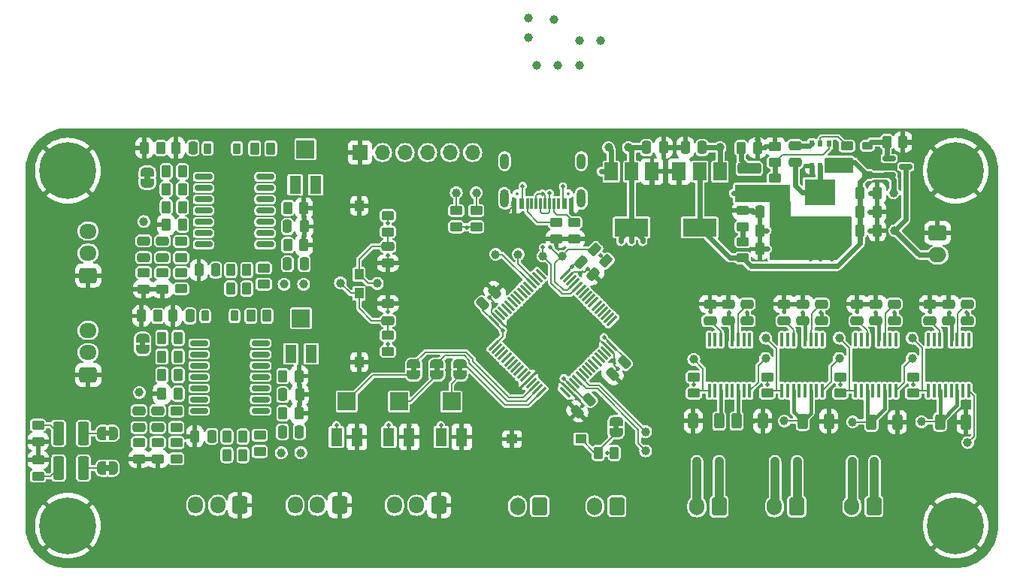
<source format=gbr>
%TF.GenerationSoftware,KiCad,Pcbnew,7.0.7*%
%TF.CreationDate,2024-03-16T18:53:27+01:00*%
%TF.ProjectId,OpenHand,4f70656e-4861-46e6-942e-6b696361645f,rev?*%
%TF.SameCoordinates,Original*%
%TF.FileFunction,Copper,L1,Top*%
%TF.FilePolarity,Positive*%
%FSLAX46Y46*%
G04 Gerber Fmt 4.6, Leading zero omitted, Abs format (unit mm)*
G04 Created by KiCad (PCBNEW 7.0.7) date 2024-03-16 18:53:27*
%MOMM*%
%LPD*%
G01*
G04 APERTURE LIST*
G04 Aperture macros list*
%AMRoundRect*
0 Rectangle with rounded corners*
0 $1 Rounding radius*
0 $2 $3 $4 $5 $6 $7 $8 $9 X,Y pos of 4 corners*
0 Add a 4 corners polygon primitive as box body*
4,1,4,$2,$3,$4,$5,$6,$7,$8,$9,$2,$3,0*
0 Add four circle primitives for the rounded corners*
1,1,$1+$1,$2,$3*
1,1,$1+$1,$4,$5*
1,1,$1+$1,$6,$7*
1,1,$1+$1,$8,$9*
0 Add four rect primitives between the rounded corners*
20,1,$1+$1,$2,$3,$4,$5,0*
20,1,$1+$1,$4,$5,$6,$7,0*
20,1,$1+$1,$6,$7,$8,$9,0*
20,1,$1+$1,$8,$9,$2,$3,0*%
%AMFreePoly0*
4,1,19,0.500000,-0.750000,0.000000,-0.750000,0.000000,-0.744911,-0.071157,-0.744911,-0.207708,-0.704816,-0.327430,-0.627875,-0.420627,-0.520320,-0.479746,-0.390866,-0.500000,-0.250000,-0.500000,0.250000,-0.479746,0.390866,-0.420627,0.520320,-0.327430,0.627875,-0.207708,0.704816,-0.071157,0.744911,0.000000,0.744911,0.000000,0.750000,0.500000,0.750000,0.500000,-0.750000,0.500000,-0.750000,
$1*%
%AMFreePoly1*
4,1,19,0.000000,0.744911,0.071157,0.744911,0.207708,0.704816,0.327430,0.627875,0.420627,0.520320,0.479746,0.390866,0.500000,0.250000,0.500000,-0.250000,0.479746,-0.390866,0.420627,-0.520320,0.327430,-0.627875,0.207708,-0.704816,0.071157,-0.744911,0.000000,-0.744911,0.000000,-0.750000,-0.500000,-0.750000,-0.500000,0.750000,0.000000,0.750000,0.000000,0.744911,0.000000,0.744911,
$1*%
G04 Aperture macros list end*
%TA.AperFunction,SMDPad,CuDef*%
%ADD10RoundRect,0.250000X0.450000X-0.262500X0.450000X0.262500X-0.450000X0.262500X-0.450000X-0.262500X0*%
%TD*%
%TA.AperFunction,SMDPad,CuDef*%
%ADD11RoundRect,0.250000X-0.262500X-0.450000X0.262500X-0.450000X0.262500X0.450000X-0.262500X0.450000X0*%
%TD*%
%TA.AperFunction,ComponentPad*%
%ADD12RoundRect,0.250000X0.600000X0.750000X-0.600000X0.750000X-0.600000X-0.750000X0.600000X-0.750000X0*%
%TD*%
%TA.AperFunction,ComponentPad*%
%ADD13O,1.700000X2.000000*%
%TD*%
%TA.AperFunction,SMDPad,CuDef*%
%ADD14RoundRect,0.250000X0.312500X0.625000X-0.312500X0.625000X-0.312500X-0.625000X0.312500X-0.625000X0*%
%TD*%
%TA.AperFunction,ComponentPad*%
%ADD15C,0.800000*%
%TD*%
%TA.AperFunction,ComponentPad*%
%ADD16C,6.400000*%
%TD*%
%TA.AperFunction,SMDPad,CuDef*%
%ADD17C,1.000000*%
%TD*%
%TA.AperFunction,SMDPad,CuDef*%
%ADD18R,1.500000X2.000000*%
%TD*%
%TA.AperFunction,SMDPad,CuDef*%
%ADD19R,3.800000X2.000000*%
%TD*%
%TA.AperFunction,SMDPad,CuDef*%
%ADD20RoundRect,0.250000X0.262500X0.450000X-0.262500X0.450000X-0.262500X-0.450000X0.262500X-0.450000X0*%
%TD*%
%TA.AperFunction,SMDPad,CuDef*%
%ADD21RoundRect,0.225000X0.375000X-0.225000X0.375000X0.225000X-0.375000X0.225000X-0.375000X-0.225000X0*%
%TD*%
%TA.AperFunction,ComponentPad*%
%ADD22RoundRect,0.250000X0.725000X-0.600000X0.725000X0.600000X-0.725000X0.600000X-0.725000X-0.600000X0*%
%TD*%
%TA.AperFunction,ComponentPad*%
%ADD23O,1.950000X1.700000*%
%TD*%
%TA.AperFunction,ComponentPad*%
%ADD24RoundRect,0.250000X0.600000X0.725000X-0.600000X0.725000X-0.600000X-0.725000X0.600000X-0.725000X0*%
%TD*%
%TA.AperFunction,ComponentPad*%
%ADD25O,1.700000X1.950000*%
%TD*%
%TA.AperFunction,SMDPad,CuDef*%
%ADD26FreePoly0,270.000000*%
%TD*%
%TA.AperFunction,SMDPad,CuDef*%
%ADD27FreePoly1,270.000000*%
%TD*%
%TA.AperFunction,SMDPad,CuDef*%
%ADD28RoundRect,0.250000X0.250000X0.475000X-0.250000X0.475000X-0.250000X-0.475000X0.250000X-0.475000X0*%
%TD*%
%TA.AperFunction,SMDPad,CuDef*%
%ADD29RoundRect,0.250000X0.475000X-0.250000X0.475000X0.250000X-0.475000X0.250000X-0.475000X-0.250000X0*%
%TD*%
%TA.AperFunction,SMDPad,CuDef*%
%ADD30RoundRect,0.250000X-0.450000X0.262500X-0.450000X-0.262500X0.450000X-0.262500X0.450000X0.262500X0*%
%TD*%
%TA.AperFunction,SMDPad,CuDef*%
%ADD31R,0.549999X0.800001*%
%TD*%
%TA.AperFunction,SMDPad,CuDef*%
%ADD32R,0.600000X1.240000*%
%TD*%
%TA.AperFunction,SMDPad,CuDef*%
%ADD33R,0.300000X1.240000*%
%TD*%
%TA.AperFunction,ComponentPad*%
%ADD34O,1.000000X2.100000*%
%TD*%
%TA.AperFunction,ComponentPad*%
%ADD35O,1.000000X1.800000*%
%TD*%
%TA.AperFunction,SMDPad,CuDef*%
%ADD36RoundRect,0.250000X-0.250000X-0.475000X0.250000X-0.475000X0.250000X0.475000X-0.250000X0.475000X0*%
%TD*%
%TA.AperFunction,SMDPad,CuDef*%
%ADD37R,1.000000X1.250000*%
%TD*%
%TA.AperFunction,SMDPad,CuDef*%
%ADD38RoundRect,0.250000X-0.475000X0.250000X-0.475000X-0.250000X0.475000X-0.250000X0.475000X0.250000X0*%
%TD*%
%TA.AperFunction,SMDPad,CuDef*%
%ADD39RoundRect,0.225000X-0.225000X-0.375000X0.225000X-0.375000X0.225000X0.375000X-0.225000X0.375000X0*%
%TD*%
%TA.AperFunction,SMDPad,CuDef*%
%ADD40RoundRect,0.100000X0.100000X-0.687500X0.100000X0.687500X-0.100000X0.687500X-0.100000X-0.687500X0*%
%TD*%
%TA.AperFunction,ComponentPad*%
%ADD41C,0.500000*%
%TD*%
%TA.AperFunction,SMDPad,CuDef*%
%ADD42R,5.000000X3.400000*%
%TD*%
%TA.AperFunction,SMDPad,CuDef*%
%ADD43R,1.300000X2.000000*%
%TD*%
%TA.AperFunction,SMDPad,CuDef*%
%ADD44R,2.000000X2.000000*%
%TD*%
%TA.AperFunction,SMDPad,CuDef*%
%ADD45FreePoly0,0.000000*%
%TD*%
%TA.AperFunction,SMDPad,CuDef*%
%ADD46FreePoly1,0.000000*%
%TD*%
%TA.AperFunction,SMDPad,CuDef*%
%ADD47RoundRect,0.250000X-0.503814X-0.132583X-0.132583X-0.503814X0.503814X0.132583X0.132583X0.503814X0*%
%TD*%
%TA.AperFunction,ComponentPad*%
%ADD48RoundRect,0.250000X-0.750000X0.600000X-0.750000X-0.600000X0.750000X-0.600000X0.750000X0.600000X0*%
%TD*%
%TA.AperFunction,ComponentPad*%
%ADD49O,2.000000X1.700000*%
%TD*%
%TA.AperFunction,SMDPad,CuDef*%
%ADD50FreePoly0,90.000000*%
%TD*%
%TA.AperFunction,SMDPad,CuDef*%
%ADD51FreePoly1,90.000000*%
%TD*%
%TA.AperFunction,SMDPad,CuDef*%
%ADD52R,3.500000X2.950000*%
%TD*%
%TA.AperFunction,SMDPad,CuDef*%
%ADD53RoundRect,0.250000X-0.375000X-1.075000X0.375000X-1.075000X0.375000X1.075000X-0.375000X1.075000X0*%
%TD*%
%TA.AperFunction,SMDPad,CuDef*%
%ADD54RoundRect,0.150000X-0.587500X-0.150000X0.587500X-0.150000X0.587500X0.150000X-0.587500X0.150000X0*%
%TD*%
%TA.AperFunction,SMDPad,CuDef*%
%ADD55RoundRect,0.250000X-0.159099X0.512652X-0.512652X0.159099X0.159099X-0.512652X0.512652X-0.159099X0*%
%TD*%
%TA.AperFunction,SMDPad,CuDef*%
%ADD56RoundRect,0.250000X-0.312500X-0.625000X0.312500X-0.625000X0.312500X0.625000X-0.312500X0.625000X0*%
%TD*%
%TA.AperFunction,SMDPad,CuDef*%
%ADD57RoundRect,0.250000X-1.075000X0.375000X-1.075000X-0.375000X1.075000X-0.375000X1.075000X0.375000X0*%
%TD*%
%TA.AperFunction,SMDPad,CuDef*%
%ADD58RoundRect,0.250000X0.159099X-0.512652X0.512652X-0.159099X-0.159099X0.512652X-0.512652X0.159099X0*%
%TD*%
%TA.AperFunction,SMDPad,CuDef*%
%ADD59RoundRect,0.150000X-0.837500X-0.150000X0.837500X-0.150000X0.837500X0.150000X-0.837500X0.150000X0*%
%TD*%
%TA.AperFunction,SMDPad,CuDef*%
%ADD60R,1.250000X1.000000*%
%TD*%
%TA.AperFunction,SMDPad,CuDef*%
%ADD61RoundRect,0.250000X-0.512652X-0.159099X-0.159099X-0.512652X0.512652X0.159099X0.159099X0.512652X0*%
%TD*%
%TA.AperFunction,SMDPad,CuDef*%
%ADD62RoundRect,0.075000X-0.441942X-0.548008X0.548008X0.441942X0.441942X0.548008X-0.548008X-0.441942X0*%
%TD*%
%TA.AperFunction,SMDPad,CuDef*%
%ADD63RoundRect,0.075000X0.441942X-0.548008X0.548008X-0.441942X-0.441942X0.548008X-0.548008X0.441942X0*%
%TD*%
%TA.AperFunction,ComponentPad*%
%ADD64R,1.700000X1.700000*%
%TD*%
%TA.AperFunction,ComponentPad*%
%ADD65O,1.700000X1.700000*%
%TD*%
%TA.AperFunction,ViaPad*%
%ADD66C,0.500000*%
%TD*%
%TA.AperFunction,Conductor*%
%ADD67C,0.200000*%
%TD*%
%TA.AperFunction,Conductor*%
%ADD68C,0.600000*%
%TD*%
%TA.AperFunction,Conductor*%
%ADD69C,0.400000*%
%TD*%
%TA.AperFunction,Conductor*%
%ADD70C,1.000000*%
%TD*%
%ADD71C,0.300000*%
%ADD72C,0.350000*%
%ADD73O,0.600000X1.700000*%
%ADD74O,0.600000X1.400000*%
%ADD75C,0.200000*%
G04 APERTURE END LIST*
%TA.AperFunction,EtchedComponent*%
%TO.C,JP16*%
G36*
X113712500Y-124765000D02*
G01*
X113112500Y-124765000D01*
X113112500Y-124265000D01*
X113712500Y-124265000D01*
X113712500Y-124765000D01*
G37*
%TD.AperFunction*%
%TA.AperFunction,EtchedComponent*%
%TO.C,JP2*%
G36*
X109700000Y-134900000D02*
G01*
X109200000Y-134900000D01*
X109200000Y-134300000D01*
X109700000Y-134300000D01*
X109700000Y-134900000D01*
G37*
%TD.AperFunction*%
%TA.AperFunction,EtchedComponent*%
%TO.C,JP15*%
G36*
X114250000Y-106027500D02*
G01*
X113650000Y-106027500D01*
X113650000Y-105527500D01*
X114250000Y-105527500D01*
X114250000Y-106027500D01*
G37*
%TD.AperFunction*%
%TA.AperFunction,EtchedComponent*%
%TO.C,JP4*%
G36*
X109700000Y-138812500D02*
G01*
X109200000Y-138812500D01*
X109200000Y-138212500D01*
X109700000Y-138212500D01*
X109700000Y-138812500D01*
G37*
%TD.AperFunction*%
%TA.AperFunction,EtchedComponent*%
%TO.C,JP1*%
G36*
X149450000Y-127650000D02*
G01*
X148850000Y-127650000D01*
X148850000Y-127150000D01*
X149450000Y-127150000D01*
X149450000Y-127650000D01*
G37*
%TD.AperFunction*%
%TA.AperFunction,EtchedComponent*%
%TO.C,JP6*%
G36*
X144250000Y-127650000D02*
G01*
X143650000Y-127650000D01*
X143650000Y-127150000D01*
X144250000Y-127150000D01*
X144250000Y-127650000D01*
G37*
%TD.AperFunction*%
%TA.AperFunction,EtchedComponent*%
%TO.C,JP3*%
G36*
X167050000Y-134150000D02*
G01*
X166450000Y-134150000D01*
X166450000Y-133650000D01*
X167050000Y-133650000D01*
X167050000Y-134150000D01*
G37*
%TD.AperFunction*%
%TA.AperFunction,EtchedComponent*%
%TO.C,JP5*%
G36*
X146850000Y-127650000D02*
G01*
X146250000Y-127650000D01*
X146250000Y-127150000D01*
X146850000Y-127150000D01*
X146850000Y-127650000D01*
G37*
%TD.AperFunction*%
%TD*%
D10*
%TO.P,R21,1*%
%TO.N,Net-(U2-VFB)*%
X184650000Y-104062500D03*
%TO.P,R21,2*%
%TO.N,Earth*%
X184650000Y-102237500D03*
%TD*%
D11*
%TO.P,R29,1*%
%TO.N,Net-(R23-Pad2)*%
X123337500Y-118290000D03*
%TO.P,R29,2*%
%TO.N,EMG_1_MIDPOINT*%
X125162500Y-118290000D03*
%TD*%
D12*
%TO.P,J2,1,Pin_1*%
%TO.N,MOTOR_02_N*%
X187100000Y-142850000D03*
D13*
%TO.P,J2,2,Pin_2*%
%TO.N,MOTOR_02_P*%
X184600000Y-142850000D03*
%TD*%
D10*
%TO.P,R56,1*%
%TO.N,MOTOR_03_EN*%
X200200000Y-130075000D03*
%TO.P,R56,2*%
%TO.N,+5V*%
X200200000Y-128250000D03*
%TD*%
D14*
%TO.P,R59,1*%
%TO.N,Earth*%
X206162500Y-133312500D03*
%TO.P,R59,2*%
%TO.N,Net-(U9-AISEN)*%
X203237500Y-133312500D03*
%TD*%
D15*
%TO.P,H4,1,1*%
%TO.N,Earth*%
X202600000Y-145000000D03*
X203302944Y-143302944D03*
X203302944Y-146697056D03*
X205000000Y-142600000D03*
D16*
X205000000Y-145000000D03*
D15*
X205000000Y-147400000D03*
X206697056Y-143302944D03*
X206697056Y-146697056D03*
X207400000Y-145000000D03*
%TD*%
D17*
%TO.P,TP45,1,1*%
%TO.N,HAPTIC_EN*%
X175500000Y-126262500D03*
%TD*%
D11*
%TO.P,R31,1*%
%TO.N,Net-(R25-Pad2)*%
X122912500Y-137040000D03*
%TO.P,R31,2*%
%TO.N,EMG_2_MIDPOINT*%
X124737500Y-137040000D03*
%TD*%
D17*
%TO.P,TP27,1,1*%
%TO.N,EMG_2_MIDPOINT*%
X131237500Y-136785000D03*
%TD*%
D18*
%TO.P,U4,1,OUT*%
%TO.N,-5V*%
X178450000Y-105100000D03*
%TO.P,U4,2,IN*%
%TO.N,+BATT*%
X176150000Y-105100000D03*
D19*
X176150000Y-111400000D03*
D18*
%TO.P,U4,3,GND*%
%TO.N,Earth*%
X173850000Y-105100000D03*
%TD*%
D20*
%TO.P,R35,1*%
%TO.N,Net-(U6A--)*%
X117425000Y-123840000D03*
%TO.P,R35,2*%
%TO.N,Net-(C20-Pad1)*%
X115600000Y-123840000D03*
%TD*%
D21*
%TO.P,D3,1,K*%
%TO.N,+BATT*%
X195050000Y-105487500D03*
%TO.P,D3,2,A*%
%TO.N,Net-(D3-A)*%
X195050000Y-102187500D03*
%TD*%
D17*
%TO.P,TP6,1,1*%
%TO.N,Net-(U1-PA5)*%
X170075000Y-136575000D03*
%TD*%
%TO.P,TP33,1,1*%
%TO.N,MOTOR_01_FAULT*%
X191900000Y-126162500D03*
%TD*%
D22*
%TO.P,J12,1,Pin_1*%
%TO.N,Earth*%
X107282500Y-128000000D03*
D23*
%TO.P,J12,2,Pin_2*%
%TO.N,EMG_02_P*%
X107282500Y-125500000D03*
%TO.P,J12,3,Pin_3*%
%TO.N,EMG_02_N*%
X107282500Y-123000000D03*
%TD*%
D24*
%TO.P,J9,1,Pin_1*%
%TO.N,Earth*%
X135600000Y-142700000D03*
D25*
%TO.P,J9,2,Pin_2*%
%TO.N,HALL_SENS_02_S*%
X133100000Y-142700000D03*
%TO.P,J9,3,Pin_3*%
%TO.N,+3V3*%
X130600000Y-142700000D03*
%TD*%
D26*
%TO.P,JP16,1,A*%
%TO.N,Net-(D6-K)*%
X113412500Y-123865000D03*
D27*
%TO.P,JP16,2,B*%
%TO.N,EMG_02_UC*%
X113412500Y-125165000D03*
%TD*%
D28*
%TO.P,C12,1*%
%TO.N,+5V*%
X184850000Y-109627500D03*
%TO.P,C12,2*%
%TO.N,Earth*%
X182950000Y-109627500D03*
%TD*%
D17*
%TO.P,TP3,1,1*%
%TO.N,USB_D-*%
X158525000Y-114625000D03*
%TD*%
D29*
%TO.P,C33,1*%
%TO.N,+5V*%
X196000000Y-121912500D03*
%TO.P,C33,2*%
%TO.N,Earth*%
X196000000Y-120012500D03*
%TD*%
D17*
%TO.P,TP17,1,1*%
%TO.N,UC_SDA*%
X148750000Y-107500000D03*
%TD*%
D30*
%TO.P,R23,1*%
%TO.N,Net-(C18-Pad2)*%
X117750000Y-112977500D03*
%TO.P,R23,2*%
%TO.N,Net-(R23-Pad2)*%
X117750000Y-114802500D03*
%TD*%
D31*
%TO.P,U2,1,GND*%
%TO.N,Earth*%
X188800000Y-104512501D03*
%TO.P,U2,2,SW*%
%TO.N,Net-(U2-SW)*%
X189750001Y-104512501D03*
%TO.P,U2,3,VIN*%
%TO.N,+BATT*%
X190699999Y-104512501D03*
%TO.P,U2,4,VFB*%
%TO.N,Net-(U2-VFB)*%
X190699999Y-101962501D03*
%TO.P,U2,5,EN*%
%TO.N,Net-(U2-EN)*%
X189750001Y-101962501D03*
%TO.P,U2,6,VBST*%
%TO.N,Net-(U2-VBST)*%
X188800000Y-101962501D03*
%TD*%
D17*
%TO.P,TP48,1,1*%
%TO.N,HAPTIC_FAULT*%
X183600000Y-126162500D03*
%TD*%
D28*
%TO.P,C26,1*%
%TO.N,Net-(D5-K)*%
X119087500Y-102427500D03*
%TO.P,C26,2*%
%TO.N,Earth*%
X117187500Y-102427500D03*
%TD*%
D32*
%TO.P,J5,A1,GND*%
%TO.N,Earth*%
X161700000Y-108725000D03*
%TO.P,J5,A4,VBUS*%
%TO.N,+5V*%
X160900000Y-108725000D03*
D33*
%TO.P,J5,A5,CC1*%
%TO.N,Net-(J5-CC1)*%
X159750000Y-108725000D03*
%TO.P,J5,A6,D+*%
%TO.N,USB_D-*%
X158750000Y-108725000D03*
%TO.P,J5,A7,D-*%
%TO.N,USB_D+*%
X158250000Y-108725000D03*
%TO.P,J5,A8,SBU1*%
%TO.N,unconnected-(J5-SBU1-PadA8)*%
X157250000Y-108725000D03*
D32*
%TO.P,J5,A9,VBUS*%
%TO.N,+5V*%
X156100000Y-108725000D03*
%TO.P,J5,A12,GND*%
%TO.N,Earth*%
X155300000Y-108725000D03*
%TO.P,J5,B1,GND*%
X155300000Y-108725000D03*
%TO.P,J5,B4,VBUS*%
%TO.N,+5V*%
X156100000Y-108725000D03*
D33*
%TO.P,J5,B5,CC2*%
%TO.N,Net-(J5-CC2)*%
X156750000Y-108725000D03*
%TO.P,J5,B6,D+*%
%TO.N,USB_D-*%
X157750000Y-108725000D03*
%TO.P,J5,B7,D-*%
%TO.N,USB_D+*%
X159250000Y-108725000D03*
%TO.P,J5,B8,SBU2*%
%TO.N,unconnected-(J5-SBU2-PadB8)*%
X160250000Y-108725000D03*
D32*
%TO.P,J5,B9,VBUS*%
%TO.N,+5V*%
X160900000Y-108725000D03*
%TO.P,J5,B12,GND*%
%TO.N,Earth*%
X161700000Y-108725000D03*
D34*
%TO.P,J5,S1,SHIELD*%
%TO.N,unconnected-(J5-SHIELD-PadS1)*%
X162820000Y-108125000D03*
D35*
X162820000Y-103925000D03*
D34*
X154180000Y-108125000D03*
D35*
X154180000Y-103925000D03*
%TD*%
D22*
%TO.P,J8,1,Pin_1*%
%TO.N,Earth*%
X107282500Y-116800000D03*
D23*
%TO.P,J8,2,Pin_2*%
%TO.N,EMG_01_P*%
X107282500Y-114300000D03*
%TO.P,J8,3,Pin_3*%
%TO.N,EMG_01_N*%
X107282500Y-111800000D03*
%TD*%
D28*
%TO.P,C23,1*%
%TO.N,EMG_2_MIDPOINT*%
X131062500Y-134440000D03*
%TO.P,C23,2*%
%TO.N,Net-(U6D-+)*%
X129162500Y-134440000D03*
%TD*%
D29*
%TO.P,C39,1*%
%TO.N,+5V*%
X179425000Y-121912500D03*
%TO.P,C39,2*%
%TO.N,Earth*%
X179425000Y-120012500D03*
%TD*%
D36*
%TO.P,C7,1*%
%TO.N,+BATT*%
X194250000Y-109647500D03*
%TO.P,C7,2*%
%TO.N,Earth*%
X196150000Y-109647500D03*
%TD*%
D10*
%TO.P,R53,1*%
%TO.N,MOTOR_02_EN*%
X192000000Y-130075000D03*
%TO.P,R53,2*%
%TO.N,+5V*%
X192000000Y-128250000D03*
%TD*%
D28*
%TO.P,C13,1*%
%TO.N,+5V*%
X184850000Y-113827500D03*
%TO.P,C13,2*%
%TO.N,Earth*%
X182950000Y-113827500D03*
%TD*%
D20*
%TO.P,R32,1*%
%TO.N,Net-(U5A--)*%
X117912500Y-105090000D03*
%TO.P,R32,2*%
%TO.N,/Sensors/amp_out_1*%
X116087500Y-105090000D03*
%TD*%
D17*
%TO.P,TP22,1,1*%
%TO.N,+3V3*%
X168150000Y-102400000D03*
%TD*%
%TO.P,TP2,1,1*%
%TO.N,USB_D+*%
X160650000Y-114625000D03*
%TD*%
D15*
%TO.P,H1,1,1*%
%TO.N,Earth*%
X102600000Y-105000000D03*
X103302944Y-103302944D03*
X103302944Y-106697056D03*
X105000000Y-102600000D03*
D16*
X105000000Y-105000000D03*
D15*
X105000000Y-107400000D03*
X106697056Y-103302944D03*
X106697056Y-106697056D03*
X107400000Y-105000000D03*
%TD*%
D17*
%TO.P,TP26,1,1*%
%TO.N,EMG_1_MIDPOINT*%
X131550000Y-117790000D03*
%TD*%
D28*
%TO.P,C16,1*%
%TO.N,+5V*%
X121650000Y-116190000D03*
%TO.P,C16,2*%
%TO.N,Earth*%
X119750000Y-116190000D03*
%TD*%
D37*
%TO.P,SW1,1,1*%
%TO.N,UC_RST*%
X137800000Y-118825000D03*
%TO.P,SW1,2,2*%
%TO.N,Earth*%
X137800000Y-126575000D03*
%TD*%
D17*
%TO.P,TP31,1,1*%
%TO.N,MOTOR_02_EN*%
X191900000Y-123862500D03*
%TD*%
D38*
%TO.P,C28,1*%
%TO.N,Earth*%
X185675000Y-120012500D03*
%TO.P,C28,2*%
%TO.N,Net-(U7-VINT)*%
X185675000Y-121912500D03*
%TD*%
D20*
%TO.P,R48,1*%
%TO.N,Net-(D5-K)*%
X115450000Y-102427500D03*
%TO.P,R48,2*%
%TO.N,Earth*%
X113625000Y-102427500D03*
%TD*%
%TO.P,R27,1*%
%TO.N,Net-(U6A-+)*%
X117425000Y-128040000D03*
%TO.P,R27,2*%
%TO.N,EMG_02_P*%
X115600000Y-128040000D03*
%TD*%
D17*
%TO.P,TP12,1,1*%
%TO.N,HALL_SENS_03_S*%
X162600000Y-93150000D03*
%TD*%
D11*
%TO.P,R24,1*%
%TO.N,Earth*%
X115587500Y-130140000D03*
%TO.P,R24,2*%
%TO.N,Net-(U6A-+)*%
X117412500Y-130140000D03*
%TD*%
D17*
%TO.P,TP40,1,1*%
%TO.N,MOTOR_01_P*%
X175850000Y-137750000D03*
%TD*%
D39*
%TO.P,D6,1,K*%
%TO.N,Net-(D6-K)*%
X120462500Y-121365000D03*
%TO.P,D6,2,A*%
%TO.N,Net-(D6-A)*%
X123762500Y-121365000D03*
%TD*%
D11*
%TO.P,R50,1*%
%TO.N,Net-(U6C--)*%
X129212500Y-132340000D03*
%TO.P,R50,2*%
%TO.N,Earth*%
X131037500Y-132340000D03*
%TD*%
D30*
%TO.P,R39,1*%
%TO.N,Net-(U6B--)*%
X115112500Y-135640000D03*
%TO.P,R39,2*%
%TO.N,Earth*%
X115112500Y-137465000D03*
%TD*%
%TO.P,R9,1*%
%TO.N,Net-(D1-K)*%
X101650000Y-133687500D03*
%TO.P,R9,2*%
%TO.N,Earth*%
X101650000Y-135512500D03*
%TD*%
D40*
%TO.P,U9,1,nSLEEP*%
%TO.N,MOTOR_03_EN*%
X201925000Y-129775000D03*
%TO.P,U9,2,AOUT1*%
%TO.N,MOTOR_03_P*%
X202575000Y-129775000D03*
%TO.P,U9,3,AISEN*%
%TO.N,Net-(U9-AISEN)*%
X203225000Y-129775000D03*
%TO.P,U9,4,AOUT2*%
%TO.N,MOTOR_03_N*%
X203875000Y-129775000D03*
%TO.P,U9,5,BOUT2*%
X204525000Y-129775000D03*
%TO.P,U9,6,BISEN*%
%TO.N,Net-(U9-AISEN)*%
X205175000Y-129775000D03*
%TO.P,U9,7,BOUT1*%
%TO.N,MOTOR_03_P*%
X205825000Y-129775000D03*
%TO.P,U9,8,nFAULT*%
%TO.N,MOTOR_03_FAULT*%
X206475000Y-129775000D03*
%TO.P,U9,9,BIN1*%
%TO.N,MOTOR_03_DIR*%
X206475000Y-124050000D03*
%TO.P,U9,10,BIN2*%
%TO.N,MOTOR_03_PWM*%
X205825000Y-124050000D03*
%TO.P,U9,11,VCP*%
%TO.N,Net-(U9-VCP)*%
X205175000Y-124050000D03*
%TO.P,U9,12,VM*%
%TO.N,+5V*%
X204525000Y-124050000D03*
%TO.P,U9,13,GND*%
%TO.N,Earth*%
X203875000Y-124050000D03*
%TO.P,U9,14,VINT*%
%TO.N,Net-(U9-VINT)*%
X203225000Y-124050000D03*
%TO.P,U9,15,AIN2*%
%TO.N,MOTOR_03_PWM*%
X202575000Y-124050000D03*
%TO.P,U9,16,AIN1*%
%TO.N,MOTOR_03_DIR*%
X201925000Y-124050000D03*
D41*
%TO.P,U9,17,GND(PPAD)*%
%TO.N,Earth*%
X202700000Y-127662500D03*
X204200000Y-127662500D03*
X205700000Y-127662500D03*
D42*
X204200000Y-126912500D03*
D41*
X202700000Y-126162500D03*
X204200000Y-126162500D03*
X205700000Y-126162500D03*
%TD*%
D17*
%TO.P,TP28,1,1*%
%TO.N,Net-(U5D-+)*%
X129350000Y-117790000D03*
%TD*%
D43*
%TO.P,RV4,1,1*%
%TO.N,Net-(R43-Pad2)*%
X132900000Y-106590000D03*
D44*
%TO.P,RV4,2,2*%
X131750000Y-102590000D03*
D43*
%TO.P,RV4,3,3*%
%TO.N,Net-(U5D--)*%
X130600000Y-106590000D03*
%TD*%
D14*
%TO.P,R60,1*%
%TO.N,Earth*%
X183262500Y-133212500D03*
%TO.P,R60,2*%
%TO.N,Net-(U10-BISEN)*%
X180337500Y-133212500D03*
%TD*%
D20*
%TO.P,R26,1*%
%TO.N,Net-(U5A-+)*%
X117900000Y-109090000D03*
%TO.P,R26,2*%
%TO.N,EMG_01_P*%
X116075000Y-109090000D03*
%TD*%
D28*
%TO.P,C22,1*%
%TO.N,EMG_1_MIDPOINT*%
X131637500Y-115490000D03*
%TO.P,C22,2*%
%TO.N,Net-(U5D-+)*%
X129737500Y-115490000D03*
%TD*%
D30*
%TO.P,R6,1*%
%TO.N,UC_SDA*%
X148750000Y-109500000D03*
%TO.P,R6,2*%
%TO.N,+3V3*%
X148750000Y-111325000D03*
%TD*%
D17*
%TO.P,TP13,1,1*%
%TO.N,UC_TX*%
X155725000Y-114425000D03*
%TD*%
%TO.P,TP30,1,1*%
%TO.N,MOTOR_01_EN*%
X183600000Y-123862500D03*
%TD*%
%TO.P,TP34,1,1*%
%TO.N,Net-(U8-AISEN)*%
X193400000Y-133312500D03*
%TD*%
D29*
%TO.P,C30,1*%
%TO.N,+5V*%
X189875000Y-121912500D03*
%TO.P,C30,2*%
%TO.N,Net-(U7-VCP)*%
X189875000Y-120012500D03*
%TD*%
D40*
%TO.P,U7,1,nSLEEP*%
%TO.N,MOTOR_01_EN*%
X185425000Y-129775000D03*
%TO.P,U7,2,AOUT1*%
%TO.N,MOTOR_01_P*%
X186075000Y-129775000D03*
%TO.P,U7,3,AISEN*%
%TO.N,Net-(U7-AISEN)*%
X186725000Y-129775000D03*
%TO.P,U7,4,AOUT2*%
%TO.N,MOTOR_01_N*%
X187375000Y-129775000D03*
%TO.P,U7,5,BOUT2*%
X188025000Y-129775000D03*
%TO.P,U7,6,BISEN*%
%TO.N,Net-(U7-AISEN)*%
X188675000Y-129775000D03*
%TO.P,U7,7,BOUT1*%
%TO.N,MOTOR_01_P*%
X189325000Y-129775000D03*
%TO.P,U7,8,nFAULT*%
%TO.N,MOTOR_01_FAULT*%
X189975000Y-129775000D03*
%TO.P,U7,9,BIN1*%
%TO.N,MOTOR_01_DIR*%
X189975000Y-124050000D03*
%TO.P,U7,10,BIN2*%
%TO.N,MOTOR_01_PWM*%
X189325000Y-124050000D03*
%TO.P,U7,11,VCP*%
%TO.N,Net-(U7-VCP)*%
X188675000Y-124050000D03*
%TO.P,U7,12,VM*%
%TO.N,+5V*%
X188025000Y-124050000D03*
%TO.P,U7,13,GND*%
%TO.N,Earth*%
X187375000Y-124050000D03*
%TO.P,U7,14,VINT*%
%TO.N,Net-(U7-VINT)*%
X186725000Y-124050000D03*
%TO.P,U7,15,AIN2*%
%TO.N,MOTOR_01_PWM*%
X186075000Y-124050000D03*
%TO.P,U7,16,AIN1*%
%TO.N,MOTOR_01_DIR*%
X185425000Y-124050000D03*
D41*
%TO.P,U7,17,GND(PPAD)*%
%TO.N,Earth*%
X186200000Y-127662500D03*
X187700000Y-127662500D03*
X189200000Y-127662500D03*
D42*
X187700000Y-126912500D03*
D41*
X186200000Y-126162500D03*
X187700000Y-126162500D03*
X189200000Y-126162500D03*
%TD*%
D12*
%TO.P,J1,1,Pin_1*%
%TO.N,MOTOR_01_N*%
X178350000Y-142850000D03*
D13*
%TO.P,J1,2,Pin_2*%
%TO.N,MOTOR_01_P*%
X175850000Y-142850000D03*
%TD*%
D17*
%TO.P,TP44,1,1*%
%TO.N,MOTOR_03_EN*%
X200100000Y-123862500D03*
%TD*%
%TO.P,TP25,1,1*%
%TO.N,Net-(C20-Pad1)*%
X113037500Y-129985000D03*
%TD*%
D45*
%TO.P,JP2,1,A*%
%TO.N,Net-(D1-A)*%
X108800000Y-134600000D03*
D46*
%TO.P,JP2,2,B*%
%TO.N,LED_1*%
X110100000Y-134600000D03*
%TD*%
D17*
%TO.P,TP1,1,1*%
%TO.N,UC_RST*%
X135700000Y-117650000D03*
%TD*%
%TO.P,TP8,1,1*%
%TO.N,Net-(U1-PA6)*%
X170075000Y-134425000D03*
%TD*%
D38*
%TO.P,C2,1*%
%TO.N,UC_BOOT*%
X141050000Y-113525000D03*
%TO.P,C2,2*%
%TO.N,Earth*%
X141050000Y-115425000D03*
%TD*%
D17*
%TO.P,TP19,1,1*%
%TO.N,BAT_P*%
X198150000Y-111750000D03*
%TD*%
D47*
%TO.P,R4,1*%
%TO.N,USB_D+*%
X164329765Y-113879765D03*
%TO.P,R4,2*%
%TO.N,+3V3*%
X165620235Y-115170235D03*
%TD*%
D11*
%TO.P,R22,1*%
%TO.N,Earth*%
X116087500Y-111090000D03*
%TO.P,R22,2*%
%TO.N,Net-(U5A-+)*%
X117912500Y-111090000D03*
%TD*%
D28*
%TO.P,C11,1*%
%TO.N,+5V*%
X184850000Y-111737500D03*
%TO.P,C11,2*%
%TO.N,Earth*%
X182950000Y-111737500D03*
%TD*%
D17*
%TO.P,TP15,1,1*%
%TO.N,Net-(U1-PC12)*%
X164975000Y-90300000D03*
%TD*%
D30*
%TO.P,R46,1*%
%TO.N,Net-(U5C--)*%
X127050000Y-115965000D03*
%TO.P,R46,2*%
%TO.N,Net-(U5D-+)*%
X127050000Y-117790000D03*
%TD*%
D11*
%TO.P,R45,1*%
%TO.N,Net-(U6D--)*%
X129212500Y-128140000D03*
%TO.P,R45,2*%
%TO.N,Earth*%
X131037500Y-128140000D03*
%TD*%
D43*
%TO.P,RV2,1,1*%
%TO.N,Earth*%
X143450000Y-135000000D03*
D44*
%TO.P,RV2,2,2*%
%TO.N,Net-(JP5-A)*%
X142300000Y-131000000D03*
D43*
%TO.P,RV2,3,3*%
%TO.N,+3V3*%
X141150000Y-135000000D03*
%TD*%
D26*
%TO.P,JP15,1,A*%
%TO.N,Net-(D5-K)*%
X113950000Y-105127500D03*
D27*
%TO.P,JP15,2,B*%
%TO.N,EMG_01_UC*%
X113950000Y-106427500D03*
%TD*%
D28*
%TO.P,C25,1*%
%TO.N,Earth*%
X131112500Y-130240000D03*
%TO.P,C25,2*%
%TO.N,Net-(U6C-+)*%
X129212500Y-130240000D03*
%TD*%
D36*
%TO.P,C8,1*%
%TO.N,+BATT*%
X194250000Y-111757500D03*
%TO.P,C8,2*%
%TO.N,Earth*%
X196150000Y-111757500D03*
%TD*%
D28*
%TO.P,C27,1*%
%TO.N,Net-(D6-K)*%
X118762500Y-121365000D03*
%TO.P,C27,2*%
%TO.N,Earth*%
X116862500Y-121365000D03*
%TD*%
D38*
%TO.P,C35,1*%
%TO.N,Earth*%
X177325000Y-120012500D03*
%TO.P,C35,2*%
%TO.N,Net-(U10-VINT)*%
X177325000Y-121912500D03*
%TD*%
%TO.P,C29,1*%
%TO.N,Earth*%
X193900000Y-120012500D03*
%TO.P,C29,2*%
%TO.N,Net-(U8-VINT)*%
X193900000Y-121912500D03*
%TD*%
D48*
%TO.P,J3,1,Pin_1*%
%TO.N,Earth*%
X202967500Y-112000000D03*
D49*
%TO.P,J3,2,Pin_2*%
%TO.N,BAT_P*%
X202967500Y-114500000D03*
%TD*%
D45*
%TO.P,JP4,1,A*%
%TO.N,Net-(D2-A)*%
X108800000Y-138512500D03*
D46*
%TO.P,JP4,2,B*%
%TO.N,LED_2*%
X110100000Y-138512500D03*
%TD*%
D39*
%TO.P,D5,1,K*%
%TO.N,Net-(D5-K)*%
X120750000Y-102490000D03*
%TO.P,D5,2,A*%
%TO.N,Net-(D5-A)*%
X124050000Y-102490000D03*
%TD*%
D14*
%TO.P,R54,1*%
%TO.N,Earth*%
X190712500Y-133225000D03*
%TO.P,R54,2*%
%TO.N,Net-(U7-AISEN)*%
X187787500Y-133225000D03*
%TD*%
D50*
%TO.P,JP1,1,A*%
%TO.N,Net-(JP1-A)*%
X149150000Y-128050000D03*
D51*
%TO.P,JP1,2,B*%
%TO.N,TRIM_POT_01*%
X149150000Y-126750000D03*
%TD*%
D17*
%TO.P,TP11,1,1*%
%TO.N,HALL_SENS_02_S*%
X160200000Y-93150000D03*
%TD*%
D29*
%TO.P,C38,1*%
%TO.N,+5V*%
X204200000Y-121912500D03*
%TO.P,C38,2*%
%TO.N,Earth*%
X204200000Y-120012500D03*
%TD*%
D17*
%TO.P,TP10,1,1*%
%TO.N,HALL_SENS_01_S*%
X157800000Y-93150000D03*
%TD*%
D36*
%TO.P,C9,1*%
%TO.N,+BATT*%
X194250000Y-107537500D03*
%TO.P,C9,2*%
%TO.N,Earth*%
X196150000Y-107537500D03*
%TD*%
D28*
%TO.P,C17,1*%
%TO.N,+5V*%
X121212500Y-134940000D03*
%TO.P,C17,2*%
%TO.N,Earth*%
X119312500Y-134940000D03*
%TD*%
D30*
%TO.P,R36,1*%
%TO.N,Net-(U6B-+)*%
X113012500Y-135640000D03*
%TO.P,R36,2*%
%TO.N,Earth*%
X113012500Y-137465000D03*
%TD*%
D10*
%TO.P,R18,1*%
%TO.N,+5V*%
X184650000Y-107662500D03*
%TO.P,R18,2*%
%TO.N,Net-(U2-VFB)*%
X184650000Y-105837500D03*
%TD*%
D17*
%TO.P,TP29,1,1*%
%TO.N,Net-(U6D-+)*%
X129037500Y-136785000D03*
%TD*%
D29*
%TO.P,C19,1*%
%TO.N,Net-(C18-Pad2)*%
X115650000Y-114802500D03*
%TO.P,C19,2*%
%TO.N,Net-(U5B-+)*%
X115650000Y-112902500D03*
%TD*%
D17*
%TO.P,TP32,1,1*%
%TO.N,Net-(U7-AISEN)*%
X185700000Y-133212500D03*
%TD*%
D24*
%TO.P,J13,1,Pin_1*%
%TO.N,Earth*%
X146800000Y-142700000D03*
D25*
%TO.P,J13,2,Pin_2*%
%TO.N,HALL_SENS_03_S*%
X144300000Y-142700000D03*
%TO.P,J13,3,Pin_3*%
%TO.N,+3V3*%
X141800000Y-142700000D03*
%TD*%
D38*
%TO.P,C18,1*%
%TO.N,/Sensors/amp_out_1*%
X113550000Y-112902500D03*
%TO.P,C18,2*%
%TO.N,Net-(C18-Pad2)*%
X113550000Y-114802500D03*
%TD*%
D17*
%TO.P,TP14,1,1*%
%TO.N,UC_RX*%
X153175000Y-114425000D03*
%TD*%
D37*
%TO.P,SW2,1,1*%
%TO.N,UC_BOOT*%
X137800000Y-116700000D03*
%TO.P,SW2,2,2*%
%TO.N,Earth*%
X137800000Y-108950000D03*
%TD*%
D11*
%TO.P,R42,1*%
%TO.N,Net-(D6-A)*%
X125600000Y-121365000D03*
%TO.P,R42,2*%
%TO.N,Net-(R42-Pad2)*%
X127425000Y-121365000D03*
%TD*%
D40*
%TO.P,U10,1,nSLEEP*%
%TO.N,HAPTIC_EN*%
X177250000Y-129775000D03*
%TO.P,U10,2,AOUT1*%
%TO.N,HAPTIC_01_P*%
X177900000Y-129775000D03*
%TO.P,U10,3,AISEN*%
%TO.N,Net-(U10-AISEN)*%
X178550000Y-129775000D03*
%TO.P,U10,4,AOUT2*%
%TO.N,HAPTIC_01_N*%
X179200000Y-129775000D03*
%TO.P,U10,5,BOUT2*%
%TO.N,HAPTIC_02_N*%
X179850000Y-129775000D03*
%TO.P,U10,6,BISEN*%
%TO.N,Net-(U10-BISEN)*%
X180500000Y-129775000D03*
%TO.P,U10,7,BOUT1*%
%TO.N,HAPTIC_02_P*%
X181150000Y-129775000D03*
%TO.P,U10,8,nFAULT*%
%TO.N,HAPTIC_FAULT*%
X181800000Y-129775000D03*
%TO.P,U10,9,BIN1*%
%TO.N,HAPTIC_02_DIR*%
X181800000Y-124050000D03*
%TO.P,U10,10,BIN2*%
%TO.N,HAPTIC_02_PWM*%
X181150000Y-124050000D03*
%TO.P,U10,11,VCP*%
%TO.N,Net-(U10-VCP)*%
X180500000Y-124050000D03*
%TO.P,U10,12,VM*%
%TO.N,+5V*%
X179850000Y-124050000D03*
%TO.P,U10,13,GND*%
%TO.N,Earth*%
X179200000Y-124050000D03*
%TO.P,U10,14,VINT*%
%TO.N,Net-(U10-VINT)*%
X178550000Y-124050000D03*
%TO.P,U10,15,AIN2*%
%TO.N,HAPTIC_01_PWM*%
X177900000Y-124050000D03*
%TO.P,U10,16,AIN1*%
%TO.N,HAPTIC_01_DIR*%
X177250000Y-124050000D03*
D41*
%TO.P,U10,17,GND(PPAD)*%
%TO.N,Earth*%
X178025000Y-127662500D03*
X179525000Y-127662500D03*
X181025000Y-127662500D03*
D42*
X179525000Y-126912500D03*
D41*
X178025000Y-126162500D03*
X179525000Y-126162500D03*
X181025000Y-126162500D03*
%TD*%
D10*
%TO.P,R57,1*%
%TO.N,HAPTIC_EN*%
X175525000Y-130075000D03*
%TO.P,R57,2*%
%TO.N,+5V*%
X175525000Y-128250000D03*
%TD*%
D29*
%TO.P,C21,1*%
%TO.N,Net-(C20-Pad2)*%
X115112500Y-133940000D03*
%TO.P,C21,2*%
%TO.N,Net-(U6B-+)*%
X115112500Y-132040000D03*
%TD*%
%TO.P,C32,1*%
%TO.N,+5V*%
X187775000Y-121912500D03*
%TO.P,C32,2*%
%TO.N,Earth*%
X187775000Y-120012500D03*
%TD*%
D20*
%TO.P,R19,1*%
%TO.N,Earth*%
X199075000Y-101750000D03*
%TO.P,R19,2*%
%TO.N,Net-(D3-A)*%
X197250000Y-101750000D03*
%TD*%
D11*
%TO.P,R49,1*%
%TO.N,Net-(U5C--)*%
X129762500Y-113390000D03*
%TO.P,R49,2*%
%TO.N,Earth*%
X131587500Y-113390000D03*
%TD*%
D10*
%TO.P,R1,1*%
%TO.N,+3V3*%
X141050000Y-125362500D03*
%TO.P,R1,2*%
%TO.N,UC_RST*%
X141050000Y-123537500D03*
%TD*%
D20*
%TO.P,R8,1*%
%TO.N,+3V3*%
X166562500Y-136800000D03*
%TO.P,R8,2*%
%TO.N,Net-(JP3-A)*%
X164737500Y-136800000D03*
%TD*%
D28*
%TO.P,C15,1*%
%TO.N,-5V*%
X176450000Y-102400000D03*
%TO.P,C15,2*%
%TO.N,Earth*%
X174550000Y-102400000D03*
%TD*%
D10*
%TO.P,R52,1*%
%TO.N,MOTOR_01_EN*%
X183775000Y-130075000D03*
%TO.P,R52,2*%
%TO.N,+5V*%
X183775000Y-128250000D03*
%TD*%
D52*
%TO.P,L1,1,1*%
%TO.N,Net-(U2-SW)*%
X189750000Y-107412500D03*
%TO.P,L1,2,2*%
%TO.N,+5V*%
X189750000Y-112862500D03*
%TD*%
D53*
%TO.P,D2,1,K*%
%TO.N,Net-(D2-K)*%
X103950000Y-138512500D03*
%TO.P,D2,2,A*%
%TO.N,Net-(D2-A)*%
X106750000Y-138512500D03*
%TD*%
D17*
%TO.P,TP47,1,1*%
%TO.N,MOTOR_03_FAULT*%
X206350000Y-135637500D03*
%TD*%
%TO.P,TP18,1,1*%
%TO.N,Net-(U1-PB12)*%
X159750000Y-87975000D03*
%TD*%
D54*
%TO.P,Q1,1,G*%
%TO.N,Net-(D3-A)*%
X197500000Y-103600000D03*
%TO.P,Q1,2,S*%
%TO.N,+BATT*%
X197500000Y-105500000D03*
%TO.P,Q1,3,D*%
%TO.N,BAT_P*%
X199375000Y-104550000D03*
%TD*%
D17*
%TO.P,TP9,1,1*%
%TO.N,Net-(U1-PC0)*%
X156875000Y-90012500D03*
%TD*%
%TO.P,TP4,1,1*%
%TO.N,UC_BOOT*%
X139850000Y-117700000D03*
%TD*%
D20*
%TO.P,R40,1*%
%TO.N,EMG_1_MIDPOINT*%
X125162500Y-116190000D03*
%TO.P,R40,2*%
%TO.N,Net-(U5C-+)*%
X123337500Y-116190000D03*
%TD*%
D29*
%TO.P,C36,1*%
%TO.N,+5V*%
X206300000Y-121912500D03*
%TO.P,C36,2*%
%TO.N,Net-(U9-VCP)*%
X206300000Y-120012500D03*
%TD*%
D30*
%TO.P,R38,1*%
%TO.N,Net-(U5B--)*%
X115650000Y-116502500D03*
%TO.P,R38,2*%
%TO.N,Earth*%
X115650000Y-118327500D03*
%TD*%
D17*
%TO.P,TP41,1,1*%
%TO.N,MOTOR_02_P*%
X184650000Y-137750000D03*
%TD*%
D55*
%TO.P,C4,1*%
%TO.N,+3V3*%
X167671751Y-126578249D03*
%TO.P,C4,2*%
%TO.N,Earth*%
X166328249Y-127921751D03*
%TD*%
D30*
%TO.P,R3,1*%
%TO.N,Net-(J5-CC2)*%
X160000000Y-110837500D03*
%TO.P,R3,2*%
%TO.N,Earth*%
X160000000Y-112662500D03*
%TD*%
D18*
%TO.P,U3,1,GND*%
%TO.N,Earth*%
X170800000Y-105100000D03*
%TO.P,U3,2,VO*%
%TO.N,+3V3*%
X168500000Y-105100000D03*
D19*
X168500000Y-111400000D03*
D18*
%TO.P,U3,3,VI*%
%TO.N,+5V*%
X166200000Y-105100000D03*
%TD*%
D20*
%TO.P,R51,1*%
%TO.N,Net-(D6-K)*%
X115125000Y-121365000D03*
%TO.P,R51,2*%
%TO.N,Earth*%
X113300000Y-121365000D03*
%TD*%
D17*
%TO.P,TP46,1,1*%
%TO.N,Net-(U9-AISEN)*%
X201162500Y-133300000D03*
%TD*%
D30*
%TO.P,R2,1*%
%TO.N,Net-(J5-CC1)*%
X162025000Y-110850000D03*
%TO.P,R2,2*%
%TO.N,Earth*%
X162025000Y-112675000D03*
%TD*%
D24*
%TO.P,J4,1,Pin_1*%
%TO.N,Earth*%
X124400000Y-142700000D03*
D25*
%TO.P,J4,2,Pin_2*%
%TO.N,HALL_SENS_01_S*%
X121900000Y-142700000D03*
%TO.P,J4,3,Pin_3*%
%TO.N,+3V3*%
X119400000Y-142700000D03*
%TD*%
D50*
%TO.P,JP6,1,A*%
%TO.N,Net-(JP6-A)*%
X143950000Y-128050000D03*
D51*
%TO.P,JP6,2,B*%
%TO.N,TRIM_POT_03*%
X143950000Y-126750000D03*
%TD*%
D15*
%TO.P,H3,1,1*%
%TO.N,Earth*%
X102600000Y-145000000D03*
X103302944Y-143302944D03*
X103302944Y-146697056D03*
X105000000Y-142600000D03*
D16*
X105000000Y-145000000D03*
D15*
X105000000Y-147400000D03*
X106697056Y-143302944D03*
X106697056Y-146697056D03*
X107400000Y-145000000D03*
%TD*%
D12*
%TO.P,J11,1,Pin_1*%
%TO.N,HAPTIC_02_N*%
X166850000Y-142817500D03*
D13*
%TO.P,J11,2,Pin_2*%
%TO.N,HAPTIC_02_P*%
X164350000Y-142817500D03*
%TD*%
D36*
%TO.P,C14,1*%
%TO.N,+3V3*%
X170200000Y-102400000D03*
%TO.P,C14,2*%
%TO.N,Earth*%
X172100000Y-102400000D03*
%TD*%
D38*
%TO.P,C20,1*%
%TO.N,Net-(C20-Pad1)*%
X113012500Y-132040000D03*
%TO.P,C20,2*%
%TO.N,Net-(C20-Pad2)*%
X113012500Y-133940000D03*
%TD*%
D53*
%TO.P,D1,1,K*%
%TO.N,Net-(D1-K)*%
X103950000Y-134600000D03*
%TO.P,D1,2,A*%
%TO.N,Net-(D1-A)*%
X106750000Y-134600000D03*
%TD*%
D17*
%TO.P,TP7,1,1*%
%TO.N,Net-(U1-PD2)*%
X162675000Y-90300000D03*
%TD*%
D12*
%TO.P,J6,1,Pin_1*%
%TO.N,MOTOR_03_N*%
X195800000Y-142817500D03*
D13*
%TO.P,J6,2,Pin_2*%
%TO.N,MOTOR_03_P*%
X193300000Y-142817500D03*
%TD*%
D43*
%TO.P,RV5,1,1*%
%TO.N,Net-(R42-Pad2)*%
X132412500Y-125640000D03*
D44*
%TO.P,RV5,2,2*%
X131262500Y-121640000D03*
D43*
%TO.P,RV5,3,3*%
%TO.N,Net-(U6D--)*%
X130112500Y-125640000D03*
%TD*%
D50*
%TO.P,JP3,1,A*%
%TO.N,Net-(JP3-A)*%
X166750000Y-134550000D03*
D51*
%TO.P,JP3,2,B*%
%TO.N,BTN_01*%
X166750000Y-133250000D03*
%TD*%
D56*
%TO.P,R58,1*%
%TO.N,Earth*%
X175437500Y-133212500D03*
%TO.P,R58,2*%
%TO.N,Net-(U10-AISEN)*%
X178362500Y-133212500D03*
%TD*%
D29*
%TO.P,C31,1*%
%TO.N,+5V*%
X198100000Y-121912500D03*
%TO.P,C31,2*%
%TO.N,Net-(U8-VCP)*%
X198100000Y-120012500D03*
%TD*%
D12*
%TO.P,J7,1,Pin_1*%
%TO.N,HAPTIC_01_N*%
X158150000Y-142817500D03*
D13*
%TO.P,J7,2,Pin_2*%
%TO.N,HAPTIC_01_P*%
X155650000Y-142817500D03*
%TD*%
D17*
%TO.P,TP35,1,1*%
%TO.N,MOTOR_02_FAULT*%
X200100000Y-126162500D03*
%TD*%
D30*
%TO.P,R33,1*%
%TO.N,Net-(U5B-+)*%
X113550000Y-116502500D03*
%TO.P,R33,2*%
%TO.N,Earth*%
X113550000Y-118327500D03*
%TD*%
D20*
%TO.P,R28,1*%
%TO.N,Net-(U5A--)*%
X117900000Y-107090000D03*
%TO.P,R28,2*%
%TO.N,EMG_01_N*%
X116075000Y-107090000D03*
%TD*%
%TO.P,R30,1*%
%TO.N,Net-(U6A--)*%
X117425000Y-125940000D03*
%TO.P,R30,2*%
%TO.N,EMG_02_N*%
X115600000Y-125940000D03*
%TD*%
D28*
%TO.P,C24,1*%
%TO.N,Earth*%
X131637500Y-111290000D03*
%TO.P,C24,2*%
%TO.N,Net-(U5C-+)*%
X129737500Y-111290000D03*
%TD*%
D17*
%TO.P,TP42,1,1*%
%TO.N,MOTOR_01_N*%
X178350000Y-137750000D03*
%TD*%
D57*
%TO.P,D4,1,K*%
%TO.N,Net-(D4-K)*%
X181750000Y-104750000D03*
%TO.P,D4,2,A*%
%TO.N,+5V*%
X181750000Y-107550000D03*
%TD*%
D29*
%TO.P,C10,1*%
%TO.N,Net-(U2-SW)*%
X186899999Y-104087501D03*
%TO.P,C10,2*%
%TO.N,Net-(U2-VBST)*%
X186899999Y-102187501D03*
%TD*%
D17*
%TO.P,TP16,1,1*%
%TO.N,UC_SCL*%
X151000000Y-107500000D03*
%TD*%
D58*
%TO.P,C6,1*%
%TO.N,+3V3*%
X151750000Y-120000000D03*
%TO.P,C6,2*%
%TO.N,Earth*%
X153093502Y-118656498D03*
%TD*%
D11*
%TO.P,R44,1*%
%TO.N,Net-(U5D--)*%
X129762500Y-109190000D03*
%TO.P,R44,2*%
%TO.N,Earth*%
X131587500Y-109190000D03*
%TD*%
D20*
%TO.P,R41,1*%
%TO.N,EMG_2_MIDPOINT*%
X124737500Y-134940000D03*
%TO.P,R41,2*%
%TO.N,Net-(U6C-+)*%
X122912500Y-134940000D03*
%TD*%
D14*
%TO.P,R55,1*%
%TO.N,Earth*%
X198437500Y-133325000D03*
%TO.P,R55,2*%
%TO.N,Net-(U8-AISEN)*%
X195512500Y-133325000D03*
%TD*%
D10*
%TO.P,R34,1*%
%TO.N,Net-(U5B--)*%
X117750000Y-118315000D03*
%TO.P,R34,2*%
%TO.N,Net-(R23-Pad2)*%
X117750000Y-116490000D03*
%TD*%
D59*
%TO.P,U5,1*%
%TO.N,/Sensors/amp_out_1*%
X120287500Y-105690000D03*
%TO.P,U5,2,-*%
%TO.N,Net-(U5A--)*%
X120287500Y-106960000D03*
%TO.P,U5,3,+*%
%TO.N,Net-(U5A-+)*%
X120287500Y-108230000D03*
%TO.P,U5,4,V+*%
%TO.N,+5V*%
X120287500Y-109500000D03*
%TO.P,U5,5,+*%
%TO.N,Net-(U5B-+)*%
X120287500Y-110770000D03*
%TO.P,U5,6,-*%
%TO.N,Net-(U5B--)*%
X120287500Y-112040000D03*
%TO.P,U5,7*%
%TO.N,Net-(R23-Pad2)*%
X120287500Y-113310000D03*
%TO.P,U5,8*%
%TO.N,Net-(U5D-+)*%
X127212500Y-113310000D03*
%TO.P,U5,9,-*%
%TO.N,Net-(U5C--)*%
X127212500Y-112040000D03*
%TO.P,U5,10,+*%
%TO.N,Net-(U5C-+)*%
X127212500Y-110770000D03*
%TO.P,U5,11,V-*%
%TO.N,-5V*%
X127212500Y-109500000D03*
%TO.P,U5,12,+*%
%TO.N,Net-(U5D-+)*%
X127212500Y-108230000D03*
%TO.P,U5,13,-*%
%TO.N,Net-(U5D--)*%
X127212500Y-106960000D03*
%TO.P,U5,14*%
%TO.N,Net-(D5-A)*%
X127212500Y-105690000D03*
%TD*%
D30*
%TO.P,R47,1*%
%TO.N,Net-(U6C--)*%
X126612500Y-134815000D03*
%TO.P,R47,2*%
%TO.N,Net-(U6D-+)*%
X126612500Y-136640000D03*
%TD*%
D60*
%TO.P,SW3,1,1*%
%TO.N,Net-(JP3-A)*%
X162775000Y-135250000D03*
%TO.P,SW3,2,2*%
%TO.N,Earth*%
X155025000Y-135250000D03*
%TD*%
D11*
%TO.P,R43,1*%
%TO.N,Net-(D5-A)*%
X126037500Y-102490000D03*
%TO.P,R43,2*%
%TO.N,Net-(R43-Pad2)*%
X127862500Y-102490000D03*
%TD*%
D17*
%TO.P,TP24,1,1*%
%TO.N,/Sensors/amp_out_1*%
X113550000Y-110727500D03*
%TD*%
D43*
%TO.P,RV1,1,1*%
%TO.N,Earth*%
X149350000Y-135000000D03*
D44*
%TO.P,RV1,2,2*%
%TO.N,Net-(JP1-A)*%
X148200000Y-131000000D03*
D43*
%TO.P,RV1,3,3*%
%TO.N,+3V3*%
X147050000Y-135000000D03*
%TD*%
D17*
%TO.P,TP20,1,1*%
%TO.N,+BATT*%
X198000000Y-107500000D03*
%TD*%
D11*
%TO.P,R20,1*%
%TO.N,Net-(D4-K)*%
X180837500Y-102450000D03*
%TO.P,R20,2*%
%TO.N,Earth*%
X182662500Y-102450000D03*
%TD*%
D15*
%TO.P,H2,1,1*%
%TO.N,Earth*%
X202600000Y-105000000D03*
X203302944Y-103302944D03*
X203302944Y-106697056D03*
X205000000Y-102600000D03*
D16*
X205000000Y-105000000D03*
D15*
X205000000Y-107400000D03*
X206697056Y-103302944D03*
X206697056Y-106697056D03*
X207400000Y-105000000D03*
%TD*%
D30*
%TO.P,R17,1*%
%TO.N,Net-(U2-EN)*%
X192750000Y-102225000D03*
%TO.P,R17,2*%
%TO.N,+BATT*%
X192750000Y-104050000D03*
%TD*%
D61*
%TO.P,C5,1*%
%TO.N,+3V3*%
X162828249Y-115328249D03*
%TO.P,C5,2*%
%TO.N,Earth*%
X164171751Y-116671751D03*
%TD*%
D38*
%TO.P,C34,1*%
%TO.N,Earth*%
X202100000Y-120012500D03*
%TO.P,C34,2*%
%TO.N,Net-(U9-VINT)*%
X202100000Y-121912500D03*
%TD*%
D30*
%TO.P,R25,1*%
%TO.N,Net-(C20-Pad2)*%
X117212500Y-132115000D03*
%TO.P,R25,2*%
%TO.N,Net-(R25-Pad2)*%
X117212500Y-133940000D03*
%TD*%
D10*
%TO.P,R37,1*%
%TO.N,Net-(U6B--)*%
X117212500Y-137465000D03*
%TO.P,R37,2*%
%TO.N,Net-(R25-Pad2)*%
X117212500Y-135640000D03*
%TD*%
D30*
%TO.P,R7,1*%
%TO.N,UC_SCL*%
X151000000Y-109500000D03*
%TO.P,R7,2*%
%TO.N,+3V3*%
X151000000Y-111325000D03*
%TD*%
D17*
%TO.P,TP53,1,1*%
%TO.N,MOTOR_03_P*%
X193350000Y-137750000D03*
%TD*%
D30*
%TO.P,R5,1*%
%TO.N,+3V3*%
X141050000Y-110062500D03*
%TO.P,R5,2*%
%TO.N,UC_BOOT*%
X141050000Y-111887500D03*
%TD*%
D43*
%TO.P,RV3,1,1*%
%TO.N,Earth*%
X137550000Y-135000000D03*
D44*
%TO.P,RV3,2,2*%
%TO.N,Net-(JP6-A)*%
X136400000Y-131000000D03*
D43*
%TO.P,RV3,3,3*%
%TO.N,+3V3*%
X135250000Y-135000000D03*
%TD*%
D17*
%TO.P,TP21,1,1*%
%TO.N,+5V*%
X165900000Y-102400000D03*
%TD*%
D59*
%TO.P,U6,1*%
%TO.N,Net-(C20-Pad1)*%
X119787500Y-124440000D03*
%TO.P,U6,2,-*%
%TO.N,Net-(U6A--)*%
X119787500Y-125710000D03*
%TO.P,U6,3,+*%
%TO.N,Net-(U6A-+)*%
X119787500Y-126980000D03*
%TO.P,U6,4,V+*%
%TO.N,+5V*%
X119787500Y-128250000D03*
%TO.P,U6,5,+*%
%TO.N,Net-(U6B-+)*%
X119787500Y-129520000D03*
%TO.P,U6,6,-*%
%TO.N,Net-(U6B--)*%
X119787500Y-130790000D03*
%TO.P,U6,7*%
%TO.N,Net-(R25-Pad2)*%
X119787500Y-132060000D03*
%TO.P,U6,8*%
%TO.N,Net-(U6D-+)*%
X126712500Y-132060000D03*
%TO.P,U6,9,-*%
%TO.N,Net-(U6C--)*%
X126712500Y-130790000D03*
%TO.P,U6,10,+*%
%TO.N,Net-(U6C-+)*%
X126712500Y-129520000D03*
%TO.P,U6,11,V-*%
%TO.N,-5V*%
X126712500Y-128250000D03*
%TO.P,U6,12,+*%
%TO.N,Net-(U6D-+)*%
X126712500Y-126980000D03*
%TO.P,U6,13,-*%
%TO.N,Net-(U6D--)*%
X126712500Y-125710000D03*
%TO.P,U6,14*%
%TO.N,Net-(D6-A)*%
X126712500Y-124440000D03*
%TD*%
D30*
%TO.P,R12,1*%
%TO.N,Earth*%
X181000000Y-109500000D03*
%TO.P,R12,2*%
%TO.N,Net-(U1-PC0)*%
X181000000Y-111325000D03*
%TD*%
D50*
%TO.P,JP5,1,A*%
%TO.N,Net-(JP5-A)*%
X146550000Y-128050000D03*
D51*
%TO.P,JP5,2,B*%
%TO.N,TRIM_POT_02*%
X146550000Y-126750000D03*
%TD*%
D17*
%TO.P,TP54,1,1*%
%TO.N,MOTOR_03_N*%
X195850000Y-137750000D03*
%TD*%
D62*
%TO.P,U1,1,VBAT*%
%TO.N,+3V3*%
X152978144Y-124679468D03*
%TO.P,U1,2,PC13*%
%TO.N,HW_REV_01*%
X153331697Y-125033021D03*
%TO.P,U1,3,PC14*%
%TO.N,HW_REV_02*%
X153685250Y-125386574D03*
%TO.P,U1,4,PC15*%
%TO.N,HW_REV_03*%
X154038804Y-125740128D03*
%TO.P,U1,5,PD0*%
%TO.N,HW_REV_04*%
X154392357Y-126093681D03*
%TO.P,U1,6,PD1*%
%TO.N,Net-(U1-PD1)*%
X154745911Y-126447235D03*
%TO.P,U1,7,NRST*%
%TO.N,UC_RST*%
X155099464Y-126800788D03*
%TO.P,U1,8,PC0*%
%TO.N,Net-(U1-PC0)*%
X155453017Y-127154341D03*
%TO.P,U1,9,PC1*%
%TO.N,HALL_SENS_01_S*%
X155806571Y-127507895D03*
%TO.P,U1,10,PC2*%
%TO.N,HALL_SENS_02_S*%
X156160124Y-127861448D03*
%TO.P,U1,11,PC3*%
%TO.N,HALL_SENS_03_S*%
X156513677Y-128215001D03*
%TO.P,U1,12,VSSA*%
%TO.N,Earth*%
X156867231Y-128568555D03*
%TO.P,U1,13,VDDA*%
%TO.N,+3V3*%
X157220784Y-128922108D03*
%TO.P,U1,14,PA0*%
%TO.N,TRIM_POT_03*%
X157574338Y-129275662D03*
%TO.P,U1,15,PA1*%
%TO.N,TRIM_POT_02*%
X157927891Y-129629215D03*
%TO.P,U1,16,PA2*%
%TO.N,TRIM_POT_01*%
X158281444Y-129982768D03*
D63*
%TO.P,U1,17,PA3*%
%TO.N,EMG_01_UC*%
X161003806Y-129982768D03*
%TO.P,U1,18,VSS*%
%TO.N,Earth*%
X161357359Y-129629215D03*
%TO.P,U1,19,VDD*%
%TO.N,+3V3*%
X161710912Y-129275662D03*
%TO.P,U1,20,PA4*%
%TO.N,EMG_02_UC*%
X162064466Y-128922108D03*
%TO.P,U1,21,PA5*%
%TO.N,Net-(U1-PA5)*%
X162418019Y-128568555D03*
%TO.P,U1,22,PA6*%
%TO.N,Net-(U1-PA6)*%
X162771573Y-128215001D03*
%TO.P,U1,23,PA7*%
%TO.N,MOTOR_01_EN*%
X163125126Y-127861448D03*
%TO.P,U1,24,PC4*%
%TO.N,MOTOR_02_EN*%
X163478679Y-127507895D03*
%TO.P,U1,25,PC5*%
%TO.N,MOTOR_03_EN*%
X163832233Y-127154341D03*
%TO.P,U1,26,PB0*%
%TO.N,HAPTIC_EN*%
X164185786Y-126800788D03*
%TO.P,U1,27,PB1*%
%TO.N,MOTOR_01_FAULT*%
X164539339Y-126447235D03*
%TO.P,U1,28,PB2*%
%TO.N,MOTOR_02_FAULT*%
X164892893Y-126093681D03*
%TO.P,U1,29,PB10*%
%TO.N,MOTOR_03_FAULT*%
X165246446Y-125740128D03*
%TO.P,U1,30,PB11*%
%TO.N,HAPTIC_FAULT*%
X165600000Y-125386574D03*
%TO.P,U1,31,VSS*%
%TO.N,Earth*%
X165953553Y-125033021D03*
%TO.P,U1,32,VDD*%
%TO.N,+3V3*%
X166307106Y-124679468D03*
D62*
%TO.P,U1,33,PB12*%
%TO.N,Net-(U1-PB12)*%
X166307106Y-121957106D03*
%TO.P,U1,34,PB13*%
%TO.N,HAPTIC_02_DIR*%
X165953553Y-121603553D03*
%TO.P,U1,35,PB14*%
%TO.N,HAPTIC_02_PWM*%
X165600000Y-121250000D03*
%TO.P,U1,36,PB15*%
%TO.N,HAPTIC_01_DIR*%
X165246446Y-120896446D03*
%TO.P,U1,37,PC6*%
%TO.N,HAPTIC_01_PWM*%
X164892893Y-120542893D03*
%TO.P,U1,38,PC7*%
%TO.N,MOTOR_03_DIR*%
X164539339Y-120189339D03*
%TO.P,U1,39,PC8*%
%TO.N,MOTOR_03_PWM*%
X164185786Y-119835786D03*
%TO.P,U1,40,PC9*%
%TO.N,MOTOR_02_DIR*%
X163832233Y-119482233D03*
%TO.P,U1,41,PA8*%
%TO.N,MOTOR_02_PWM*%
X163478679Y-119128679D03*
%TO.P,U1,42,PA9*%
%TO.N,MOTOR_01_DIR*%
X163125126Y-118775126D03*
%TO.P,U1,43,PA10*%
%TO.N,MOTOR_01_PWM*%
X162771573Y-118421573D03*
%TO.P,U1,44,PA11*%
%TO.N,USB_D-*%
X162418019Y-118068019D03*
%TO.P,U1,45,PA12*%
%TO.N,USB_D+*%
X162064466Y-117714466D03*
%TO.P,U1,46,PA13*%
%TO.N,JTAG_TMS*%
X161710912Y-117360912D03*
%TO.P,U1,47,VSS*%
%TO.N,Earth*%
X161357359Y-117007359D03*
%TO.P,U1,48,VDD*%
%TO.N,+3V3*%
X161003806Y-116653806D03*
D63*
%TO.P,U1,49,PA14*%
%TO.N,JTAG_TCK*%
X158281444Y-116653806D03*
%TO.P,U1,50,PA15*%
%TO.N,JTAG_TDI*%
X157927891Y-117007359D03*
%TO.P,U1,51,PC10*%
%TO.N,UC_TX*%
X157574338Y-117360912D03*
%TO.P,U1,52,PC11*%
%TO.N,UC_RX*%
X157220784Y-117714466D03*
%TO.P,U1,53,PC12*%
%TO.N,Net-(U1-PC12)*%
X156867231Y-118068019D03*
%TO.P,U1,54,PD2*%
%TO.N,Net-(U1-PD2)*%
X156513677Y-118421573D03*
%TO.P,U1,55,PB3*%
%TO.N,JTAG_TDO*%
X156160124Y-118775126D03*
%TO.P,U1,56,PB4*%
%TO.N,JTAG_RST*%
X155806571Y-119128679D03*
%TO.P,U1,57,PB5*%
%TO.N,LED_1*%
X155453017Y-119482233D03*
%TO.P,U1,58,PB6*%
%TO.N,LED_2*%
X155099464Y-119835786D03*
%TO.P,U1,59,PB7*%
%TO.N,BTN_01*%
X154745911Y-120189339D03*
%TO.P,U1,60,BOOT0*%
%TO.N,UC_BOOT*%
X154392357Y-120542893D03*
%TO.P,U1,61,PB8*%
%TO.N,UC_SCL*%
X154038804Y-120896446D03*
%TO.P,U1,62,PB9*%
%TO.N,UC_SDA*%
X153685250Y-121250000D03*
%TO.P,U1,63,VSS*%
%TO.N,Earth*%
X153331697Y-121603553D03*
%TO.P,U1,64,VDD*%
%TO.N,+3V3*%
X152978144Y-121957106D03*
%TD*%
D17*
%TO.P,TP23,1,1*%
%TO.N,-5V*%
X178450000Y-102400000D03*
%TD*%
%TO.P,TP5,1,1*%
%TO.N,Net-(U1-PD1)*%
X156875000Y-87825000D03*
%TD*%
D64*
%TO.P,J10,1,Pin_1*%
%TO.N,Earth*%
X137899804Y-102950249D03*
D65*
%TO.P,J10,2,Pin_2*%
%TO.N,JTAG_RST*%
X140439804Y-102950249D03*
%TO.P,J10,3,Pin_3*%
%TO.N,JTAG_TDO*%
X142979804Y-102950249D03*
%TO.P,J10,4,Pin_4*%
%TO.N,JTAG_TDI*%
X145519804Y-102950249D03*
%TO.P,J10,5,Pin_5*%
%TO.N,JTAG_TCK*%
X148059804Y-102950249D03*
%TO.P,J10,6,Pin_6*%
%TO.N,JTAG_TMS*%
X150599804Y-102950249D03*
%TD*%
D40*
%TO.P,U8,1,nSLEEP*%
%TO.N,MOTOR_02_EN*%
X193725000Y-129775000D03*
%TO.P,U8,2,AOUT1*%
%TO.N,MOTOR_02_P*%
X194375000Y-129775000D03*
%TO.P,U8,3,AISEN*%
%TO.N,Net-(U8-AISEN)*%
X195025000Y-129775000D03*
%TO.P,U8,4,AOUT2*%
%TO.N,MOTOR_02_N*%
X195675000Y-129775000D03*
%TO.P,U8,5,BOUT2*%
X196325000Y-129775000D03*
%TO.P,U8,6,BISEN*%
%TO.N,Net-(U8-AISEN)*%
X196975000Y-129775000D03*
%TO.P,U8,7,BOUT1*%
%TO.N,MOTOR_02_P*%
X197625000Y-129775000D03*
%TO.P,U8,8,nFAULT*%
%TO.N,MOTOR_02_FAULT*%
X198275000Y-129775000D03*
%TO.P,U8,9,BIN1*%
%TO.N,MOTOR_02_DIR*%
X198275000Y-124050000D03*
%TO.P,U8,10,BIN2*%
%TO.N,MOTOR_02_PWM*%
X197625000Y-124050000D03*
%TO.P,U8,11,VCP*%
%TO.N,Net-(U8-VCP)*%
X196975000Y-124050000D03*
%TO.P,U8,12,VM*%
%TO.N,+5V*%
X196325000Y-124050000D03*
%TO.P,U8,13,GND*%
%TO.N,Earth*%
X195675000Y-124050000D03*
%TO.P,U8,14,VINT*%
%TO.N,Net-(U8-VINT)*%
X195025000Y-124050000D03*
%TO.P,U8,15,AIN2*%
%TO.N,MOTOR_02_PWM*%
X194375000Y-124050000D03*
%TO.P,U8,16,AIN1*%
%TO.N,MOTOR_02_DIR*%
X193725000Y-124050000D03*
D41*
%TO.P,U8,17,GND(PPAD)*%
%TO.N,Earth*%
X194500000Y-127662500D03*
X196000000Y-127662500D03*
X197500000Y-127662500D03*
D42*
X196000000Y-126912500D03*
D41*
X194500000Y-126162500D03*
X196000000Y-126162500D03*
X197500000Y-126162500D03*
%TD*%
D29*
%TO.P,C37,1*%
%TO.N,+5V*%
X181525000Y-121912500D03*
%TO.P,C37,2*%
%TO.N,Net-(U10-VCP)*%
X181525000Y-120012500D03*
%TD*%
D55*
%TO.P,C3,1*%
%TO.N,+3V3*%
X163725000Y-130775000D03*
%TO.P,C3,2*%
%TO.N,Earth*%
X162381498Y-132118502D03*
%TD*%
D10*
%TO.P,R10,1*%
%TO.N,Net-(D2-K)*%
X101650000Y-139425000D03*
%TO.P,R10,2*%
%TO.N,Earth*%
X101650000Y-137600000D03*
%TD*%
D17*
%TO.P,TP43,1,1*%
%TO.N,MOTOR_02_N*%
X187150000Y-137750000D03*
%TD*%
D29*
%TO.P,C1,1*%
%TO.N,UC_RST*%
X141050000Y-121900000D03*
%TO.P,C1,2*%
%TO.N,Earth*%
X141050000Y-120000000D03*
%TD*%
D30*
%TO.P,R11,1*%
%TO.N,Net-(U1-PC0)*%
X181000000Y-113000000D03*
%TO.P,R11,2*%
%TO.N,+BATT*%
X181000000Y-114825000D03*
%TD*%
D66*
%TO.N,Earth*%
X101650000Y-136550000D03*
X152437182Y-119287818D03*
X138975000Y-108950000D03*
X195635500Y-122950000D03*
X163575000Y-116100000D03*
X163003249Y-131521751D03*
X202100000Y-120900000D03*
X187325000Y-122902000D03*
X161875000Y-109800000D03*
X173375000Y-102425000D03*
X189550000Y-133225000D03*
X185650000Y-120923000D03*
X173850000Y-106525000D03*
X166950000Y-127300000D03*
X182650000Y-101450000D03*
X195290000Y-111750000D03*
X156375000Y-135250000D03*
X183775000Y-113825000D03*
X176525000Y-133200000D03*
X182100000Y-109500000D03*
X200000000Y-101750000D03*
X184675000Y-101425000D03*
X195400000Y-107550000D03*
X141050000Y-120910500D03*
X197400000Y-133325000D03*
X154628556Y-109556992D03*
X179160500Y-122925000D03*
X182175000Y-133225000D03*
X183750000Y-111725000D03*
X143475000Y-133675000D03*
X160975000Y-112675000D03*
X137550000Y-133675000D03*
X139100000Y-126525000D03*
X177350000Y-120923000D03*
X193900000Y-120923000D03*
X141025000Y-114514500D03*
X149325000Y-133675000D03*
X205025000Y-133300000D03*
X170775000Y-106525000D03*
X195290000Y-109650000D03*
X203835500Y-122925000D03*
X188775000Y-105325000D03*
%TO.N,+5V*%
X156225000Y-106725000D03*
X189850000Y-121002000D03*
X175475000Y-129093000D03*
X200200000Y-129093000D03*
X190975000Y-114925000D03*
X183775000Y-129075000D03*
X187650000Y-112862500D03*
X160775000Y-106800000D03*
X185950000Y-107675000D03*
X165075000Y-105100000D03*
X179475000Y-121002000D03*
X187775000Y-121025000D03*
X188600000Y-114925000D03*
X198125000Y-121002000D03*
X179975000Y-107550000D03*
X185775000Y-111725000D03*
X181500000Y-121002000D03*
X206275000Y-121002000D03*
X185750000Y-113825000D03*
X185925000Y-109600000D03*
X189750000Y-114925000D03*
X191975000Y-129093000D03*
X204250000Y-121002000D03*
X191825000Y-112862500D03*
X195975000Y-121002000D03*
%TO.N,+3V3*%
X165025000Y-114575000D03*
X141125000Y-133675000D03*
X154000000Y-123000000D03*
X161800000Y-115850000D03*
X160850000Y-128400000D03*
X169750000Y-112975000D03*
X167325000Y-112975000D03*
X165750000Y-136800000D03*
X135250000Y-133675000D03*
X147025000Y-133675000D03*
X168500000Y-112975000D03*
X149900000Y-111375000D03*
X141025000Y-110885500D03*
X165400000Y-123775000D03*
X141050000Y-124539500D03*
%TO.N,USB_D-*%
X158450000Y-107575000D03*
X158525000Y-113650000D03*
%TO.N,USB_D+*%
X159350000Y-113650000D03*
X159269340Y-107541297D03*
%TD*%
D67*
%TO.N,Earth*%
X143450000Y-133675000D02*
X143475000Y-133650000D01*
X161357359Y-117007359D02*
X161946814Y-116417904D01*
D68*
X182100000Y-109500000D02*
X182227500Y-109627500D01*
D67*
X161700000Y-108725000D02*
X161700000Y-109625000D01*
X155300000Y-108725000D02*
X155300000Y-108885548D01*
D68*
X173350000Y-102400000D02*
X173375000Y-102425000D01*
D69*
X190712500Y-133225000D02*
X189550000Y-133225000D01*
D68*
X174550000Y-102400000D02*
X173400000Y-102400000D01*
X182662500Y-101462500D02*
X182650000Y-101450000D01*
D67*
X155025000Y-135250000D02*
X156375000Y-135250000D01*
X161357359Y-129629215D02*
X163003249Y-131275105D01*
D68*
X199075000Y-101750000D02*
X200000000Y-101750000D01*
D67*
X164171751Y-116671751D02*
X164146751Y-116671751D01*
D69*
X179200000Y-124050000D02*
X179200000Y-122964500D01*
D68*
X170800000Y-106500000D02*
X170775000Y-106525000D01*
D69*
X195675000Y-124050000D02*
X195675000Y-122989500D01*
D67*
X141050000Y-115425000D02*
X141050000Y-114539500D01*
X160962500Y-112662500D02*
X160000000Y-112662500D01*
D69*
X204200000Y-120012500D02*
X202100000Y-120012500D01*
D67*
X162406498Y-132118502D02*
X163003249Y-131521751D01*
D69*
X195675000Y-122989500D02*
X195635500Y-122950000D01*
D67*
X161700000Y-109625000D02*
X161875000Y-109800000D01*
D68*
X182950000Y-111737500D02*
X183737500Y-111737500D01*
D67*
X137800000Y-126575000D02*
X139050000Y-126575000D01*
X141050000Y-114539500D02*
X141025000Y-114514500D01*
D68*
X183772500Y-113827500D02*
X183775000Y-113825000D01*
D67*
X101650000Y-136550000D02*
X101650000Y-135512500D01*
X161946814Y-116417904D02*
X163257096Y-116417904D01*
D68*
X195297500Y-111757500D02*
X195290000Y-111750000D01*
D67*
X153093502Y-118656498D02*
X153068502Y-118656498D01*
D69*
X193900000Y-120012500D02*
X193900000Y-120923000D01*
D67*
X153331697Y-121603553D02*
X152742242Y-121014098D01*
X101650000Y-137600000D02*
X101650000Y-136550000D01*
D68*
X195400000Y-107550000D02*
X195412500Y-107537500D01*
X183737500Y-111737500D02*
X183750000Y-111725000D01*
D69*
X198437500Y-133325000D02*
X197400000Y-133325000D01*
D67*
X152950000Y-120410611D02*
X152950000Y-119800636D01*
D68*
X196150000Y-109647500D02*
X195292500Y-109647500D01*
D69*
X187375000Y-124050000D02*
X187375000Y-122952000D01*
D67*
X166543008Y-125622476D02*
X166543008Y-126893008D01*
D68*
X188800000Y-104512501D02*
X188800000Y-105300000D01*
X182227500Y-109627500D02*
X182950000Y-109627500D01*
D69*
X182187500Y-133212500D02*
X182175000Y-133225000D01*
D67*
X155300000Y-108885548D02*
X154628556Y-109556992D01*
X163257096Y-116417904D02*
X163575000Y-116100000D01*
X152950000Y-119800636D02*
X152437182Y-119287818D01*
D68*
X196150000Y-111757500D02*
X195297500Y-111757500D01*
D67*
X137550000Y-135000000D02*
X137550000Y-133625000D01*
D68*
X182950000Y-113827500D02*
X183772500Y-113827500D01*
D67*
X149350000Y-133700000D02*
X149325000Y-133675000D01*
D69*
X205037500Y-133312500D02*
X205025000Y-133300000D01*
D67*
X143450000Y-135000000D02*
X143450000Y-133675000D01*
X166543008Y-126893008D02*
X166950000Y-127300000D01*
X139050000Y-126575000D02*
X139100000Y-126525000D01*
X163003249Y-131275105D02*
X163003249Y-131521751D01*
D69*
X202100000Y-120012500D02*
X202100000Y-120900000D01*
X203875000Y-122964500D02*
X203835500Y-122925000D01*
D67*
X166328249Y-127921751D02*
X166950000Y-127300000D01*
D69*
X203875000Y-124050000D02*
X203875000Y-122964500D01*
X175437500Y-133212500D02*
X176512500Y-133212500D01*
D67*
X184650000Y-101450000D02*
X184675000Y-101425000D01*
X137800000Y-108950000D02*
X138975000Y-108950000D01*
X141050000Y-120000000D02*
X141050000Y-120910500D01*
D69*
X179200000Y-122964500D02*
X179160500Y-122925000D01*
X183262500Y-133212500D02*
X182187500Y-133212500D01*
X177325000Y-120898000D02*
X177350000Y-120923000D01*
X179425000Y-120012500D02*
X177325000Y-120012500D01*
D67*
X164146751Y-116671751D02*
X163575000Y-116100000D01*
D68*
X182662500Y-102450000D02*
X182662500Y-101462500D01*
D69*
X206162500Y-133312500D02*
X205037500Y-133312500D01*
X177325000Y-120012500D02*
X177325000Y-120898000D01*
X196000000Y-120012500D02*
X193900000Y-120012500D01*
D68*
X173400000Y-102400000D02*
X173375000Y-102425000D01*
D69*
X187775000Y-120012500D02*
X185675000Y-120012500D01*
D68*
X195412500Y-107537500D02*
X196150000Y-107537500D01*
D67*
X152742242Y-120618369D02*
X152950000Y-120410611D01*
X165953553Y-125033021D02*
X166543008Y-125622476D01*
D68*
X188800000Y-105300000D02*
X188775000Y-105325000D01*
D67*
X184650000Y-102237500D02*
X184650000Y-101450000D01*
X149350000Y-135000000D02*
X149350000Y-133700000D01*
X152742242Y-121014098D02*
X152742242Y-120618369D01*
X162025000Y-112675000D02*
X160975000Y-112675000D01*
D68*
X173850000Y-105100000D02*
X173850000Y-106525000D01*
D69*
X185675000Y-120898000D02*
X185650000Y-120923000D01*
D68*
X182100000Y-109500000D02*
X181000000Y-109500000D01*
X172100000Y-102400000D02*
X173350000Y-102400000D01*
D67*
X153068502Y-118656498D02*
X152437182Y-119287818D01*
X160975000Y-112675000D02*
X160962500Y-112662500D01*
D69*
X176512500Y-133212500D02*
X176525000Y-133200000D01*
X187375000Y-122952000D02*
X187325000Y-122902000D01*
X185675000Y-120012500D02*
X185675000Y-120898000D01*
D68*
X170800000Y-105100000D02*
X170800000Y-106500000D01*
X195292500Y-109647500D02*
X195290000Y-109650000D01*
%TO.N,Net-(U2-SW)*%
X187662500Y-107412500D02*
X189750000Y-107412500D01*
X189750001Y-104512501D02*
X189750000Y-107412500D01*
X186899999Y-104087501D02*
X186899999Y-106649999D01*
X186899999Y-106649999D02*
X187662500Y-107412500D01*
%TO.N,Net-(U2-VBST)*%
X186899999Y-102187501D02*
X188575000Y-102187501D01*
X188575000Y-102187501D02*
X188800000Y-101962501D01*
D67*
%TO.N,Net-(U7-VINT)*%
X186725000Y-124050000D02*
X186725000Y-122962500D01*
X186725000Y-122962500D02*
X185675000Y-121912500D01*
%TO.N,Net-(U8-VINT)*%
X195025000Y-123037500D02*
X193900000Y-121912500D01*
X195025000Y-124050000D02*
X195025000Y-123037500D01*
%TO.N,Net-(U7-VCP)*%
X188675000Y-123000000D02*
X188675000Y-124050000D01*
X188820000Y-122855000D02*
X188675000Y-123000000D01*
X189875000Y-120012500D02*
X188820000Y-121067500D01*
X188820000Y-121067500D02*
X188820000Y-122855000D01*
%TO.N,Net-(U8-VCP)*%
X197055000Y-123970000D02*
X196975000Y-124050000D01*
X197055000Y-121057500D02*
X197055000Y-123970000D01*
X198100000Y-120012500D02*
X197055000Y-121057500D01*
%TO.N,Net-(U9-VINT)*%
X203225000Y-123037500D02*
X203225000Y-124050000D01*
X202100000Y-121912500D02*
X203225000Y-123037500D01*
%TO.N,Net-(U9-VCP)*%
X205255000Y-121057500D02*
X205255000Y-123970000D01*
X205255000Y-123970000D02*
X205175000Y-124050000D01*
X206300000Y-120012500D02*
X205255000Y-121057500D01*
%TO.N,Net-(J5-CC1)*%
X160060000Y-109985000D02*
X161160000Y-109985000D01*
X159750000Y-108725000D02*
X159750000Y-109675000D01*
X161160000Y-109985000D02*
X162025000Y-110850000D01*
X159750000Y-109675000D02*
X160060000Y-109985000D01*
D70*
%TO.N,MOTOR_01_N*%
X178350000Y-137750000D02*
X178350000Y-142850000D01*
D67*
%TO.N,Net-(J5-CC2)*%
X157912500Y-110837500D02*
X160000000Y-110837500D01*
X156750000Y-109675000D02*
X157912500Y-110837500D01*
X156750000Y-108725000D02*
X156750000Y-109675000D01*
%TO.N,UC_RST*%
X141050000Y-121900000D02*
X139200000Y-121900000D01*
X139200000Y-121900000D02*
X137800000Y-120500000D01*
X137800000Y-118825000D02*
X136875000Y-118825000D01*
X136875000Y-118825000D02*
X135700000Y-117650000D01*
X141050000Y-123537500D02*
X141050000Y-121900000D01*
X137800000Y-120500000D02*
X137800000Y-118825000D01*
%TO.N,UC_BOOT*%
X138800000Y-117700000D02*
X137800000Y-116700000D01*
X141050000Y-113525000D02*
X141050000Y-111887500D01*
X137800000Y-114950000D02*
X137800000Y-116700000D01*
X139225000Y-113525000D02*
X137800000Y-114950000D01*
X141050000Y-113525000D02*
X139225000Y-113525000D01*
X139850000Y-117700000D02*
X138800000Y-117700000D01*
D68*
%TO.N,+5V*%
X184850000Y-107862500D02*
X184650000Y-107662500D01*
X184850000Y-111737500D02*
X184850000Y-113827500D01*
X189750000Y-112862500D02*
X188600000Y-114012500D01*
X189750000Y-112862500D02*
X189750000Y-114925000D01*
X189750000Y-113600000D02*
X189750000Y-113750000D01*
X187650000Y-112862500D02*
X189750000Y-112862500D01*
D69*
X179850000Y-124050000D02*
X179850000Y-122337500D01*
X179425000Y-121052000D02*
X179475000Y-121002000D01*
D68*
X185747500Y-113827500D02*
X185750000Y-113825000D01*
D67*
X156100000Y-108725000D02*
X156235000Y-108590000D01*
D69*
X181525000Y-121912500D02*
X181525000Y-121027000D01*
D68*
X188785000Y-113827500D02*
X189750000Y-112862500D01*
X185937500Y-107662500D02*
X185950000Y-107675000D01*
D67*
X160900000Y-108725000D02*
X160765000Y-108590000D01*
D69*
X188025000Y-124050000D02*
X188025000Y-122162500D01*
X204525000Y-122237500D02*
X204200000Y-121912500D01*
D68*
X184850000Y-111737500D02*
X185762500Y-111737500D01*
X184850000Y-109627500D02*
X184850000Y-107862500D01*
D69*
X181525000Y-121027000D02*
X181500000Y-121002000D01*
X196000000Y-121027000D02*
X195975000Y-121002000D01*
D68*
X190487500Y-113600000D02*
X190975000Y-114087500D01*
X184650000Y-107662500D02*
X181862500Y-107662500D01*
D67*
X160765000Y-108590000D02*
X160765000Y-106810000D01*
D69*
X206300000Y-121027000D02*
X206275000Y-121002000D01*
D67*
X160765000Y-106810000D02*
X160775000Y-106800000D01*
D69*
X179850000Y-122337500D02*
X179425000Y-121912500D01*
D68*
X166200000Y-105100000D02*
X165075000Y-105100000D01*
D69*
X198100000Y-121912500D02*
X198100000Y-121027000D01*
X198100000Y-121027000D02*
X198125000Y-121002000D01*
D67*
X175525000Y-128250000D02*
X175525000Y-129043000D01*
X156235000Y-106735000D02*
X156225000Y-106725000D01*
D68*
X166200000Y-105100000D02*
X166200000Y-102700000D01*
X184850000Y-109627500D02*
X185897500Y-109627500D01*
X189750000Y-112862500D02*
X189750000Y-113600000D01*
X184650000Y-107662500D02*
X185937500Y-107662500D01*
X190975000Y-114087500D02*
X190975000Y-114925000D01*
X188600000Y-114012500D02*
X188600000Y-114925000D01*
D67*
X200200000Y-128250000D02*
X200200000Y-129093000D01*
D68*
X189750000Y-113600000D02*
X190487500Y-113600000D01*
X191825000Y-112862500D02*
X189750000Y-112862500D01*
D69*
X179425000Y-121912500D02*
X179425000Y-121052000D01*
D68*
X185897500Y-109627500D02*
X185925000Y-109600000D01*
D69*
X206300000Y-121912500D02*
X206300000Y-121027000D01*
X187775000Y-121912500D02*
X187775000Y-121025000D01*
D67*
X192000000Y-128250000D02*
X192000000Y-129068000D01*
D69*
X196000000Y-121912500D02*
X196325000Y-122237500D01*
D68*
X185762500Y-111737500D02*
X185775000Y-111725000D01*
D67*
X175525000Y-129043000D02*
X175475000Y-129093000D01*
D69*
X188025000Y-122162500D02*
X187775000Y-121912500D01*
X196000000Y-121912500D02*
X196000000Y-121027000D01*
X189875000Y-121027000D02*
X189850000Y-121002000D01*
D67*
X183775000Y-128250000D02*
X183775000Y-129075000D01*
D69*
X189875000Y-121912500D02*
X189875000Y-121027000D01*
D67*
X156235000Y-108590000D02*
X156235000Y-106735000D01*
D69*
X204200000Y-121052000D02*
X204250000Y-121002000D01*
D68*
X184850000Y-109627500D02*
X184850000Y-111737500D01*
D69*
X204200000Y-121912500D02*
X204200000Y-121052000D01*
X204525000Y-124050000D02*
X204525000Y-122237500D01*
D68*
X166200000Y-102700000D02*
X165900000Y-102400000D01*
D69*
X196325000Y-122237500D02*
X196325000Y-124050000D01*
D68*
X181862500Y-107662500D02*
X181750000Y-107550000D01*
X181750000Y-107550000D02*
X179975000Y-107550000D01*
X184850000Y-113827500D02*
X185747500Y-113827500D01*
D67*
X192000000Y-129068000D02*
X191975000Y-129093000D01*
%TO.N,Net-(JP3-A)*%
X166750000Y-134550000D02*
X164737500Y-136562500D01*
X162775000Y-135250000D02*
X164325000Y-136800000D01*
X164325000Y-136800000D02*
X164737500Y-136800000D01*
X164737500Y-136562500D02*
X164737500Y-136800000D01*
D68*
%TO.N,+BATT*%
X194250000Y-111757500D02*
X194250000Y-113175000D01*
X198000000Y-106000000D02*
X197500000Y-105500000D01*
X194250000Y-107537500D02*
X194250000Y-109647500D01*
X194250000Y-109647500D02*
X194250000Y-111757500D01*
X198000000Y-107500000D02*
X198000000Y-106000000D01*
X193612500Y-104050000D02*
X195050000Y-105487500D01*
X195062500Y-105500000D02*
X195050000Y-105487500D01*
X194250000Y-106287500D02*
X195050000Y-105487500D01*
X190699999Y-104512501D02*
X192287499Y-104512501D01*
X194250000Y-113175000D02*
X191650000Y-115775000D01*
X192287499Y-104512501D02*
X192750000Y-104050000D01*
X197500000Y-105500000D02*
X195062500Y-105500000D01*
X191650000Y-115775000D02*
X181950000Y-115775000D01*
X179575000Y-114825000D02*
X176150000Y-111400000D01*
X194250000Y-107537500D02*
X194250000Y-106287500D01*
X181950000Y-115775000D02*
X181000000Y-114825000D01*
X192750000Y-104050000D02*
X193612500Y-104050000D01*
X181000000Y-114825000D02*
X179575000Y-114825000D01*
X176150000Y-105100000D02*
X176150000Y-111400000D01*
%TO.N,-5V*%
X178450000Y-102400000D02*
X176450000Y-102400000D01*
X178450000Y-105100000D02*
X178450000Y-102400000D01*
%TO.N,Net-(U1-PC0)*%
X181000000Y-111325000D02*
X181000000Y-113000000D01*
D67*
%TO.N,Net-(U2-EN)*%
X189750001Y-101362501D02*
X189912502Y-101200000D01*
X191725000Y-101200000D02*
X192750000Y-102225000D01*
X189912502Y-101200000D02*
X191725000Y-101200000D01*
X189750001Y-101962501D02*
X189750001Y-101362501D01*
%TO.N,Net-(U2-VFB)*%
X185515000Y-103197500D02*
X184650000Y-104062500D01*
X190065000Y-103197500D02*
X185515000Y-103197500D01*
X190699999Y-101962501D02*
X190699999Y-102562501D01*
X190699999Y-102562501D02*
X190065000Y-103197500D01*
D68*
X184650000Y-105837500D02*
X184650000Y-104062500D01*
D67*
%TO.N,Net-(U10-VINT)*%
X177325000Y-121912500D02*
X178550000Y-123137500D01*
X178550000Y-123137500D02*
X178550000Y-124050000D01*
%TO.N,Net-(U10-VCP)*%
X181525000Y-120125000D02*
X181525000Y-120012500D01*
X180500000Y-124050000D02*
X180480000Y-124030000D01*
X180480000Y-124030000D02*
X180480000Y-121170000D01*
X180480000Y-121170000D02*
X181525000Y-120125000D01*
%TO.N,Net-(D1-K)*%
X101650000Y-133687500D02*
X103037500Y-133687500D01*
X103037500Y-133687500D02*
X103950000Y-134600000D01*
%TO.N,Net-(D2-K)*%
X101650000Y-139425000D02*
X103037500Y-139425000D01*
X103037500Y-139425000D02*
X103950000Y-138512500D01*
D68*
%TO.N,Net-(D3-A)*%
X197250000Y-101750000D02*
X195487500Y-101750000D01*
X195487500Y-101750000D02*
X195050000Y-102187500D01*
X197250000Y-103350000D02*
X197500000Y-103600000D01*
X197250000Y-101750000D02*
X197250000Y-103350000D01*
D69*
%TO.N,Net-(U7-AISEN)*%
X187787500Y-133225000D02*
X188675000Y-132337500D01*
X188675000Y-132337500D02*
X188675000Y-129775000D01*
D67*
X187775000Y-133212500D02*
X187787500Y-133225000D01*
X185700000Y-133212500D02*
X187775000Y-133212500D01*
D69*
X186725000Y-132162500D02*
X186725000Y-129775000D01*
X187787500Y-133225000D02*
X186725000Y-132162500D01*
D67*
%TO.N,Net-(U8-AISEN)*%
X193400000Y-133312500D02*
X195500000Y-133312500D01*
X195500000Y-133312500D02*
X195512500Y-133325000D01*
D69*
X195512500Y-133325000D02*
X195025000Y-132837500D01*
X196975000Y-131862500D02*
X196975000Y-129775000D01*
X195512500Y-133325000D02*
X196975000Y-131862500D01*
X195025000Y-132837500D02*
X195025000Y-129775000D01*
%TO.N,Net-(U9-AISEN)*%
X203237500Y-129787500D02*
X203225000Y-129775000D01*
X203237500Y-133312500D02*
X205175000Y-131375000D01*
X205175000Y-131375000D02*
X205175000Y-129775000D01*
D67*
X201162500Y-133300000D02*
X203225000Y-133300000D01*
X203225000Y-133300000D02*
X203237500Y-133312500D01*
D69*
X203237500Y-133312500D02*
X203237500Y-129787500D01*
%TO.N,Net-(U10-BISEN)*%
X180500000Y-133050000D02*
X180500000Y-129775000D01*
X180337500Y-133212500D02*
X180500000Y-133050000D01*
D67*
%TO.N,Net-(U1-PA5)*%
X164631030Y-129575000D02*
X169255000Y-134198970D01*
X162418019Y-128568555D02*
X163424464Y-129575000D01*
X163424464Y-129575000D02*
X164631030Y-129575000D01*
X169255000Y-135755000D02*
X170075000Y-136575000D01*
X169255000Y-134198970D02*
X169255000Y-135755000D01*
%TO.N,Net-(JP1-A)*%
X149150000Y-128050000D02*
X148200000Y-129000000D01*
X148200000Y-129000000D02*
X148200000Y-131000000D01*
%TO.N,Net-(JP6-A)*%
X139350000Y-128050000D02*
X136400000Y-131000000D01*
X143950000Y-128050000D02*
X139350000Y-128050000D01*
%TO.N,Net-(U1-PA6)*%
X163711572Y-129155000D02*
X162771573Y-128215001D01*
X164805000Y-129155000D02*
X163711572Y-129155000D01*
X170075000Y-134425000D02*
X164805000Y-129155000D01*
D68*
%TO.N,BAT_P*%
X198150000Y-111750000D02*
X199375000Y-110525000D01*
X199375000Y-110525000D02*
X199375000Y-104550000D01*
X202967500Y-114500000D02*
X200900000Y-114500000D01*
X200900000Y-114500000D02*
X198150000Y-111750000D01*
D67*
%TO.N,UC_SCL*%
X151000000Y-107500000D02*
X151000000Y-109500000D01*
%TO.N,UC_SDA*%
X148750000Y-107500000D02*
X148750000Y-109500000D01*
D69*
%TO.N,Net-(U10-AISEN)*%
X178362500Y-133212500D02*
X178550000Y-133025000D01*
X178550000Y-133025000D02*
X178550000Y-129775000D01*
D67*
%TO.N,UC_RX*%
X153175000Y-114425000D02*
X153931318Y-114425000D01*
X153931318Y-114425000D02*
X157220784Y-117714466D01*
%TO.N,UC_TX*%
X155725000Y-114425000D02*
X155725000Y-115511574D01*
X155725000Y-115511574D02*
X157574338Y-117360912D01*
D70*
%TO.N,MOTOR_01_P*%
X175850000Y-137750000D02*
X175850000Y-142850000D01*
%TO.N,MOTOR_02_N*%
X187150000Y-137750000D02*
X187150000Y-142800000D01*
X187150000Y-142800000D02*
X187100000Y-142850000D01*
%TO.N,MOTOR_02_P*%
X184650000Y-142800000D02*
X184600000Y-142850000D01*
X184650000Y-137750000D02*
X184650000Y-142800000D01*
%TO.N,MOTOR_03_N*%
X195850000Y-142767500D02*
X195800000Y-142817500D01*
X195850000Y-137750000D02*
X195850000Y-142767500D01*
%TO.N,MOTOR_03_P*%
X193350000Y-142767500D02*
X193300000Y-142817500D01*
X193350000Y-137750000D02*
X193350000Y-142767500D01*
D68*
%TO.N,Net-(D4-K)*%
X180837500Y-103837500D02*
X181750000Y-104750000D01*
X180837500Y-102450000D02*
X180837500Y-103837500D01*
D67*
%TO.N,Net-(JP5-A)*%
X143600000Y-131000000D02*
X142300000Y-131000000D01*
X146550000Y-128050000D02*
X143600000Y-131000000D01*
%TO.N,Net-(D1-A)*%
X108800000Y-134600000D02*
X106750000Y-134600000D01*
%TO.N,Net-(D2-A)*%
X108800000Y-138512500D02*
X106750000Y-138512500D01*
D68*
%TO.N,+3V3*%
X168500000Y-105100000D02*
X168500000Y-111400000D01*
D67*
X161710912Y-129275662D02*
X163210250Y-130775000D01*
X154000000Y-123000000D02*
X154000000Y-123657612D01*
D68*
X168500000Y-102750000D02*
X168150000Y-102400000D01*
D67*
X161807612Y-115850000D02*
X161800000Y-115850000D01*
X141150000Y-135000000D02*
X141150000Y-133700000D01*
X167671751Y-126044113D02*
X167671751Y-126578249D01*
X161800000Y-115857612D02*
X161003806Y-116653806D01*
X163210250Y-130775000D02*
X163725000Y-130775000D01*
X154000000Y-123000000D02*
X152978144Y-121978144D01*
X135250000Y-135000000D02*
X135250000Y-133700000D01*
X166304468Y-124679468D02*
X165400000Y-123775000D01*
X151000000Y-111325000D02*
X149950000Y-111325000D01*
X141150000Y-133700000D02*
X141125000Y-133675000D01*
X149950000Y-111325000D02*
X149900000Y-111375000D01*
X161003806Y-116653806D02*
X161003806Y-116667948D01*
X151750000Y-120728962D02*
X152978144Y-121957106D01*
X161800000Y-115850000D02*
X161800000Y-115857612D01*
X166307106Y-124679468D02*
X166304468Y-124679468D01*
X154000000Y-123657612D02*
X152978144Y-124679468D01*
D68*
X167325000Y-112575000D02*
X168500000Y-111400000D01*
D67*
X161710912Y-129260912D02*
X160850000Y-128400000D01*
X162828249Y-115328249D02*
X162329363Y-115328249D01*
X147050000Y-133675000D02*
X147025000Y-133650000D01*
D68*
X169750000Y-112650000D02*
X168500000Y-111400000D01*
X170200000Y-102400000D02*
X168150000Y-102400000D01*
D67*
X166562500Y-136800000D02*
X165750000Y-136800000D01*
X141050000Y-110062500D02*
X141050000Y-110860500D01*
X165620235Y-115170235D02*
X165025000Y-114575000D01*
X147050000Y-135000000D02*
X147050000Y-133675000D01*
X151750000Y-120000000D02*
X151750000Y-120728962D01*
D68*
X167325000Y-112975000D02*
X167325000Y-112575000D01*
D67*
X161710912Y-129275662D02*
X161710912Y-129260912D01*
D68*
X169750000Y-112975000D02*
X169750000Y-112650000D01*
D67*
X149850000Y-111325000D02*
X149900000Y-111375000D01*
X148750000Y-111325000D02*
X149850000Y-111325000D01*
X141050000Y-125362500D02*
X141050000Y-124539500D01*
D68*
X168500000Y-105100000D02*
X168500000Y-102750000D01*
D67*
X166307106Y-124679468D02*
X167671751Y-126044113D01*
X141050000Y-110860500D02*
X141025000Y-110885500D01*
X162329363Y-115328249D02*
X161807612Y-115850000D01*
X152978144Y-121978144D02*
X152978144Y-121957106D01*
X161003806Y-116667948D02*
X160498377Y-117173377D01*
D68*
X168500000Y-112975000D02*
X168500000Y-111400000D01*
D67*
%TO.N,USB_D-*%
X157750000Y-107775000D02*
X157950000Y-107575000D01*
X159430000Y-115530000D02*
X159430000Y-117661102D01*
X157950000Y-107575000D02*
X158550000Y-107575000D01*
X160668898Y-118900000D02*
X161586038Y-118900000D01*
X158550000Y-107575000D02*
X158750000Y-107775000D01*
X159430000Y-117661102D02*
X160668898Y-118900000D01*
X158525000Y-114625000D02*
X158525000Y-113650000D01*
X157750000Y-108725000D02*
X157750000Y-107775000D01*
X158525000Y-114625000D02*
X159430000Y-115530000D01*
X161586038Y-118900000D02*
X162418019Y-118068019D01*
X158750000Y-107775000D02*
X158750000Y-108725000D01*
%TO.N,USB_D+*%
X158400000Y-109825000D02*
X159100000Y-109825000D01*
X158250000Y-108725000D02*
X158250000Y-109675000D01*
X159250000Y-109675000D02*
X159250000Y-108725000D01*
X159250000Y-107560637D02*
X159269340Y-107541297D01*
X162064466Y-117714466D02*
X161298932Y-118480000D01*
X158250000Y-109675000D02*
X158400000Y-109825000D01*
X159350000Y-113650000D02*
X160325000Y-114625000D01*
X159850000Y-117487132D02*
X159850000Y-115425000D01*
X161395235Y-113879765D02*
X160650000Y-114625000D01*
X164329765Y-113879765D02*
X161395235Y-113879765D01*
X159100000Y-109825000D02*
X159250000Y-109675000D01*
X159250000Y-108725000D02*
X159250000Y-107560637D01*
X160325000Y-114625000D02*
X160650000Y-114625000D01*
X159850000Y-115425000D02*
X160650000Y-114625000D01*
X161298932Y-118480000D02*
X160842868Y-118480000D01*
X160842868Y-118480000D02*
X159850000Y-117487132D01*
%TO.N,TRIM_POT_03*%
X157574338Y-129275662D02*
X156315000Y-130535000D01*
X154710000Y-130535000D02*
X150640000Y-126465000D01*
X149833626Y-125430000D02*
X145270000Y-125430000D01*
X156315000Y-130535000D02*
X154710000Y-130535000D01*
X145270000Y-125430000D02*
X143950000Y-126750000D01*
X150640000Y-126236374D02*
X149833626Y-125430000D01*
X150640000Y-126465000D02*
X150640000Y-126236374D01*
%TO.N,TRIM_POT_01*%
X158281444Y-129982768D02*
X156889212Y-131375000D01*
X154225000Y-131375000D02*
X149600000Y-126750000D01*
X149600000Y-126750000D02*
X149150000Y-126750000D01*
X156889212Y-131375000D02*
X154225000Y-131375000D01*
%TO.N,TRIM_POT_02*%
X156602106Y-130955000D02*
X157927891Y-129629215D01*
X150220000Y-126410344D02*
X150220000Y-126695000D01*
X149659656Y-125850000D02*
X150220000Y-126410344D01*
X146550000Y-126750000D02*
X147450000Y-125850000D01*
X147450000Y-125850000D02*
X149659656Y-125850000D01*
X150220000Y-126695000D02*
X154480000Y-130955000D01*
X154480000Y-130955000D02*
X156602106Y-130955000D01*
%TO.N,MOTOR_01_EN*%
X184825000Y-129775000D02*
X184075000Y-129775000D01*
X184075000Y-129775000D02*
X183775000Y-130075000D01*
X183600000Y-123862500D02*
X184795000Y-125057500D01*
X184795000Y-125057500D02*
X184795000Y-129745000D01*
X184795000Y-129745000D02*
X184825000Y-129775000D01*
X185425000Y-129775000D02*
X184825000Y-129775000D01*
%TO.N,MOTOR_02_EN*%
X193020000Y-124982500D02*
X193020000Y-129755000D01*
X192300000Y-129775000D02*
X192000000Y-130075000D01*
X193020000Y-129755000D02*
X193000000Y-129775000D01*
X193000000Y-129775000D02*
X192300000Y-129775000D01*
X191900000Y-123862500D02*
X193020000Y-124982500D01*
X193725000Y-129775000D02*
X193000000Y-129775000D01*
%TO.N,MOTOR_03_EN*%
X201925000Y-129775000D02*
X201275000Y-129775000D01*
X200100000Y-123862500D02*
X201220000Y-124982500D01*
X201220000Y-129720000D02*
X201275000Y-129775000D01*
X200500000Y-129775000D02*
X200200000Y-130075000D01*
X201220000Y-124982500D02*
X201220000Y-129720000D01*
X201275000Y-129775000D02*
X200500000Y-129775000D01*
%TO.N,HAPTIC_EN*%
X177250000Y-129775000D02*
X176525000Y-129775000D01*
X175825000Y-129775000D02*
X175525000Y-130075000D01*
X176525000Y-129775000D02*
X175825000Y-129775000D01*
X176545000Y-127307500D02*
X176545000Y-129755000D01*
X175500000Y-126262500D02*
X176545000Y-127307500D01*
X176545000Y-129755000D02*
X176525000Y-129775000D01*
%TO.N,MOTOR_01_FAULT*%
X191900000Y-126162500D02*
X190980000Y-127082500D01*
X190980000Y-127082500D02*
X190980000Y-128770000D01*
X190980000Y-128770000D02*
X189975000Y-129775000D01*
%TO.N,MOTOR_02_FAULT*%
X199180000Y-128870000D02*
X198275000Y-129775000D01*
X200100000Y-126162500D02*
X199180000Y-127082500D01*
X199180000Y-127082500D02*
X199180000Y-128870000D01*
%TO.N,MOTOR_03_FAULT*%
X207045000Y-134942500D02*
X206350000Y-135637500D01*
X206475000Y-129775000D02*
X207045000Y-130345000D01*
X207045000Y-130345000D02*
X207045000Y-134942500D01*
%TO.N,HAPTIC_FAULT*%
X182755000Y-128820000D02*
X181800000Y-129775000D01*
X182755000Y-127007500D02*
X182755000Y-128820000D01*
X183600000Y-126162500D02*
X182755000Y-127007500D01*
%TD*%
%TA.AperFunction,Conductor*%
%TO.N,+5V*%
G36*
X184076886Y-106556242D02*
G01*
X184098954Y-106564473D01*
X184098955Y-106564473D01*
X184098960Y-106564475D01*
X184155000Y-106570500D01*
X184155003Y-106570500D01*
X185144997Y-106570500D01*
X185145000Y-106570500D01*
X185201040Y-106564475D01*
X185210113Y-106561090D01*
X185223114Y-106556242D01*
X185257710Y-106550000D01*
X186253712Y-106550000D01*
X186311903Y-106568907D01*
X186347867Y-106618407D01*
X186352673Y-106646248D01*
X186450000Y-110150000D01*
X193151000Y-110150000D01*
X193209191Y-110168907D01*
X193245155Y-110218407D01*
X193250000Y-110249000D01*
X193250000Y-113397893D01*
X193231093Y-113456084D01*
X193221004Y-113467897D01*
X191667898Y-115021004D01*
X191613381Y-115048781D01*
X191597894Y-115050000D01*
X184149000Y-115050000D01*
X184090809Y-115031093D01*
X184054845Y-114981593D01*
X184050000Y-114951000D01*
X184050000Y-114325612D01*
X184068907Y-114267421D01*
X184089188Y-114246723D01*
X184089955Y-114246139D01*
X184089962Y-114246136D01*
X184119889Y-114216207D01*
X184123647Y-114212817D01*
X184156476Y-114186110D01*
X184156478Y-114186107D01*
X184184476Y-114146443D01*
X184185338Y-114145306D01*
X184232966Y-114082500D01*
X184234781Y-114077896D01*
X184236872Y-114073300D01*
X184238984Y-114069223D01*
X184238990Y-114069215D01*
X184246153Y-114049059D01*
X184285456Y-113949395D01*
X184300088Y-113807062D01*
X184275777Y-113666060D01*
X184214326Y-113536847D01*
X184143904Y-113456084D01*
X184120294Y-113429007D01*
X184120291Y-113429004D01*
X184094701Y-113412219D01*
X184056414Y-113364493D01*
X184050000Y-113329438D01*
X184050000Y-112202104D01*
X184068907Y-112143913D01*
X184078988Y-112132109D01*
X184084895Y-112126201D01*
X184088634Y-112122827D01*
X184121477Y-112096109D01*
X184132162Y-112080970D01*
X184141029Y-112070447D01*
X184141002Y-112070424D01*
X184142401Y-112068819D01*
X184143057Y-112068040D01*
X184143227Y-112067871D01*
X184207966Y-111982500D01*
X184260456Y-111849395D01*
X184275088Y-111707062D01*
X184250777Y-111566060D01*
X184189326Y-111436847D01*
X184177285Y-111423038D01*
X184095291Y-111329003D01*
X184095286Y-111328999D01*
X184094694Y-111328611D01*
X184094352Y-111328184D01*
X184090184Y-111324550D01*
X184090836Y-111323801D01*
X184056411Y-111280882D01*
X184050000Y-111245835D01*
X184050000Y-108550001D01*
X184050000Y-108550000D01*
X184049999Y-108550000D01*
X180249000Y-108550000D01*
X180190809Y-108531093D01*
X180154845Y-108481593D01*
X180150000Y-108451000D01*
X180150000Y-106649000D01*
X180168907Y-106590809D01*
X180218407Y-106554845D01*
X180249000Y-106550000D01*
X184042290Y-106550000D01*
X184076886Y-106556242D01*
G37*
%TD.AperFunction*%
%TD*%
%TA.AperFunction,Conductor*%
%TO.N,+BATT*%
G36*
X193409191Y-103568907D02*
G01*
X193445155Y-103618407D01*
X193450000Y-103649000D01*
X193450000Y-105151000D01*
X193431093Y-105209191D01*
X193381593Y-105245155D01*
X193351000Y-105250000D01*
X190369501Y-105250000D01*
X190311310Y-105231093D01*
X190275346Y-105181593D01*
X190270501Y-105151000D01*
X190270501Y-104476899D01*
X190270500Y-104476898D01*
X190270501Y-104476894D01*
X190255912Y-104370751D01*
X190255911Y-104370749D01*
X190254085Y-104364231D01*
X190255652Y-104363791D01*
X190250000Y-104336567D01*
X190250000Y-103649000D01*
X190268907Y-103590809D01*
X190318407Y-103554845D01*
X190349000Y-103550000D01*
X193351000Y-103550000D01*
X193409191Y-103568907D01*
G37*
%TD.AperFunction*%
%TD*%
%TA.AperFunction,Conductor*%
%TO.N,Earth*%
G36*
X106341343Y-145998448D02*
G01*
X106373462Y-146019909D01*
X106648375Y-146294822D01*
X106676152Y-146349339D01*
X106666581Y-146409771D01*
X106623316Y-146453036D01*
X106603514Y-146459903D01*
X106599512Y-146461560D01*
X106599511Y-146461561D01*
X106599509Y-146461561D01*
X106599507Y-146461563D01*
X106516818Y-146516814D01*
X106516814Y-146516818D01*
X106461563Y-146599507D01*
X106457832Y-146608516D01*
X106456231Y-146607853D01*
X106432018Y-146651077D01*
X106376450Y-146676686D01*
X106316442Y-146664742D01*
X106294822Y-146648375D01*
X106019909Y-146373462D01*
X105992132Y-146318945D01*
X106001703Y-146258513D01*
X106025614Y-146228182D01*
X106134870Y-146134870D01*
X106228180Y-146025616D01*
X106280346Y-145993649D01*
X106341343Y-145998448D01*
G37*
%TD.AperFunction*%
%TA.AperFunction,Conductor*%
G36*
X103741485Y-146001703D02*
G01*
X103771821Y-146025618D01*
X103865130Y-146134870D01*
X103865136Y-146134875D01*
X103865139Y-146134878D01*
X103974380Y-146228178D01*
X104006350Y-146280347D01*
X104001549Y-146341343D01*
X103980089Y-146373462D01*
X103705177Y-146648374D01*
X103650660Y-146676151D01*
X103590228Y-146666580D01*
X103546963Y-146623315D01*
X103540098Y-146603518D01*
X103538440Y-146599517D01*
X103538439Y-146599511D01*
X103483184Y-146516816D01*
X103400489Y-146461561D01*
X103400485Y-146461560D01*
X103391484Y-146457832D01*
X103392146Y-146456231D01*
X103348924Y-146432022D01*
X103323312Y-146376455D01*
X103335254Y-146316446D01*
X103351623Y-146294822D01*
X103626536Y-146019909D01*
X103681053Y-145992132D01*
X103741485Y-146001703D01*
G37*
%TD.AperFunction*%
%TA.AperFunction,Conductor*%
G36*
X106409771Y-143333417D02*
G01*
X106453036Y-143376682D01*
X106459904Y-143396486D01*
X106461560Y-143400485D01*
X106461561Y-143400489D01*
X106516816Y-143483184D01*
X106599511Y-143538439D01*
X106599517Y-143538440D01*
X106608516Y-143542168D01*
X106607852Y-143543769D01*
X106651070Y-143567974D01*
X106676684Y-143623539D01*
X106664746Y-143683549D01*
X106648374Y-143705177D01*
X106373462Y-143980089D01*
X106318945Y-144007866D01*
X106258513Y-143998295D01*
X106228178Y-143974380D01*
X106134878Y-143865139D01*
X106134875Y-143865136D01*
X106134870Y-143865130D01*
X106134863Y-143865124D01*
X106134860Y-143865121D01*
X106025618Y-143771820D01*
X105993648Y-143719651D01*
X105998449Y-143658655D01*
X106019909Y-143626536D01*
X106294822Y-143351623D01*
X106349339Y-143323846D01*
X106409771Y-143333417D01*
G37*
%TD.AperFunction*%
%TA.AperFunction,Conductor*%
G36*
X103683545Y-143335250D02*
G01*
X103705177Y-143351624D01*
X103980089Y-143626536D01*
X104007866Y-143681053D01*
X103998295Y-143741485D01*
X103974381Y-143771820D01*
X103865133Y-143865127D01*
X103865127Y-143865133D01*
X103771820Y-143974381D01*
X103719650Y-144006350D01*
X103658654Y-144001549D01*
X103626536Y-143980089D01*
X103351624Y-143705177D01*
X103323847Y-143650660D01*
X103333418Y-143590228D01*
X103376683Y-143546963D01*
X103396483Y-143540097D01*
X103400480Y-143538440D01*
X103400489Y-143538439D01*
X103483184Y-143483184D01*
X103538439Y-143400489D01*
X103538440Y-143400480D01*
X103542168Y-143391484D01*
X103543769Y-143392147D01*
X103567970Y-143348932D01*
X103623535Y-143323314D01*
X103683545Y-143335250D01*
G37*
%TD.AperFunction*%
%TA.AperFunction,Conductor*%
G36*
X206341343Y-145998448D02*
G01*
X206373462Y-146019909D01*
X206648375Y-146294822D01*
X206676152Y-146349339D01*
X206666581Y-146409771D01*
X206623316Y-146453036D01*
X206603514Y-146459903D01*
X206599512Y-146461560D01*
X206599511Y-146461561D01*
X206599509Y-146461561D01*
X206599507Y-146461563D01*
X206516818Y-146516814D01*
X206516814Y-146516818D01*
X206461563Y-146599507D01*
X206457832Y-146608516D01*
X206456231Y-146607853D01*
X206432018Y-146651077D01*
X206376450Y-146676686D01*
X206316442Y-146664742D01*
X206294822Y-146648375D01*
X206019909Y-146373462D01*
X205992132Y-146318945D01*
X206001703Y-146258513D01*
X206025614Y-146228182D01*
X206134870Y-146134870D01*
X206228180Y-146025616D01*
X206280346Y-145993649D01*
X206341343Y-145998448D01*
G37*
%TD.AperFunction*%
%TA.AperFunction,Conductor*%
G36*
X203741485Y-146001703D02*
G01*
X203771821Y-146025618D01*
X203865130Y-146134870D01*
X203865136Y-146134875D01*
X203865139Y-146134878D01*
X203974380Y-146228178D01*
X204006350Y-146280347D01*
X204001549Y-146341343D01*
X203980089Y-146373462D01*
X203705177Y-146648374D01*
X203650660Y-146676151D01*
X203590228Y-146666580D01*
X203546963Y-146623315D01*
X203540098Y-146603518D01*
X203538440Y-146599517D01*
X203538439Y-146599511D01*
X203483184Y-146516816D01*
X203400489Y-146461561D01*
X203400485Y-146461560D01*
X203391484Y-146457832D01*
X203392146Y-146456231D01*
X203348924Y-146432022D01*
X203323312Y-146376455D01*
X203335254Y-146316446D01*
X203351623Y-146294822D01*
X203626536Y-146019909D01*
X203681053Y-145992132D01*
X203741485Y-146001703D01*
G37*
%TD.AperFunction*%
%TA.AperFunction,Conductor*%
G36*
X206409771Y-143333417D02*
G01*
X206453036Y-143376682D01*
X206459904Y-143396486D01*
X206461560Y-143400485D01*
X206461561Y-143400489D01*
X206516816Y-143483184D01*
X206599511Y-143538439D01*
X206599517Y-143538440D01*
X206608516Y-143542168D01*
X206607852Y-143543769D01*
X206651070Y-143567974D01*
X206676684Y-143623539D01*
X206664746Y-143683549D01*
X206648374Y-143705177D01*
X206373462Y-143980089D01*
X206318945Y-144007866D01*
X206258513Y-143998295D01*
X206228178Y-143974380D01*
X206134878Y-143865139D01*
X206134875Y-143865136D01*
X206134870Y-143865130D01*
X206134863Y-143865124D01*
X206134860Y-143865121D01*
X206025618Y-143771820D01*
X205993648Y-143719651D01*
X205998449Y-143658655D01*
X206019909Y-143626536D01*
X206294822Y-143351623D01*
X206349339Y-143323846D01*
X206409771Y-143333417D01*
G37*
%TD.AperFunction*%
%TA.AperFunction,Conductor*%
G36*
X203683545Y-143335250D02*
G01*
X203705177Y-143351624D01*
X203980089Y-143626536D01*
X204007866Y-143681053D01*
X203998295Y-143741485D01*
X203974381Y-143771820D01*
X203865133Y-143865127D01*
X203865127Y-143865133D01*
X203771820Y-143974381D01*
X203719650Y-144006350D01*
X203658654Y-144001549D01*
X203626536Y-143980089D01*
X203351624Y-143705177D01*
X203323847Y-143650660D01*
X203333418Y-143590228D01*
X203376683Y-143546963D01*
X203396483Y-143540097D01*
X203400480Y-143538440D01*
X203400489Y-143538439D01*
X203483184Y-143483184D01*
X203538439Y-143400489D01*
X203538440Y-143400480D01*
X203542168Y-143391484D01*
X203543769Y-143392147D01*
X203567970Y-143348932D01*
X203623535Y-143323314D01*
X203683545Y-143335250D01*
G37*
%TD.AperFunction*%
%TA.AperFunction,Conductor*%
G36*
X166701544Y-126150675D02*
G01*
X166724960Y-126207203D01*
X166716320Y-126256096D01*
X166703013Y-126285234D01*
X166683760Y-126419147D01*
X166683760Y-126419152D01*
X166703013Y-126553065D01*
X166761086Y-126680226D01*
X166768060Y-126741013D01*
X166737973Y-126794289D01*
X166682317Y-126819707D01*
X166622350Y-126807556D01*
X166608506Y-126798108D01*
X166584087Y-126778216D01*
X166427411Y-126699531D01*
X166427404Y-126699528D01*
X166256813Y-126659098D01*
X166081490Y-126659098D01*
X165967471Y-126686120D01*
X165906489Y-126681141D01*
X165860079Y-126641269D01*
X165845969Y-126581733D01*
X165869549Y-126525273D01*
X165874612Y-126519810D01*
X166034602Y-126359820D01*
X166050045Y-126340325D01*
X166076181Y-126272859D01*
X166114832Y-126225430D01*
X166132732Y-126216309D01*
X166132735Y-126216308D01*
X166200197Y-126190173D01*
X166219692Y-126174731D01*
X166219709Y-126174713D01*
X166221830Y-126172826D01*
X166222999Y-126174139D01*
X166271752Y-126148966D01*
X166300690Y-126148509D01*
X166395495Y-126160990D01*
X166545600Y-126141229D01*
X166545600Y-126141228D01*
X166588378Y-126123509D01*
X166649374Y-126118707D01*
X166701544Y-126150675D01*
G37*
%TD.AperFunction*%
%TA.AperFunction,Conductor*%
G36*
X165174720Y-124189505D02*
G01*
X165202537Y-124207383D01*
X165332352Y-124245500D01*
X165337156Y-124245500D01*
X165395347Y-124264407D01*
X165407160Y-124274496D01*
X165472969Y-124340305D01*
X165495278Y-124374542D01*
X165503507Y-124395782D01*
X165518949Y-124415277D01*
X166047332Y-124943659D01*
X166081185Y-124977512D01*
X166108962Y-125032029D01*
X166099391Y-125092461D01*
X166081184Y-125117520D01*
X166038050Y-125160653D01*
X165983533Y-125188430D01*
X165923101Y-125178858D01*
X165898048Y-125160657D01*
X165335809Y-124598418D01*
X165316314Y-124582975D01*
X165316312Y-124582974D01*
X165295076Y-124574747D01*
X165260837Y-124552437D01*
X165051194Y-124342794D01*
X165023417Y-124288277D01*
X165032988Y-124227845D01*
X165076253Y-124184580D01*
X165136685Y-124175009D01*
X165174720Y-124189505D01*
G37*
%TD.AperFunction*%
%TA.AperFunction,Conductor*%
G36*
X152799399Y-119770692D02*
G01*
X152813244Y-119780140D01*
X152837663Y-119800032D01*
X152994339Y-119878717D01*
X152994346Y-119878720D01*
X153164938Y-119919151D01*
X153340261Y-119919151D01*
X153359867Y-119914504D01*
X153420850Y-119919481D01*
X153467261Y-119959352D01*
X153481372Y-120018888D01*
X153457794Y-120075348D01*
X153444171Y-120088438D01*
X153419126Y-120108276D01*
X153419109Y-120108291D01*
X153250649Y-120276752D01*
X153235208Y-120296244D01*
X153235205Y-120296249D01*
X153209068Y-120363714D01*
X153170416Y-120411144D01*
X153152518Y-120420263D01*
X153085056Y-120446398D01*
X153065558Y-120461842D01*
X153063430Y-120463739D01*
X153063320Y-120463615D01*
X153063316Y-120463619D01*
X153063259Y-120463547D01*
X153062445Y-120462633D01*
X153012446Y-120487774D01*
X152984560Y-120488064D01*
X152889756Y-120475583D01*
X152889754Y-120475583D01*
X152796325Y-120487883D01*
X152736164Y-120476733D01*
X152694047Y-120432350D01*
X152686061Y-120371688D01*
X152693347Y-120348609D01*
X152718736Y-120293017D01*
X152718736Y-120293015D01*
X152718737Y-120293014D01*
X152737991Y-120159101D01*
X152737991Y-120159096D01*
X152718736Y-120025181D01*
X152718736Y-120025179D01*
X152660665Y-119898022D01*
X152653690Y-119837236D01*
X152683777Y-119783959D01*
X152739433Y-119758541D01*
X152799399Y-119770692D01*
G37*
%TD.AperFunction*%
%TA.AperFunction,Conductor*%
G36*
X161416799Y-116861520D02*
G01*
X161441858Y-116879726D01*
X161484991Y-116922859D01*
X161512768Y-116977376D01*
X161503197Y-117037808D01*
X161484991Y-117062867D01*
X161412867Y-117134991D01*
X161358350Y-117162768D01*
X161297918Y-117153197D01*
X161272859Y-117134991D01*
X161229726Y-117091858D01*
X161201949Y-117037341D01*
X161211520Y-116976909D01*
X161229721Y-116951855D01*
X161301852Y-116879724D01*
X161356367Y-116851949D01*
X161416799Y-116861520D01*
G37*
%TD.AperFunction*%
%TA.AperFunction,Conductor*%
G36*
X163044289Y-116262025D02*
G01*
X163069707Y-116317681D01*
X163057556Y-116377648D01*
X163048109Y-116391492D01*
X163028216Y-116415912D01*
X162949531Y-116572588D01*
X162949528Y-116572595D01*
X162909098Y-116743187D01*
X162909098Y-116912242D01*
X162890191Y-116970433D01*
X162840691Y-117006397D01*
X162779505Y-117006397D01*
X162740095Y-116982246D01*
X162684159Y-116926311D01*
X162679801Y-116922859D01*
X162664663Y-116910867D01*
X162654536Y-116906943D01*
X162597198Y-116884730D01*
X162549767Y-116846078D01*
X162540647Y-116828179D01*
X162525427Y-116788893D01*
X162514511Y-116760715D01*
X162499069Y-116741220D01*
X162499065Y-116741216D01*
X162497165Y-116739082D01*
X162498375Y-116738003D01*
X162473219Y-116688630D01*
X162472847Y-116660220D01*
X162485328Y-116565416D01*
X162465393Y-116413997D01*
X162476543Y-116353836D01*
X162520925Y-116311718D01*
X162577636Y-116303082D01*
X162669148Y-116316240D01*
X162669150Y-116316240D01*
X162669153Y-116316240D01*
X162774365Y-116301112D01*
X162803068Y-116296985D01*
X162926137Y-116240781D01*
X162926137Y-116240780D01*
X162930225Y-116238914D01*
X162991012Y-116231939D01*
X163044289Y-116262025D01*
G37*
%TD.AperFunction*%
%TA.AperFunction,Conductor*%
G36*
X188014503Y-104252003D02*
G01*
X188025001Y-104262501D01*
X188951000Y-104262501D01*
X189009191Y-104281408D01*
X189045155Y-104330908D01*
X189050000Y-104361501D01*
X189050000Y-105412501D01*
X189050001Y-105412502D01*
X189122822Y-105412502D01*
X189125184Y-105412375D01*
X189184306Y-105428130D01*
X189222876Y-105475628D01*
X189229500Y-105511232D01*
X189229500Y-105618000D01*
X189210593Y-105676191D01*
X189161093Y-105712155D01*
X189130500Y-105717000D01*
X187978285Y-105717000D01*
X187978275Y-105717001D01*
X187913966Y-105729792D01*
X187913963Y-105729793D01*
X187841030Y-105778526D01*
X187841026Y-105778530D01*
X187792292Y-105851464D01*
X187779500Y-105915778D01*
X187779500Y-106554394D01*
X187760593Y-106612585D01*
X187711093Y-106648549D01*
X187649907Y-106648549D01*
X187610496Y-106624398D01*
X187609413Y-106623315D01*
X187449494Y-106463395D01*
X187421718Y-106408880D01*
X187420499Y-106393393D01*
X187420499Y-104960326D01*
X188024999Y-104960326D01*
X188031401Y-105019872D01*
X188031403Y-105019883D01*
X188081646Y-105154590D01*
X188081647Y-105154592D01*
X188167807Y-105269686D01*
X188167815Y-105269694D01*
X188282909Y-105355854D01*
X188282911Y-105355855D01*
X188417618Y-105406098D01*
X188417629Y-105406100D01*
X188477176Y-105412502D01*
X188549999Y-105412502D01*
X188550000Y-105412500D01*
X188550000Y-104762502D01*
X188549999Y-104762501D01*
X188025001Y-104762501D01*
X188025000Y-104762502D01*
X188025000Y-104960326D01*
X188024999Y-104960326D01*
X187420499Y-104960326D01*
X187420499Y-104891427D01*
X187439406Y-104833236D01*
X187484900Y-104798670D01*
X187581875Y-104762501D01*
X187602802Y-104754696D01*
X187602802Y-104754695D01*
X187602804Y-104754695D01*
X187711114Y-104673616D01*
X187792193Y-104565306D01*
X187839474Y-104438541D01*
X187845499Y-104382501D01*
X187845499Y-104322007D01*
X187864406Y-104263816D01*
X187913906Y-104227852D01*
X187975092Y-104227852D01*
X188014503Y-104252003D01*
G37*
%TD.AperFunction*%
%TA.AperFunction,Conductor*%
G36*
X106341343Y-105998448D02*
G01*
X106373462Y-106019909D01*
X106648375Y-106294822D01*
X106676152Y-106349339D01*
X106666581Y-106409771D01*
X106623316Y-106453036D01*
X106603514Y-106459903D01*
X106599512Y-106461560D01*
X106599511Y-106461561D01*
X106599509Y-106461561D01*
X106599507Y-106461563D01*
X106516818Y-106516814D01*
X106516814Y-106516818D01*
X106461563Y-106599507D01*
X106457832Y-106608516D01*
X106456231Y-106607853D01*
X106432018Y-106651077D01*
X106376450Y-106676686D01*
X106316442Y-106664742D01*
X106294822Y-106648375D01*
X106019909Y-106373462D01*
X105992132Y-106318945D01*
X106001703Y-106258513D01*
X106025614Y-106228182D01*
X106134870Y-106134870D01*
X106228180Y-106025616D01*
X106280346Y-105993649D01*
X106341343Y-105998448D01*
G37*
%TD.AperFunction*%
%TA.AperFunction,Conductor*%
G36*
X103741485Y-106001703D02*
G01*
X103771820Y-106025618D01*
X103853899Y-106121721D01*
X103865130Y-106134870D01*
X103865136Y-106134875D01*
X103865139Y-106134878D01*
X103974380Y-106228178D01*
X104006350Y-106280347D01*
X104001549Y-106341343D01*
X103980089Y-106373462D01*
X103705177Y-106648374D01*
X103650660Y-106676151D01*
X103590228Y-106666580D01*
X103546963Y-106623315D01*
X103540098Y-106603518D01*
X103538440Y-106599517D01*
X103538439Y-106599511D01*
X103483184Y-106516816D01*
X103400489Y-106461561D01*
X103400485Y-106461560D01*
X103391484Y-106457832D01*
X103392146Y-106456231D01*
X103348924Y-106432022D01*
X103323312Y-106376455D01*
X103335254Y-106316446D01*
X103351623Y-106294822D01*
X103626536Y-106019909D01*
X103681053Y-105992132D01*
X103741485Y-106001703D01*
G37*
%TD.AperFunction*%
%TA.AperFunction,Conductor*%
G36*
X106409771Y-103333417D02*
G01*
X106453036Y-103376682D01*
X106459904Y-103396486D01*
X106461560Y-103400485D01*
X106461561Y-103400489D01*
X106516816Y-103483184D01*
X106599511Y-103538439D01*
X106599517Y-103538440D01*
X106608516Y-103542168D01*
X106607852Y-103543769D01*
X106651070Y-103567974D01*
X106676684Y-103623539D01*
X106664746Y-103683549D01*
X106648374Y-103705177D01*
X106373462Y-103980089D01*
X106318945Y-104007866D01*
X106258513Y-103998295D01*
X106228178Y-103974380D01*
X106134878Y-103865139D01*
X106134875Y-103865136D01*
X106134870Y-103865130D01*
X106134863Y-103865124D01*
X106134860Y-103865121D01*
X106025618Y-103771820D01*
X105993648Y-103719651D01*
X105998449Y-103658655D01*
X106019909Y-103626536D01*
X106294822Y-103351623D01*
X106349339Y-103323846D01*
X106409771Y-103333417D01*
G37*
%TD.AperFunction*%
%TA.AperFunction,Conductor*%
G36*
X103683545Y-103335250D02*
G01*
X103705177Y-103351624D01*
X103980089Y-103626536D01*
X104007866Y-103681053D01*
X103998295Y-103741485D01*
X103974381Y-103771820D01*
X103865133Y-103865127D01*
X103865127Y-103865133D01*
X103771820Y-103974381D01*
X103719650Y-104006350D01*
X103658654Y-104001549D01*
X103626536Y-103980089D01*
X103351624Y-103705177D01*
X103323847Y-103650660D01*
X103333418Y-103590228D01*
X103376683Y-103546963D01*
X103396483Y-103540097D01*
X103400480Y-103538440D01*
X103400489Y-103538439D01*
X103483184Y-103483184D01*
X103538439Y-103400489D01*
X103538440Y-103400480D01*
X103542168Y-103391484D01*
X103543769Y-103392147D01*
X103567970Y-103348932D01*
X103623535Y-103323314D01*
X103683545Y-103335250D01*
G37*
%TD.AperFunction*%
%TA.AperFunction,Conductor*%
G36*
X206341343Y-105998448D02*
G01*
X206373462Y-106019909D01*
X206648375Y-106294822D01*
X206676152Y-106349339D01*
X206666581Y-106409771D01*
X206623316Y-106453036D01*
X206603514Y-106459903D01*
X206599512Y-106461560D01*
X206599511Y-106461561D01*
X206599509Y-106461561D01*
X206599507Y-106461563D01*
X206516818Y-106516814D01*
X206516814Y-106516818D01*
X206461563Y-106599507D01*
X206457832Y-106608516D01*
X206456231Y-106607853D01*
X206432018Y-106651077D01*
X206376450Y-106676686D01*
X206316442Y-106664742D01*
X206294822Y-106648375D01*
X206019909Y-106373462D01*
X205992132Y-106318945D01*
X206001703Y-106258513D01*
X206025614Y-106228182D01*
X206134870Y-106134870D01*
X206228180Y-106025616D01*
X206280346Y-105993649D01*
X206341343Y-105998448D01*
G37*
%TD.AperFunction*%
%TA.AperFunction,Conductor*%
G36*
X203741485Y-106001703D02*
G01*
X203771820Y-106025618D01*
X203853899Y-106121721D01*
X203865130Y-106134870D01*
X203865136Y-106134875D01*
X203865139Y-106134878D01*
X203974380Y-106228178D01*
X204006350Y-106280347D01*
X204001549Y-106341343D01*
X203980089Y-106373462D01*
X203705177Y-106648374D01*
X203650660Y-106676151D01*
X203590228Y-106666580D01*
X203546963Y-106623315D01*
X203540098Y-106603518D01*
X203538440Y-106599517D01*
X203538439Y-106599511D01*
X203483184Y-106516816D01*
X203400489Y-106461561D01*
X203400485Y-106461560D01*
X203391484Y-106457832D01*
X203392146Y-106456231D01*
X203348924Y-106432022D01*
X203323312Y-106376455D01*
X203335254Y-106316446D01*
X203351623Y-106294822D01*
X203626536Y-106019909D01*
X203681053Y-105992132D01*
X203741485Y-106001703D01*
G37*
%TD.AperFunction*%
%TA.AperFunction,Conductor*%
G36*
X206409771Y-103333417D02*
G01*
X206453036Y-103376682D01*
X206459904Y-103396486D01*
X206461560Y-103400485D01*
X206461561Y-103400489D01*
X206516816Y-103483184D01*
X206599511Y-103538439D01*
X206599517Y-103538440D01*
X206608516Y-103542168D01*
X206607852Y-103543769D01*
X206651070Y-103567974D01*
X206676684Y-103623539D01*
X206664746Y-103683549D01*
X206648374Y-103705177D01*
X206373462Y-103980089D01*
X206318945Y-104007866D01*
X206258513Y-103998295D01*
X206228178Y-103974380D01*
X206134878Y-103865139D01*
X206134875Y-103865136D01*
X206134870Y-103865130D01*
X206134863Y-103865124D01*
X206134860Y-103865121D01*
X206025618Y-103771820D01*
X205993648Y-103719651D01*
X205998449Y-103658655D01*
X206019909Y-103626536D01*
X206294822Y-103351623D01*
X206349339Y-103323846D01*
X206409771Y-103333417D01*
G37*
%TD.AperFunction*%
%TA.AperFunction,Conductor*%
G36*
X203683545Y-103335250D02*
G01*
X203705177Y-103351624D01*
X203980089Y-103626536D01*
X204007866Y-103681053D01*
X203998295Y-103741485D01*
X203974381Y-103771820D01*
X203865133Y-103865127D01*
X203865127Y-103865133D01*
X203771820Y-103974381D01*
X203719650Y-104006350D01*
X203658654Y-104001549D01*
X203626536Y-103980089D01*
X203351624Y-103705177D01*
X203323847Y-103650660D01*
X203333418Y-103590228D01*
X203376683Y-103546963D01*
X203396483Y-103540097D01*
X203400480Y-103538440D01*
X203400489Y-103538439D01*
X203483184Y-103483184D01*
X203538439Y-103400489D01*
X203538440Y-103400480D01*
X203542168Y-103391484D01*
X203543769Y-103392147D01*
X203567970Y-103348932D01*
X203623535Y-103323314D01*
X203683545Y-103335250D01*
G37*
%TD.AperFunction*%
%TA.AperFunction,Conductor*%
G36*
X205416163Y-100218670D02*
G01*
X205420438Y-100219044D01*
X205831282Y-100273133D01*
X205835531Y-100273882D01*
X206240111Y-100363575D01*
X206244235Y-100364680D01*
X206529926Y-100454757D01*
X206639463Y-100489295D01*
X206643519Y-100490770D01*
X206786511Y-100550000D01*
X207026359Y-100649349D01*
X207030257Y-100651165D01*
X207397833Y-100842513D01*
X207401568Y-100844670D01*
X207751062Y-101067322D01*
X207754592Y-101069794D01*
X208004086Y-101261237D01*
X208083340Y-101322051D01*
X208086650Y-101324828D01*
X208392164Y-101604780D01*
X208395219Y-101607835D01*
X208675171Y-101913349D01*
X208677948Y-101916659D01*
X208723119Y-101975527D01*
X208929893Y-102245000D01*
X208930199Y-102245398D01*
X208932677Y-102248937D01*
X209155329Y-102598431D01*
X209157490Y-102602173D01*
X209347870Y-102967891D01*
X209348825Y-102969724D01*
X209350650Y-102973640D01*
X209509227Y-103356476D01*
X209510704Y-103360536D01*
X209586208Y-103600001D01*
X209635314Y-103755748D01*
X209636428Y-103759904D01*
X209658155Y-103857909D01*
X209726116Y-104164463D01*
X209726866Y-104168717D01*
X209780953Y-104579549D01*
X209781330Y-104583853D01*
X209799499Y-104999999D01*
X209799500Y-144960118D01*
X209799500Y-145000000D01*
X209781330Y-145416147D01*
X209780953Y-145420450D01*
X209726866Y-145831282D01*
X209726116Y-145835536D01*
X209636430Y-146240087D01*
X209635312Y-146244261D01*
X209510704Y-146639463D01*
X209509227Y-146643523D01*
X209350650Y-147026359D01*
X209348825Y-147030275D01*
X209157490Y-147397826D01*
X209155329Y-147401568D01*
X208932677Y-147751062D01*
X208930199Y-147754601D01*
X208677948Y-148083340D01*
X208675171Y-148086650D01*
X208395219Y-148392164D01*
X208392164Y-148395219D01*
X208086650Y-148675171D01*
X208083340Y-148677948D01*
X207754601Y-148930199D01*
X207751062Y-148932677D01*
X207401568Y-149155329D01*
X207397826Y-149157490D01*
X207030275Y-149348825D01*
X207026359Y-149350650D01*
X206643523Y-149509227D01*
X206639463Y-149510704D01*
X206291530Y-149620407D01*
X206244256Y-149635313D01*
X206240089Y-149636429D01*
X206188018Y-149647973D01*
X205835536Y-149726116D01*
X205831282Y-149726866D01*
X205420450Y-149780953D01*
X205416147Y-149781330D01*
X205000000Y-149799500D01*
X105000000Y-149799500D01*
X104583852Y-149781330D01*
X104579549Y-149780953D01*
X104168717Y-149726866D01*
X104164463Y-149726116D01*
X103912118Y-149670173D01*
X103759904Y-149636428D01*
X103755748Y-149635314D01*
X103633302Y-149596707D01*
X103360536Y-149510704D01*
X103356476Y-149509227D01*
X102973640Y-149350650D01*
X102969732Y-149348829D01*
X102602173Y-149157490D01*
X102598431Y-149155329D01*
X102248937Y-148932677D01*
X102245398Y-148930199D01*
X101916659Y-148677948D01*
X101913349Y-148675171D01*
X101607835Y-148395219D01*
X101604780Y-148392164D01*
X101324828Y-148086650D01*
X101322051Y-148083340D01*
X101096121Y-147788903D01*
X101069794Y-147754592D01*
X101067322Y-147751062D01*
X100844670Y-147401568D01*
X100842509Y-147397826D01*
X100651165Y-147030257D01*
X100649349Y-147026359D01*
X100492782Y-146648375D01*
X100490770Y-146643519D01*
X100489295Y-146639463D01*
X100433202Y-146461561D01*
X100364680Y-146244235D01*
X100363575Y-146240111D01*
X100273882Y-145835531D01*
X100273133Y-145831282D01*
X100259619Y-145728631D01*
X100219044Y-145420438D01*
X100218670Y-145416163D01*
X100200500Y-145000000D01*
X101294922Y-145000000D01*
X101315217Y-145387274D01*
X101315219Y-145387295D01*
X101375885Y-145770324D01*
X101375886Y-145770326D01*
X101476260Y-146144929D01*
X101476262Y-146144936D01*
X101615241Y-146506988D01*
X101791305Y-146852534D01*
X101791311Y-146852545D01*
X102002527Y-147177786D01*
X102211095Y-147435349D01*
X102900710Y-146745735D01*
X102955227Y-146717958D01*
X103015659Y-146727529D01*
X103058924Y-146770794D01*
X103065792Y-146790598D01*
X103067448Y-146794597D01*
X103067449Y-146794601D01*
X103122704Y-146877296D01*
X103205399Y-146932551D01*
X103205405Y-146932552D01*
X103214404Y-146936280D01*
X103213740Y-146937881D01*
X103256957Y-146962084D01*
X103282573Y-147017649D01*
X103270636Y-147077659D01*
X103254263Y-147099289D01*
X102564649Y-147788903D01*
X102822213Y-147997472D01*
X103147454Y-148208688D01*
X103147465Y-148208694D01*
X103493011Y-148384758D01*
X103855063Y-148523737D01*
X103855070Y-148523739D01*
X104229673Y-148624113D01*
X104229675Y-148624114D01*
X104612704Y-148684780D01*
X104612725Y-148684782D01*
X104999994Y-148705078D01*
X105000006Y-148705078D01*
X105387274Y-148684782D01*
X105387295Y-148684780D01*
X105770324Y-148624114D01*
X105770326Y-148624113D01*
X106144929Y-148523739D01*
X106144936Y-148523737D01*
X106506988Y-148384758D01*
X106852534Y-148208694D01*
X106852545Y-148208688D01*
X107177783Y-147997475D01*
X107177793Y-147997468D01*
X107435349Y-147788903D01*
X106745736Y-147099289D01*
X106717959Y-147044772D01*
X106727530Y-146984340D01*
X106770795Y-146941075D01*
X106790595Y-146934209D01*
X106794592Y-146932552D01*
X106794601Y-146932551D01*
X106877296Y-146877296D01*
X106932551Y-146794601D01*
X106932552Y-146794592D01*
X106936280Y-146785596D01*
X106937881Y-146786259D01*
X106962082Y-146743044D01*
X107017647Y-146717426D01*
X107077657Y-146729362D01*
X107099289Y-146745736D01*
X107788903Y-147435349D01*
X107997468Y-147177793D01*
X107997475Y-147177783D01*
X108208688Y-146852545D01*
X108208694Y-146852534D01*
X108384758Y-146506988D01*
X108523737Y-146144936D01*
X108523739Y-146144929D01*
X108624113Y-145770326D01*
X108624114Y-145770324D01*
X108684780Y-145387295D01*
X108684782Y-145387274D01*
X108705078Y-145000000D01*
X201294922Y-145000000D01*
X201315217Y-145387274D01*
X201315219Y-145387295D01*
X201375885Y-145770324D01*
X201375886Y-145770326D01*
X201476260Y-146144929D01*
X201476262Y-146144936D01*
X201615241Y-146506988D01*
X201791305Y-146852534D01*
X201791311Y-146852545D01*
X202002527Y-147177786D01*
X202211095Y-147435349D01*
X202900710Y-146745735D01*
X202955227Y-146717958D01*
X203015659Y-146727529D01*
X203058924Y-146770794D01*
X203065792Y-146790598D01*
X203067448Y-146794597D01*
X203067449Y-146794601D01*
X203122704Y-146877296D01*
X203205399Y-146932551D01*
X203205405Y-146932552D01*
X203214404Y-146936280D01*
X203213740Y-146937881D01*
X203256957Y-146962084D01*
X203282573Y-147017649D01*
X203270636Y-147077659D01*
X203254263Y-147099289D01*
X202564649Y-147788903D01*
X202822213Y-147997472D01*
X203147454Y-148208688D01*
X203147465Y-148208694D01*
X203493011Y-148384758D01*
X203855063Y-148523737D01*
X203855070Y-148523739D01*
X204229673Y-148624113D01*
X204229675Y-148624114D01*
X204612704Y-148684780D01*
X204612725Y-148684782D01*
X204999994Y-148705078D01*
X205000006Y-148705078D01*
X205387274Y-148684782D01*
X205387295Y-148684780D01*
X205770324Y-148624114D01*
X205770326Y-148624113D01*
X206144929Y-148523739D01*
X206144936Y-148523737D01*
X206506988Y-148384758D01*
X206852534Y-148208694D01*
X206852545Y-148208688D01*
X207177783Y-147997475D01*
X207177793Y-147997468D01*
X207435349Y-147788903D01*
X206745736Y-147099289D01*
X206717959Y-147044772D01*
X206727530Y-146984340D01*
X206770795Y-146941075D01*
X206790595Y-146934209D01*
X206794592Y-146932552D01*
X206794601Y-146932551D01*
X206877296Y-146877296D01*
X206932551Y-146794601D01*
X206932552Y-146794592D01*
X206936280Y-146785596D01*
X206937881Y-146786259D01*
X206962082Y-146743044D01*
X207017647Y-146717426D01*
X207077657Y-146729362D01*
X207099289Y-146745736D01*
X207788903Y-147435349D01*
X207997468Y-147177793D01*
X207997475Y-147177783D01*
X208208688Y-146852545D01*
X208208694Y-146852534D01*
X208384758Y-146506988D01*
X208523737Y-146144936D01*
X208523739Y-146144929D01*
X208624113Y-145770326D01*
X208624114Y-145770324D01*
X208684780Y-145387295D01*
X208684782Y-145387274D01*
X208705078Y-145000000D01*
X208705078Y-144999993D01*
X208684782Y-144612725D01*
X208684780Y-144612704D01*
X208624114Y-144229675D01*
X208624113Y-144229673D01*
X208523739Y-143855070D01*
X208523737Y-143855063D01*
X208384758Y-143493011D01*
X208208694Y-143147465D01*
X208208688Y-143147454D01*
X207997472Y-142822213D01*
X207788903Y-142564649D01*
X207099289Y-143254263D01*
X207044772Y-143282040D01*
X206984340Y-143272469D01*
X206941075Y-143229204D01*
X206934208Y-143209401D01*
X206932552Y-143205405D01*
X206932551Y-143205399D01*
X206877296Y-143122704D01*
X206794601Y-143067449D01*
X206794597Y-143067448D01*
X206785596Y-143063720D01*
X206786258Y-143062119D01*
X206743036Y-143037910D01*
X206717424Y-142982343D01*
X206729366Y-142922334D01*
X206745735Y-142900710D01*
X207435349Y-142211095D01*
X207177786Y-142002527D01*
X206852545Y-141791311D01*
X206852534Y-141791305D01*
X206506988Y-141615241D01*
X206144936Y-141476262D01*
X206144929Y-141476260D01*
X205770326Y-141375886D01*
X205770324Y-141375885D01*
X205387295Y-141315219D01*
X205387274Y-141315217D01*
X205000006Y-141294922D01*
X204999994Y-141294922D01*
X204612725Y-141315217D01*
X204612704Y-141315219D01*
X204229675Y-141375885D01*
X204229673Y-141375886D01*
X203855070Y-141476260D01*
X203855063Y-141476262D01*
X203493011Y-141615241D01*
X203147465Y-141791305D01*
X203147454Y-141791311D01*
X202822208Y-142002530D01*
X202564649Y-142211095D01*
X203254263Y-142900710D01*
X203282040Y-142955227D01*
X203272469Y-143015659D01*
X203229204Y-143058924D01*
X203209402Y-143065791D01*
X203205400Y-143067448D01*
X203205399Y-143067449D01*
X203205397Y-143067449D01*
X203205395Y-143067451D01*
X203122706Y-143122702D01*
X203122702Y-143122706D01*
X203067451Y-143205395D01*
X203063720Y-143214404D01*
X203062119Y-143213741D01*
X203037906Y-143256965D01*
X202982338Y-143282574D01*
X202922330Y-143270630D01*
X202900710Y-143254263D01*
X202211095Y-142564649D01*
X202002530Y-142822208D01*
X201791311Y-143147454D01*
X201791305Y-143147465D01*
X201615241Y-143493011D01*
X201476262Y-143855063D01*
X201476260Y-143855070D01*
X201375886Y-144229673D01*
X201375885Y-144229675D01*
X201315219Y-144612704D01*
X201315217Y-144612725D01*
X201294922Y-144999993D01*
X201294922Y-145000000D01*
X108705078Y-145000000D01*
X108705078Y-144999993D01*
X108684782Y-144612725D01*
X108684780Y-144612704D01*
X108624114Y-144229675D01*
X108624113Y-144229673D01*
X108523739Y-143855070D01*
X108523737Y-143855063D01*
X108384758Y-143493011D01*
X108208694Y-143147465D01*
X108208688Y-143147454D01*
X108033435Y-142877591D01*
X118329500Y-142877591D01*
X118344987Y-143034849D01*
X118344988Y-143034855D01*
X118406201Y-143236645D01*
X118406203Y-143236650D01*
X118505602Y-143422613D01*
X118626544Y-143569981D01*
X118639379Y-143585621D01*
X118639384Y-143585625D01*
X118802386Y-143719397D01*
X118988349Y-143818796D01*
X118988355Y-143818799D01*
X119107902Y-143855063D01*
X119190144Y-143880011D01*
X119190149Y-143880012D01*
X119399997Y-143900680D01*
X119400000Y-143900680D01*
X119400003Y-143900680D01*
X119609850Y-143880012D01*
X119609855Y-143880011D01*
X119811645Y-143818799D01*
X119899536Y-143771820D01*
X119997613Y-143719397D01*
X119997614Y-143719395D01*
X119997616Y-143719395D01*
X120160621Y-143585621D01*
X120294395Y-143422616D01*
X120298567Y-143414812D01*
X120369535Y-143282040D01*
X120393799Y-143236645D01*
X120455011Y-143034855D01*
X120470500Y-142877593D01*
X120470500Y-142877591D01*
X120829500Y-142877591D01*
X120844987Y-143034849D01*
X120844988Y-143034855D01*
X120906201Y-143236645D01*
X120906203Y-143236650D01*
X121005602Y-143422613D01*
X121126544Y-143569981D01*
X121139379Y-143585621D01*
X121139384Y-143585625D01*
X121302386Y-143719397D01*
X121488349Y-143818796D01*
X121488355Y-143818799D01*
X121607902Y-143855063D01*
X121690144Y-143880011D01*
X121690149Y-143880012D01*
X121899997Y-143900680D01*
X121900000Y-143900680D01*
X121900003Y-143900680D01*
X122109850Y-143880012D01*
X122109855Y-143880011D01*
X122109854Y-143880010D01*
X122311645Y-143818799D01*
X122399536Y-143771820D01*
X122497613Y-143719397D01*
X122497614Y-143719395D01*
X122497616Y-143719395D01*
X122660621Y-143585621D01*
X122794395Y-143422616D01*
X122863691Y-143292971D01*
X122907795Y-143250567D01*
X122968403Y-143242184D01*
X123022364Y-143271026D01*
X123049066Y-143326077D01*
X123050000Y-143339641D01*
X123050000Y-143474986D01*
X123060492Y-143577687D01*
X123060495Y-143577699D01*
X123115643Y-143744124D01*
X123207680Y-143893340D01*
X123331659Y-144017319D01*
X123480875Y-144109356D01*
X123647306Y-144164506D01*
X123750012Y-144174999D01*
X124149998Y-144174999D01*
X124149999Y-144174998D01*
X124149999Y-143258192D01*
X124168906Y-143200001D01*
X124218406Y-143164037D01*
X124263089Y-143160200D01*
X124366021Y-143175000D01*
X124366025Y-143175000D01*
X124433979Y-143175000D01*
X124536910Y-143160200D01*
X124597199Y-143170633D01*
X124639842Y-143214510D01*
X124650000Y-143258192D01*
X124650000Y-144174998D01*
X124650001Y-144174999D01*
X125049986Y-144174999D01*
X125152687Y-144164507D01*
X125152699Y-144164504D01*
X125319124Y-144109356D01*
X125468340Y-144017319D01*
X125592319Y-143893340D01*
X125684356Y-143744124D01*
X125739506Y-143577693D01*
X125750000Y-143474987D01*
X125750000Y-142950001D01*
X125749999Y-142950000D01*
X124953895Y-142950000D01*
X124895704Y-142931093D01*
X124859740Y-142881593D01*
X124859683Y-142877591D01*
X129529500Y-142877591D01*
X129544987Y-143034849D01*
X129544988Y-143034855D01*
X129606201Y-143236645D01*
X129606203Y-143236650D01*
X129705602Y-143422613D01*
X129826544Y-143569981D01*
X129839379Y-143585621D01*
X129839384Y-143585625D01*
X130002386Y-143719397D01*
X130188349Y-143818796D01*
X130188355Y-143818799D01*
X130307902Y-143855063D01*
X130390144Y-143880011D01*
X130390149Y-143880012D01*
X130599997Y-143900680D01*
X130600000Y-143900680D01*
X130600003Y-143900680D01*
X130809850Y-143880012D01*
X130809855Y-143880011D01*
X131011645Y-143818799D01*
X131099536Y-143771820D01*
X131197613Y-143719397D01*
X131197614Y-143719395D01*
X131197616Y-143719395D01*
X131360621Y-143585621D01*
X131494395Y-143422616D01*
X131498567Y-143414812D01*
X131569535Y-143282040D01*
X131593799Y-143236645D01*
X131655011Y-143034855D01*
X131670500Y-142877593D01*
X131670500Y-142877591D01*
X132029500Y-142877591D01*
X132044987Y-143034849D01*
X132044988Y-143034855D01*
X132106201Y-143236645D01*
X132106203Y-143236650D01*
X132205602Y-143422613D01*
X132326544Y-143569981D01*
X132339379Y-143585621D01*
X132339384Y-143585625D01*
X132502386Y-143719397D01*
X132688349Y-143818796D01*
X132688355Y-143818799D01*
X132807902Y-143855063D01*
X132890144Y-143880011D01*
X132890149Y-143880012D01*
X133099997Y-143900680D01*
X133100000Y-143900680D01*
X133100003Y-143900680D01*
X133309850Y-143880012D01*
X133309855Y-143880011D01*
X133309854Y-143880010D01*
X133511645Y-143818799D01*
X133599536Y-143771820D01*
X133697613Y-143719397D01*
X133697614Y-143719395D01*
X133697616Y-143719395D01*
X133860621Y-143585621D01*
X133994395Y-143422616D01*
X134063691Y-143292971D01*
X134107795Y-143250567D01*
X134168403Y-143242184D01*
X134222364Y-143271026D01*
X134249066Y-143326077D01*
X134250000Y-143339641D01*
X134250000Y-143474986D01*
X134260492Y-143577687D01*
X134260495Y-143577699D01*
X134315643Y-143744124D01*
X134407680Y-143893340D01*
X134531659Y-144017319D01*
X134680875Y-144109356D01*
X134847306Y-144164506D01*
X134950012Y-144174999D01*
X135349998Y-144174999D01*
X135350000Y-144174998D01*
X135350000Y-143258192D01*
X135368907Y-143200001D01*
X135418407Y-143164037D01*
X135463090Y-143160200D01*
X135566021Y-143175000D01*
X135566025Y-143175000D01*
X135633979Y-143175000D01*
X135736910Y-143160200D01*
X135797199Y-143170633D01*
X135839842Y-143214510D01*
X135850000Y-143258192D01*
X135850000Y-144174998D01*
X135850001Y-144174999D01*
X136249986Y-144174999D01*
X136352687Y-144164507D01*
X136352699Y-144164504D01*
X136519124Y-144109356D01*
X136668340Y-144017319D01*
X136792319Y-143893340D01*
X136884356Y-143744124D01*
X136939506Y-143577693D01*
X136950000Y-143474987D01*
X136950000Y-142950001D01*
X136949999Y-142950000D01*
X136153895Y-142950000D01*
X136095704Y-142931093D01*
X136059740Y-142881593D01*
X136059683Y-142877591D01*
X140729500Y-142877591D01*
X140744987Y-143034849D01*
X140744988Y-143034855D01*
X140806201Y-143236645D01*
X140806203Y-143236650D01*
X140905602Y-143422613D01*
X141026544Y-143569981D01*
X141039379Y-143585621D01*
X141039384Y-143585625D01*
X141202386Y-143719397D01*
X141388349Y-143818796D01*
X141388355Y-143818799D01*
X141507902Y-143855063D01*
X141590144Y-143880011D01*
X141590149Y-143880012D01*
X141799997Y-143900680D01*
X141800000Y-143900680D01*
X141800003Y-143900680D01*
X142009850Y-143880012D01*
X142009855Y-143880011D01*
X142009855Y-143880010D01*
X142211645Y-143818799D01*
X142299536Y-143771820D01*
X142397613Y-143719397D01*
X142397614Y-143719395D01*
X142397616Y-143719395D01*
X142560621Y-143585621D01*
X142694395Y-143422616D01*
X142698567Y-143414812D01*
X142769535Y-143282040D01*
X142793799Y-143236645D01*
X142855011Y-143034855D01*
X142870500Y-142877593D01*
X142870500Y-142877591D01*
X143229500Y-142877591D01*
X143244987Y-143034849D01*
X143244988Y-143034855D01*
X143306201Y-143236645D01*
X143306203Y-143236650D01*
X143405602Y-143422613D01*
X143526544Y-143569981D01*
X143539379Y-143585621D01*
X143539384Y-143585625D01*
X143702386Y-143719397D01*
X143888349Y-143818796D01*
X143888355Y-143818799D01*
X144007902Y-143855063D01*
X144090144Y-143880011D01*
X144090149Y-143880012D01*
X144299997Y-143900680D01*
X144300000Y-143900680D01*
X144300003Y-143900680D01*
X144509850Y-143880012D01*
X144509855Y-143880011D01*
X144509854Y-143880010D01*
X144711645Y-143818799D01*
X144799536Y-143771820D01*
X144897613Y-143719397D01*
X144897614Y-143719395D01*
X144897616Y-143719395D01*
X145060621Y-143585621D01*
X145194395Y-143422616D01*
X145263691Y-143292971D01*
X145307795Y-143250567D01*
X145368403Y-143242184D01*
X145422364Y-143271026D01*
X145449066Y-143326077D01*
X145450000Y-143339641D01*
X145450000Y-143474986D01*
X145460492Y-143577687D01*
X145460495Y-143577699D01*
X145515643Y-143744124D01*
X145607680Y-143893340D01*
X145731659Y-144017319D01*
X145880875Y-144109356D01*
X146047306Y-144164506D01*
X146150012Y-144174999D01*
X146549998Y-144174999D01*
X146550000Y-144174997D01*
X146550000Y-143258192D01*
X146568907Y-143200001D01*
X146618407Y-143164037D01*
X146663090Y-143160200D01*
X146766021Y-143175000D01*
X146766025Y-143175000D01*
X146833979Y-143175000D01*
X146936910Y-143160200D01*
X146997199Y-143170633D01*
X147039842Y-143214510D01*
X147050000Y-143258192D01*
X147050000Y-144174998D01*
X147050001Y-144174999D01*
X147449986Y-144174999D01*
X147552687Y-144164507D01*
X147552699Y-144164504D01*
X147719124Y-144109356D01*
X147868340Y-144017319D01*
X147992319Y-143893340D01*
X148084356Y-143744124D01*
X148139506Y-143577693D01*
X148150000Y-143474987D01*
X148150000Y-143020091D01*
X154579500Y-143020091D01*
X154594987Y-143177349D01*
X154594988Y-143177355D01*
X154656201Y-143379145D01*
X154656203Y-143379150D01*
X154755602Y-143565113D01*
X154852800Y-143683549D01*
X154889379Y-143728121D01*
X154889384Y-143728125D01*
X155052386Y-143861897D01*
X155238349Y-143961296D01*
X155238355Y-143961299D01*
X155345494Y-143993799D01*
X155440144Y-144022511D01*
X155440149Y-144022512D01*
X155649997Y-144043180D01*
X155650000Y-144043180D01*
X155650003Y-144043180D01*
X155859850Y-144022512D01*
X155859855Y-144022511D01*
X155908133Y-144007866D01*
X156061645Y-143961299D01*
X156175055Y-143900680D01*
X156247613Y-143861897D01*
X156247614Y-143861895D01*
X156247616Y-143861895D01*
X156410621Y-143728121D01*
X156505508Y-143612500D01*
X157079500Y-143612500D01*
X157085525Y-143668540D01*
X157085526Y-143668542D01*
X157132805Y-143795304D01*
X157213882Y-143903612D01*
X157213887Y-143903617D01*
X157308417Y-143974380D01*
X157322195Y-143984694D01*
X157448960Y-144031975D01*
X157505000Y-144038000D01*
X157505003Y-144038000D01*
X158794997Y-144038000D01*
X158795000Y-144038000D01*
X158851040Y-144031975D01*
X158977805Y-143984694D01*
X159086115Y-143903615D01*
X159167194Y-143795305D01*
X159214475Y-143668540D01*
X159220500Y-143612500D01*
X159220500Y-143020091D01*
X163279500Y-143020091D01*
X163294987Y-143177349D01*
X163294988Y-143177355D01*
X163356201Y-143379145D01*
X163356203Y-143379150D01*
X163455602Y-143565113D01*
X163552800Y-143683549D01*
X163589379Y-143728121D01*
X163589384Y-143728125D01*
X163752386Y-143861897D01*
X163938349Y-143961296D01*
X163938355Y-143961299D01*
X164045494Y-143993799D01*
X164140144Y-144022511D01*
X164140149Y-144022512D01*
X164349997Y-144043180D01*
X164350000Y-144043180D01*
X164350003Y-144043180D01*
X164559850Y-144022512D01*
X164559855Y-144022511D01*
X164608133Y-144007866D01*
X164761645Y-143961299D01*
X164875055Y-143900680D01*
X164947613Y-143861897D01*
X164947614Y-143861895D01*
X164947616Y-143861895D01*
X165110621Y-143728121D01*
X165205508Y-143612500D01*
X165779500Y-143612500D01*
X165785525Y-143668540D01*
X165785526Y-143668542D01*
X165832805Y-143795304D01*
X165913882Y-143903612D01*
X165913887Y-143903617D01*
X166008417Y-143974380D01*
X166022195Y-143984694D01*
X166148960Y-144031975D01*
X166205000Y-144038000D01*
X166205003Y-144038000D01*
X167494997Y-144038000D01*
X167495000Y-144038000D01*
X167551040Y-144031975D01*
X167677805Y-143984694D01*
X167786115Y-143903615D01*
X167867194Y-143795305D01*
X167914475Y-143668540D01*
X167920500Y-143612500D01*
X167920500Y-143052591D01*
X174779500Y-143052591D01*
X174794987Y-143209849D01*
X174794988Y-143209855D01*
X174856201Y-143411645D01*
X174856203Y-143411650D01*
X174955602Y-143597613D01*
X175075840Y-143744124D01*
X175089379Y-143760621D01*
X175089384Y-143760625D01*
X175252386Y-143894397D01*
X175438349Y-143993796D01*
X175438355Y-143993799D01*
X175564205Y-144031975D01*
X175640144Y-144055011D01*
X175640149Y-144055012D01*
X175849997Y-144075680D01*
X175850000Y-144075680D01*
X175850003Y-144075680D01*
X176059850Y-144055012D01*
X176059855Y-144055011D01*
X176059854Y-144055011D01*
X176261645Y-143993799D01*
X176369569Y-143936112D01*
X176447613Y-143894397D01*
X176447614Y-143894395D01*
X176447616Y-143894395D01*
X176610621Y-143760621D01*
X176705508Y-143645000D01*
X177279500Y-143645000D01*
X177285525Y-143701040D01*
X177295626Y-143728121D01*
X177332805Y-143827804D01*
X177413882Y-143936112D01*
X177413887Y-143936117D01*
X177507709Y-144006350D01*
X177522195Y-144017194D01*
X177648960Y-144064475D01*
X177705000Y-144070500D01*
X177705003Y-144070500D01*
X178994997Y-144070500D01*
X178995000Y-144070500D01*
X179051040Y-144064475D01*
X179177805Y-144017194D01*
X179286115Y-143936115D01*
X179367194Y-143827805D01*
X179414475Y-143701040D01*
X179420500Y-143645000D01*
X179420500Y-143052591D01*
X183529500Y-143052591D01*
X183544987Y-143209849D01*
X183544988Y-143209855D01*
X183606201Y-143411645D01*
X183606203Y-143411650D01*
X183705602Y-143597613D01*
X183825840Y-143744124D01*
X183839379Y-143760621D01*
X183839384Y-143760625D01*
X184002386Y-143894397D01*
X184188349Y-143993796D01*
X184188355Y-143993799D01*
X184314205Y-144031975D01*
X184390144Y-144055011D01*
X184390149Y-144055012D01*
X184599997Y-144075680D01*
X184600000Y-144075680D01*
X184600003Y-144075680D01*
X184809850Y-144055012D01*
X184809855Y-144055011D01*
X184809854Y-144055010D01*
X185011645Y-143993799D01*
X185119569Y-143936112D01*
X185197613Y-143894397D01*
X185197614Y-143894395D01*
X185197616Y-143894395D01*
X185360621Y-143760621D01*
X185455508Y-143645000D01*
X186029500Y-143645000D01*
X186035525Y-143701040D01*
X186045626Y-143728121D01*
X186082805Y-143827804D01*
X186163882Y-143936112D01*
X186163887Y-143936117D01*
X186257709Y-144006350D01*
X186272195Y-144017194D01*
X186398960Y-144064475D01*
X186455000Y-144070500D01*
X186455003Y-144070500D01*
X187744997Y-144070500D01*
X187745000Y-144070500D01*
X187801040Y-144064475D01*
X187927805Y-144017194D01*
X188036115Y-143936115D01*
X188117194Y-143827805D01*
X188164475Y-143701040D01*
X188170500Y-143645000D01*
X188170500Y-143020091D01*
X192229500Y-143020091D01*
X192244987Y-143177349D01*
X192244988Y-143177355D01*
X192306201Y-143379145D01*
X192306203Y-143379150D01*
X192405602Y-143565113D01*
X192502800Y-143683549D01*
X192539379Y-143728121D01*
X192539384Y-143728125D01*
X192702386Y-143861897D01*
X192888349Y-143961296D01*
X192888355Y-143961299D01*
X192995494Y-143993799D01*
X193090144Y-144022511D01*
X193090149Y-144022512D01*
X193299997Y-144043180D01*
X193300000Y-144043180D01*
X193300003Y-144043180D01*
X193509850Y-144022512D01*
X193509855Y-144022511D01*
X193558133Y-144007866D01*
X193711645Y-143961299D01*
X193825055Y-143900680D01*
X193897613Y-143861897D01*
X193897614Y-143861895D01*
X193897616Y-143861895D01*
X194060621Y-143728121D01*
X194155508Y-143612500D01*
X194729500Y-143612500D01*
X194735525Y-143668540D01*
X194735526Y-143668542D01*
X194782805Y-143795304D01*
X194863882Y-143903612D01*
X194863887Y-143903617D01*
X194958417Y-143974380D01*
X194972195Y-143984694D01*
X195098960Y-144031975D01*
X195155000Y-144038000D01*
X195155003Y-144038000D01*
X196444997Y-144038000D01*
X196445000Y-144038000D01*
X196501040Y-144031975D01*
X196627805Y-143984694D01*
X196736115Y-143903615D01*
X196817194Y-143795305D01*
X196864475Y-143668540D01*
X196870500Y-143612500D01*
X196870500Y-142022500D01*
X196864475Y-141966460D01*
X196817194Y-141839695D01*
X196767344Y-141773102D01*
X196736117Y-141731387D01*
X196736112Y-141731382D01*
X196627802Y-141650304D01*
X196622057Y-141647167D01*
X196580044Y-141602686D01*
X196570500Y-141560276D01*
X196570500Y-137793239D01*
X196570812Y-137787692D01*
X196575059Y-137750002D01*
X196575059Y-137749996D01*
X196571431Y-137717804D01*
X196570827Y-137712445D01*
X196570601Y-137709785D01*
X196570500Y-137708052D01*
X196570500Y-137708034D01*
X196565790Y-137667742D01*
X196556880Y-137588659D01*
X196556878Y-137588653D01*
X196556796Y-137588292D01*
X196555887Y-137583006D01*
X196555852Y-137582714D01*
X196555852Y-137582710D01*
X196528574Y-137507765D01*
X196503256Y-137435409D01*
X196503255Y-137435407D01*
X196500161Y-137428984D01*
X196498250Y-137424451D01*
X196498246Y-137424439D01*
X196480760Y-137397854D01*
X196456086Y-137360339D01*
X196416878Y-137297939D01*
X196416876Y-137297937D01*
X196416874Y-137297933D01*
X196416870Y-137297929D01*
X196413410Y-137293590D01*
X196413566Y-137293465D01*
X196405961Y-137284127D01*
X196405695Y-137283723D01*
X196405690Y-137283717D01*
X196352068Y-137233127D01*
X196328636Y-137209695D01*
X196302067Y-137183126D01*
X196301298Y-137182643D01*
X196286042Y-137170834D01*
X196283184Y-137168138D01*
X196283182Y-137168136D01*
X196246783Y-137147120D01*
X196221920Y-137132765D01*
X196179885Y-137106354D01*
X196164591Y-137096744D01*
X196164589Y-137096743D01*
X196164587Y-137096742D01*
X196160494Y-137095310D01*
X196143704Y-137087608D01*
X196137318Y-137083921D01*
X196137316Y-137083920D01*
X196137314Y-137083919D01*
X196137315Y-137083919D01*
X196073504Y-137064815D01*
X196071354Y-137064118D01*
X196011345Y-137043121D01*
X196011336Y-137043119D01*
X196003617Y-137042249D01*
X195986314Y-137038714D01*
X195975962Y-137035615D01*
X195975964Y-137035615D01*
X195935183Y-137033239D01*
X195912654Y-137031927D01*
X195910011Y-137031701D01*
X195857811Y-137025821D01*
X195850000Y-137024941D01*
X195849999Y-137024941D01*
X195849994Y-137024941D01*
X195838865Y-137026194D01*
X195822037Y-137026649D01*
X195807822Y-137025821D01*
X195748515Y-137036279D01*
X195745473Y-137036718D01*
X195722770Y-137039276D01*
X195688663Y-137043119D01*
X195688653Y-137043121D01*
X195674848Y-137047952D01*
X195659344Y-137052003D01*
X195641951Y-137055069D01*
X195589608Y-137077648D01*
X195586351Y-137078918D01*
X195535411Y-137096743D01*
X195535410Y-137096743D01*
X195520115Y-137106354D01*
X195506659Y-137113429D01*
X195499851Y-137116365D01*
X195487299Y-137121780D01*
X195487292Y-137121784D01*
X195444154Y-137153899D01*
X195440931Y-137156106D01*
X195397931Y-137183127D01*
X195397930Y-137183128D01*
X195382740Y-137198317D01*
X195371863Y-137207717D01*
X195352197Y-137222359D01*
X195352196Y-137222360D01*
X195319683Y-137261107D01*
X195316766Y-137264290D01*
X195283126Y-137297932D01*
X195283125Y-137297933D01*
X195268067Y-137321897D01*
X195264071Y-137327383D01*
X195243932Y-137351384D01*
X195222662Y-137393734D01*
X195220340Y-137397854D01*
X195196744Y-137435407D01*
X195186336Y-137465150D01*
X195183848Y-137471018D01*
X195168342Y-137501896D01*
X195168339Y-137501905D01*
X195158153Y-137544883D01*
X195156709Y-137549818D01*
X195143121Y-137588653D01*
X195143118Y-137588663D01*
X195139231Y-137623162D01*
X195138208Y-137629037D01*
X195129500Y-137665788D01*
X195129500Y-137706750D01*
X195129189Y-137712296D01*
X195128265Y-137720500D01*
X195124942Y-137749996D01*
X195124941Y-137750002D01*
X195129188Y-137787692D01*
X195129500Y-137793239D01*
X195129500Y-141522897D01*
X195110593Y-141581088D01*
X195065097Y-141615655D01*
X194972195Y-141650305D01*
X194863887Y-141731382D01*
X194863882Y-141731387D01*
X194782805Y-141839695D01*
X194735526Y-141966457D01*
X194735524Y-141966465D01*
X194732031Y-141998957D01*
X194729500Y-142022500D01*
X194729500Y-143612500D01*
X194155508Y-143612500D01*
X194194395Y-143565116D01*
X194205806Y-143543769D01*
X194270565Y-143422613D01*
X194293799Y-143379145D01*
X194355011Y-143177355D01*
X194356677Y-143160446D01*
X194370500Y-143020091D01*
X194370500Y-142614908D01*
X194355012Y-142457650D01*
X194355011Y-142457644D01*
X194326953Y-142365150D01*
X194293799Y-142255855D01*
X194283166Y-142235962D01*
X194194397Y-142069886D01*
X194092972Y-141946298D01*
X194070672Y-141889321D01*
X194070500Y-141883493D01*
X194070500Y-137793239D01*
X194070812Y-137787692D01*
X194075059Y-137750002D01*
X194075059Y-137749996D01*
X194071431Y-137717804D01*
X194070827Y-137712445D01*
X194070601Y-137709785D01*
X194070500Y-137708052D01*
X194070500Y-137708034D01*
X194065790Y-137667742D01*
X194056880Y-137588659D01*
X194056878Y-137588653D01*
X194056796Y-137588292D01*
X194055887Y-137583006D01*
X194055852Y-137582714D01*
X194055852Y-137582710D01*
X194028574Y-137507765D01*
X194003256Y-137435409D01*
X194003255Y-137435407D01*
X194000161Y-137428984D01*
X193998250Y-137424451D01*
X193998246Y-137424439D01*
X193980760Y-137397854D01*
X193956086Y-137360339D01*
X193916878Y-137297939D01*
X193916876Y-137297937D01*
X193916874Y-137297933D01*
X193916870Y-137297929D01*
X193913410Y-137293590D01*
X193913566Y-137293465D01*
X193905961Y-137284127D01*
X193905695Y-137283723D01*
X193905690Y-137283717D01*
X193852068Y-137233127D01*
X193828636Y-137209695D01*
X193802067Y-137183126D01*
X193801298Y-137182643D01*
X193786042Y-137170834D01*
X193783184Y-137168138D01*
X193783182Y-137168136D01*
X193746783Y-137147120D01*
X193721920Y-137132765D01*
X193679885Y-137106354D01*
X193664591Y-137096744D01*
X193664589Y-137096743D01*
X193664587Y-137096742D01*
X193660494Y-137095310D01*
X193643704Y-137087608D01*
X193637318Y-137083921D01*
X193637316Y-137083920D01*
X193637314Y-137083919D01*
X193637315Y-137083919D01*
X193573504Y-137064815D01*
X193571354Y-137064118D01*
X193511345Y-137043121D01*
X193511336Y-137043119D01*
X193503617Y-137042249D01*
X193486314Y-137038714D01*
X193475962Y-137035615D01*
X193475964Y-137035615D01*
X193435183Y-137033239D01*
X193412654Y-137031927D01*
X193410011Y-137031701D01*
X193357811Y-137025821D01*
X193350000Y-137024941D01*
X193349999Y-137024941D01*
X193349994Y-137024941D01*
X193338865Y-137026194D01*
X193322037Y-137026649D01*
X193307822Y-137025821D01*
X193248515Y-137036279D01*
X193245473Y-137036718D01*
X193222770Y-137039276D01*
X193188663Y-137043119D01*
X193188653Y-137043121D01*
X193174848Y-137047952D01*
X193159344Y-137052003D01*
X193141951Y-137055069D01*
X193089608Y-137077648D01*
X193086351Y-137078918D01*
X193035411Y-137096743D01*
X193035410Y-137096743D01*
X193020115Y-137106354D01*
X193006659Y-137113429D01*
X192999851Y-137116365D01*
X192987299Y-137121780D01*
X192987292Y-137121784D01*
X192944154Y-137153899D01*
X192940931Y-137156106D01*
X192897931Y-137183127D01*
X192897930Y-137183128D01*
X192882740Y-137198317D01*
X192871863Y-137207717D01*
X192852197Y-137222359D01*
X192852196Y-137222360D01*
X192819683Y-137261107D01*
X192816766Y-137264290D01*
X192783126Y-137297932D01*
X192783125Y-137297933D01*
X192768067Y-137321897D01*
X192764071Y-137327383D01*
X192743932Y-137351384D01*
X192722662Y-137393734D01*
X192720340Y-137397854D01*
X192696744Y-137435407D01*
X192686336Y-137465150D01*
X192683848Y-137471018D01*
X192668342Y-137501896D01*
X192668339Y-137501905D01*
X192658153Y-137544883D01*
X192656709Y-137549818D01*
X192643121Y-137588653D01*
X192643118Y-137588663D01*
X192639231Y-137623162D01*
X192638208Y-137629037D01*
X192629500Y-137665788D01*
X192629500Y-137706750D01*
X192629189Y-137712296D01*
X192628265Y-137720500D01*
X192624942Y-137749996D01*
X192624941Y-137750002D01*
X192629188Y-137787692D01*
X192629500Y-137793239D01*
X192629500Y-141786095D01*
X192610593Y-141844286D01*
X192593305Y-141862623D01*
X192539384Y-141906874D01*
X192539374Y-141906884D01*
X192405602Y-142069886D01*
X192306203Y-142255849D01*
X192306201Y-142255854D01*
X192244988Y-142457644D01*
X192244987Y-142457650D01*
X192229500Y-142614908D01*
X192229500Y-143020091D01*
X188170500Y-143020091D01*
X188170500Y-142055000D01*
X188164475Y-141998960D01*
X188117194Y-141872195D01*
X188087793Y-141832919D01*
X188036117Y-141763887D01*
X188036112Y-141763882D01*
X187927802Y-141682804D01*
X187922057Y-141679667D01*
X187880044Y-141635186D01*
X187870500Y-141592776D01*
X187870500Y-137793239D01*
X187870812Y-137787692D01*
X187875059Y-137750002D01*
X187875059Y-137749996D01*
X187871431Y-137717804D01*
X187870827Y-137712445D01*
X187870601Y-137709785D01*
X187870500Y-137708052D01*
X187870500Y-137708034D01*
X187865790Y-137667742D01*
X187856880Y-137588659D01*
X187856878Y-137588653D01*
X187856796Y-137588292D01*
X187855887Y-137583006D01*
X187855852Y-137582714D01*
X187855852Y-137582710D01*
X187828574Y-137507765D01*
X187803256Y-137435409D01*
X187803255Y-137435407D01*
X187800161Y-137428984D01*
X187798250Y-137424451D01*
X187798246Y-137424439D01*
X187780760Y-137397854D01*
X187756086Y-137360339D01*
X187716878Y-137297939D01*
X187716876Y-137297937D01*
X187716874Y-137297933D01*
X187716870Y-137297929D01*
X187713410Y-137293590D01*
X187713566Y-137293465D01*
X187705961Y-137284127D01*
X187705695Y-137283723D01*
X187705690Y-137283717D01*
X187652068Y-137233127D01*
X187628636Y-137209695D01*
X187602067Y-137183126D01*
X187601298Y-137182643D01*
X187586042Y-137170834D01*
X187583184Y-137168138D01*
X187583182Y-137168136D01*
X187546783Y-137147120D01*
X187521920Y-137132765D01*
X187479885Y-137106354D01*
X187464591Y-137096744D01*
X187464589Y-137096743D01*
X187464587Y-137096742D01*
X187460494Y-137095310D01*
X187443704Y-137087608D01*
X187437318Y-137083921D01*
X187437316Y-137083920D01*
X187437314Y-137083919D01*
X187437315Y-137083919D01*
X187373504Y-137064815D01*
X187371354Y-137064118D01*
X187311345Y-137043121D01*
X187311336Y-137043119D01*
X187303617Y-137042249D01*
X187286314Y-137038714D01*
X187275962Y-137035615D01*
X187275964Y-137035615D01*
X187235183Y-137033239D01*
X187212654Y-137031927D01*
X187210011Y-137031701D01*
X187157811Y-137025821D01*
X187150000Y-137024941D01*
X187149999Y-137024941D01*
X187149994Y-137024941D01*
X187138865Y-137026194D01*
X187122037Y-137026649D01*
X187107822Y-137025821D01*
X187048515Y-137036279D01*
X187045473Y-137036718D01*
X187022770Y-137039276D01*
X186988663Y-137043119D01*
X186988653Y-137043121D01*
X186974848Y-137047952D01*
X186959344Y-137052003D01*
X186941951Y-137055069D01*
X186889608Y-137077648D01*
X186886351Y-137078918D01*
X186835411Y-137096743D01*
X186835410Y-137096743D01*
X186820115Y-137106354D01*
X186806659Y-137113429D01*
X186799851Y-137116365D01*
X186787299Y-137121780D01*
X186787292Y-137121784D01*
X186744154Y-137153899D01*
X186740931Y-137156106D01*
X186697931Y-137183127D01*
X186697930Y-137183128D01*
X186682740Y-137198317D01*
X186671863Y-137207717D01*
X186652197Y-137222359D01*
X186652196Y-137222360D01*
X186619683Y-137261107D01*
X186616766Y-137264290D01*
X186583126Y-137297932D01*
X186583125Y-137297933D01*
X186568067Y-137321897D01*
X186564071Y-137327383D01*
X186543932Y-137351384D01*
X186522662Y-137393734D01*
X186520340Y-137397854D01*
X186496744Y-137435407D01*
X186486336Y-137465150D01*
X186483848Y-137471018D01*
X186468342Y-137501896D01*
X186468339Y-137501905D01*
X186458153Y-137544883D01*
X186456709Y-137549818D01*
X186443121Y-137588653D01*
X186443118Y-137588663D01*
X186439231Y-137623162D01*
X186438208Y-137629037D01*
X186429500Y-137665788D01*
X186429500Y-137706750D01*
X186429189Y-137712296D01*
X186428265Y-137720500D01*
X186424942Y-137749996D01*
X186424941Y-137750002D01*
X186429188Y-137787692D01*
X186429500Y-137793239D01*
X186429500Y-141555397D01*
X186410593Y-141613588D01*
X186365097Y-141648155D01*
X186272195Y-141682805D01*
X186163887Y-141763882D01*
X186163882Y-141763887D01*
X186082805Y-141872195D01*
X186035526Y-141998957D01*
X186035524Y-141998965D01*
X186035141Y-142002530D01*
X186029500Y-142055000D01*
X186029500Y-143645000D01*
X185455508Y-143645000D01*
X185494395Y-143597616D01*
X185500805Y-143585625D01*
X185593796Y-143411650D01*
X185593799Y-143411645D01*
X185655011Y-143209855D01*
X185655451Y-143205395D01*
X185663594Y-143122706D01*
X185670500Y-143052593D01*
X185670500Y-142647407D01*
X185657531Y-142515731D01*
X185655012Y-142490150D01*
X185655011Y-142490144D01*
X185617093Y-142365145D01*
X185593799Y-142288355D01*
X185593796Y-142288349D01*
X185494397Y-142102386D01*
X185392972Y-141978798D01*
X185370672Y-141921821D01*
X185370500Y-141915993D01*
X185370500Y-137793239D01*
X185370812Y-137787692D01*
X185375059Y-137750002D01*
X185375059Y-137749996D01*
X185371431Y-137717804D01*
X185370827Y-137712445D01*
X185370601Y-137709785D01*
X185370500Y-137708052D01*
X185370500Y-137708034D01*
X185365790Y-137667742D01*
X185356880Y-137588659D01*
X185356878Y-137588653D01*
X185356796Y-137588292D01*
X185355887Y-137583006D01*
X185355852Y-137582714D01*
X185355852Y-137582710D01*
X185328574Y-137507765D01*
X185303256Y-137435409D01*
X185303255Y-137435407D01*
X185300161Y-137428984D01*
X185298250Y-137424451D01*
X185298246Y-137424439D01*
X185280760Y-137397854D01*
X185256086Y-137360339D01*
X185216878Y-137297939D01*
X185216876Y-137297937D01*
X185216874Y-137297933D01*
X185216870Y-137297929D01*
X185213410Y-137293590D01*
X185213566Y-137293465D01*
X185205961Y-137284127D01*
X185205695Y-137283723D01*
X185205690Y-137283717D01*
X185152068Y-137233127D01*
X185128636Y-137209695D01*
X185102067Y-137183126D01*
X185101298Y-137182643D01*
X185086042Y-137170834D01*
X185083184Y-137168138D01*
X185083182Y-137168136D01*
X185046783Y-137147120D01*
X185021920Y-137132765D01*
X184979885Y-137106354D01*
X184964591Y-137096744D01*
X184964589Y-137096743D01*
X184964587Y-137096742D01*
X184960494Y-137095310D01*
X184943704Y-137087608D01*
X184937318Y-137083921D01*
X184937316Y-137083920D01*
X184937314Y-137083919D01*
X184937315Y-137083919D01*
X184873504Y-137064815D01*
X184871354Y-137064118D01*
X184811345Y-137043121D01*
X184811336Y-137043119D01*
X184803617Y-137042249D01*
X184786314Y-137038714D01*
X184775962Y-137035615D01*
X184775964Y-137035615D01*
X184735183Y-137033239D01*
X184712654Y-137031927D01*
X184710011Y-137031701D01*
X184657811Y-137025821D01*
X184650000Y-137024941D01*
X184649999Y-137024941D01*
X184649994Y-137024941D01*
X184638865Y-137026194D01*
X184622037Y-137026649D01*
X184607822Y-137025821D01*
X184548515Y-137036279D01*
X184545473Y-137036718D01*
X184522770Y-137039276D01*
X184488663Y-137043119D01*
X184488653Y-137043121D01*
X184474848Y-137047952D01*
X184459344Y-137052003D01*
X184441951Y-137055069D01*
X184389608Y-137077648D01*
X184386351Y-137078918D01*
X184335411Y-137096743D01*
X184335410Y-137096743D01*
X184320115Y-137106354D01*
X184306659Y-137113429D01*
X184299851Y-137116365D01*
X184287299Y-137121780D01*
X184287292Y-137121784D01*
X184244154Y-137153899D01*
X184240931Y-137156106D01*
X184197931Y-137183127D01*
X184197930Y-137183128D01*
X184182740Y-137198317D01*
X184171863Y-137207717D01*
X184152197Y-137222359D01*
X184152196Y-137222360D01*
X184119683Y-137261107D01*
X184116766Y-137264290D01*
X184083126Y-137297932D01*
X184083125Y-137297933D01*
X184068067Y-137321897D01*
X184064071Y-137327383D01*
X184043932Y-137351384D01*
X184022662Y-137393734D01*
X184020340Y-137397854D01*
X183996744Y-137435407D01*
X183986336Y-137465150D01*
X183983848Y-137471018D01*
X183968342Y-137501896D01*
X183968339Y-137501905D01*
X183958153Y-137544883D01*
X183956709Y-137549818D01*
X183943121Y-137588653D01*
X183943118Y-137588663D01*
X183939231Y-137623162D01*
X183938208Y-137629037D01*
X183929500Y-137665788D01*
X183929500Y-137706750D01*
X183929189Y-137712296D01*
X183928265Y-137720500D01*
X183924942Y-137749996D01*
X183924941Y-137750002D01*
X183929188Y-137787692D01*
X183929500Y-137793239D01*
X183929500Y-141818595D01*
X183910593Y-141876786D01*
X183893305Y-141895123D01*
X183839384Y-141939374D01*
X183839374Y-141939384D01*
X183705602Y-142102386D01*
X183606203Y-142288349D01*
X183606201Y-142288354D01*
X183544988Y-142490144D01*
X183544987Y-142490150D01*
X183529500Y-142647408D01*
X183529500Y-143052591D01*
X179420500Y-143052591D01*
X179420500Y-142055000D01*
X179414475Y-141998960D01*
X179367194Y-141872195D01*
X179337793Y-141832919D01*
X179286117Y-141763887D01*
X179286112Y-141763882D01*
X179177804Y-141682805D01*
X179134903Y-141666804D01*
X179086989Y-141628753D01*
X179070500Y-141574046D01*
X179070500Y-137793239D01*
X179070812Y-137787692D01*
X179075059Y-137750002D01*
X179075059Y-137749996D01*
X179071431Y-137717804D01*
X179070827Y-137712445D01*
X179070601Y-137709785D01*
X179070500Y-137708052D01*
X179070500Y-137708034D01*
X179065790Y-137667742D01*
X179056880Y-137588659D01*
X179056878Y-137588653D01*
X179056796Y-137588292D01*
X179055887Y-137583006D01*
X179055852Y-137582714D01*
X179055852Y-137582710D01*
X179028574Y-137507765D01*
X179003256Y-137435409D01*
X179003255Y-137435407D01*
X179000161Y-137428984D01*
X178998250Y-137424451D01*
X178998246Y-137424439D01*
X178980760Y-137397854D01*
X178956086Y-137360339D01*
X178916878Y-137297939D01*
X178916876Y-137297937D01*
X178916874Y-137297933D01*
X178916870Y-137297929D01*
X178913410Y-137293590D01*
X178913566Y-137293465D01*
X178905961Y-137284127D01*
X178905695Y-137283723D01*
X178905690Y-137283717D01*
X178852068Y-137233127D01*
X178828636Y-137209695D01*
X178802067Y-137183126D01*
X178801298Y-137182643D01*
X178786042Y-137170834D01*
X178783184Y-137168138D01*
X178783182Y-137168136D01*
X178746783Y-137147120D01*
X178721920Y-137132765D01*
X178679885Y-137106354D01*
X178664591Y-137096744D01*
X178664589Y-137096743D01*
X178664587Y-137096742D01*
X178660494Y-137095310D01*
X178643704Y-137087608D01*
X178637318Y-137083921D01*
X178637316Y-137083920D01*
X178637314Y-137083919D01*
X178637315Y-137083919D01*
X178573504Y-137064815D01*
X178571354Y-137064118D01*
X178511345Y-137043121D01*
X178511336Y-137043119D01*
X178503617Y-137042249D01*
X178486314Y-137038714D01*
X178475962Y-137035615D01*
X178475964Y-137035615D01*
X178435183Y-137033239D01*
X178412654Y-137031927D01*
X178410011Y-137031701D01*
X178357811Y-137025821D01*
X178350000Y-137024941D01*
X178349999Y-137024941D01*
X178349994Y-137024941D01*
X178338865Y-137026194D01*
X178322037Y-137026649D01*
X178307822Y-137025821D01*
X178248515Y-137036279D01*
X178245473Y-137036718D01*
X178222770Y-137039276D01*
X178188663Y-137043119D01*
X178188653Y-137043121D01*
X178174848Y-137047952D01*
X178159344Y-137052003D01*
X178141951Y-137055069D01*
X178089608Y-137077648D01*
X178086351Y-137078918D01*
X178035411Y-137096743D01*
X178035410Y-137096743D01*
X178020115Y-137106354D01*
X178006659Y-137113429D01*
X177999851Y-137116365D01*
X177987299Y-137121780D01*
X177987292Y-137121784D01*
X177944154Y-137153899D01*
X177940931Y-137156106D01*
X177897931Y-137183127D01*
X177897930Y-137183128D01*
X177882740Y-137198317D01*
X177871863Y-137207717D01*
X177852197Y-137222359D01*
X177852196Y-137222360D01*
X177819683Y-137261107D01*
X177816766Y-137264290D01*
X177783126Y-137297932D01*
X177783125Y-137297933D01*
X177768067Y-137321897D01*
X177764071Y-137327383D01*
X177743932Y-137351384D01*
X177722662Y-137393734D01*
X177720340Y-137397854D01*
X177696744Y-137435407D01*
X177686336Y-137465150D01*
X177683848Y-137471018D01*
X177668342Y-137501896D01*
X177668339Y-137501905D01*
X177658153Y-137544883D01*
X177656709Y-137549818D01*
X177643121Y-137588653D01*
X177643118Y-137588663D01*
X177639231Y-137623162D01*
X177638208Y-137629037D01*
X177629500Y-137665788D01*
X177629500Y-137706750D01*
X177629189Y-137712296D01*
X177628265Y-137720500D01*
X177624942Y-137749996D01*
X177624941Y-137750002D01*
X177629188Y-137787692D01*
X177629500Y-137793239D01*
X177629500Y-141574046D01*
X177610593Y-141632237D01*
X177565097Y-141666804D01*
X177522195Y-141682805D01*
X177413887Y-141763882D01*
X177413882Y-141763887D01*
X177332805Y-141872195D01*
X177285526Y-141998957D01*
X177285524Y-141998965D01*
X177285141Y-142002530D01*
X177279500Y-142055000D01*
X177279500Y-143645000D01*
X176705508Y-143645000D01*
X176744395Y-143597616D01*
X176750805Y-143585625D01*
X176843796Y-143411650D01*
X176843799Y-143411645D01*
X176905011Y-143209855D01*
X176905451Y-143205395D01*
X176915465Y-143103705D01*
X176920500Y-143052593D01*
X176920500Y-142647407D01*
X176907531Y-142515731D01*
X176905012Y-142490150D01*
X176905011Y-142490144D01*
X176867093Y-142365145D01*
X176843799Y-142288355D01*
X176843796Y-142288349D01*
X176744397Y-142102386D01*
X176610625Y-141939384D01*
X176610621Y-141939379D01*
X176610615Y-141939374D01*
X176610611Y-141939370D01*
X176606688Y-141936150D01*
X176573705Y-141884615D01*
X176570500Y-141859628D01*
X176570500Y-137793239D01*
X176570812Y-137787692D01*
X176575059Y-137750002D01*
X176575059Y-137749996D01*
X176571431Y-137717804D01*
X176570827Y-137712445D01*
X176570601Y-137709785D01*
X176570500Y-137708052D01*
X176570500Y-137708034D01*
X176565790Y-137667742D01*
X176556880Y-137588659D01*
X176556878Y-137588653D01*
X176556796Y-137588292D01*
X176555887Y-137583006D01*
X176555852Y-137582714D01*
X176555852Y-137582710D01*
X176528574Y-137507765D01*
X176503256Y-137435409D01*
X176503255Y-137435407D01*
X176500161Y-137428984D01*
X176498250Y-137424451D01*
X176498246Y-137424439D01*
X176480760Y-137397854D01*
X176456086Y-137360339D01*
X176416878Y-137297939D01*
X176416876Y-137297937D01*
X176416874Y-137297933D01*
X176416870Y-137297929D01*
X176413410Y-137293590D01*
X176413566Y-137293465D01*
X176405961Y-137284127D01*
X176405695Y-137283723D01*
X176405690Y-137283717D01*
X176352068Y-137233127D01*
X176328636Y-137209695D01*
X176302067Y-137183126D01*
X176301298Y-137182643D01*
X176286042Y-137170834D01*
X176283184Y-137168138D01*
X176283182Y-137168136D01*
X176246783Y-137147120D01*
X176221920Y-137132765D01*
X176179885Y-137106354D01*
X176164591Y-137096744D01*
X176164589Y-137096743D01*
X176164587Y-137096742D01*
X176160494Y-137095310D01*
X176143704Y-137087608D01*
X176137318Y-137083921D01*
X176137316Y-137083920D01*
X176137314Y-137083919D01*
X176137315Y-137083919D01*
X176073504Y-137064815D01*
X176071354Y-137064118D01*
X176011345Y-137043121D01*
X176011336Y-137043119D01*
X176003617Y-137042249D01*
X175986314Y-137038714D01*
X175975962Y-137035615D01*
X175975964Y-137035615D01*
X175935183Y-137033239D01*
X175912654Y-137031927D01*
X175910011Y-137031701D01*
X175857811Y-137025821D01*
X175850000Y-137024941D01*
X175849999Y-137024941D01*
X175849994Y-137024941D01*
X175838865Y-137026194D01*
X175822037Y-137026649D01*
X175807822Y-137025821D01*
X175748515Y-137036279D01*
X175745473Y-137036718D01*
X175722770Y-137039276D01*
X175688663Y-137043119D01*
X175688653Y-137043121D01*
X175674848Y-137047952D01*
X175659344Y-137052003D01*
X175641951Y-137055069D01*
X175589608Y-137077648D01*
X175586351Y-137078918D01*
X175535411Y-137096743D01*
X175535410Y-137096743D01*
X175520115Y-137106354D01*
X175506659Y-137113429D01*
X175499851Y-137116365D01*
X175487299Y-137121780D01*
X175487292Y-137121784D01*
X175444154Y-137153899D01*
X175440931Y-137156106D01*
X175397931Y-137183127D01*
X175397930Y-137183128D01*
X175382740Y-137198317D01*
X175371863Y-137207717D01*
X175352197Y-137222359D01*
X175352196Y-137222360D01*
X175319683Y-137261107D01*
X175316766Y-137264290D01*
X175283126Y-137297932D01*
X175283125Y-137297933D01*
X175268067Y-137321897D01*
X175264071Y-137327383D01*
X175243932Y-137351384D01*
X175222662Y-137393734D01*
X175220340Y-137397854D01*
X175196744Y-137435407D01*
X175186336Y-137465150D01*
X175183848Y-137471018D01*
X175168342Y-137501896D01*
X175168339Y-137501905D01*
X175158153Y-137544883D01*
X175156709Y-137549818D01*
X175143121Y-137588653D01*
X175143118Y-137588663D01*
X175139231Y-137623162D01*
X175138208Y-137629037D01*
X175129500Y-137665788D01*
X175129500Y-137706750D01*
X175129189Y-137712296D01*
X175124941Y-137749999D01*
X175129188Y-137787693D01*
X175129499Y-137793240D01*
X175129499Y-141859629D01*
X175110592Y-141917820D01*
X175093305Y-141936156D01*
X175089381Y-141939376D01*
X174955602Y-142102386D01*
X174856203Y-142288349D01*
X174856201Y-142288354D01*
X174794988Y-142490144D01*
X174794987Y-142490150D01*
X174779500Y-142647408D01*
X174779500Y-143052591D01*
X167920500Y-143052591D01*
X167920500Y-142022500D01*
X167914475Y-141966460D01*
X167867194Y-141839695D01*
X167817344Y-141773102D01*
X167786117Y-141731387D01*
X167786112Y-141731382D01*
X167677804Y-141650305D01*
X167576411Y-141612488D01*
X167551040Y-141603025D01*
X167551036Y-141603024D01*
X167551034Y-141603024D01*
X167520495Y-141599741D01*
X167495000Y-141597000D01*
X166205000Y-141597000D01*
X166181977Y-141599475D01*
X166148965Y-141603024D01*
X166148961Y-141603024D01*
X166148960Y-141603025D01*
X166148957Y-141603025D01*
X166148957Y-141603026D01*
X166022195Y-141650305D01*
X165913887Y-141731382D01*
X165913882Y-141731387D01*
X165832805Y-141839695D01*
X165785526Y-141966457D01*
X165785524Y-141966465D01*
X165782031Y-141998957D01*
X165779500Y-142022500D01*
X165779500Y-143612500D01*
X165205508Y-143612500D01*
X165244395Y-143565116D01*
X165255806Y-143543769D01*
X165320565Y-143422613D01*
X165343799Y-143379145D01*
X165405011Y-143177355D01*
X165406677Y-143160446D01*
X165420500Y-143020091D01*
X165420500Y-142614908D01*
X165405012Y-142457650D01*
X165405011Y-142457644D01*
X165376953Y-142365150D01*
X165343799Y-142255855D01*
X165333166Y-142235962D01*
X165244397Y-142069886D01*
X165125502Y-141925012D01*
X165110621Y-141906879D01*
X165096296Y-141895123D01*
X164947613Y-141773102D01*
X164761650Y-141673703D01*
X164761645Y-141673701D01*
X164559855Y-141612488D01*
X164559850Y-141612487D01*
X164350003Y-141591820D01*
X164349997Y-141591820D01*
X164140149Y-141612487D01*
X164140144Y-141612488D01*
X163938354Y-141673701D01*
X163938349Y-141673703D01*
X163752386Y-141773102D01*
X163589384Y-141906874D01*
X163589374Y-141906884D01*
X163455602Y-142069886D01*
X163356203Y-142255849D01*
X163356201Y-142255854D01*
X163294988Y-142457644D01*
X163294987Y-142457650D01*
X163279500Y-142614908D01*
X163279500Y-143020091D01*
X159220500Y-143020091D01*
X159220500Y-142022500D01*
X159214475Y-141966460D01*
X159167194Y-141839695D01*
X159117344Y-141773102D01*
X159086117Y-141731387D01*
X159086112Y-141731382D01*
X158977804Y-141650305D01*
X158876411Y-141612488D01*
X158851040Y-141603025D01*
X158851036Y-141603024D01*
X158851034Y-141603024D01*
X158820495Y-141599741D01*
X158795000Y-141597000D01*
X157505000Y-141597000D01*
X157481977Y-141599475D01*
X157448965Y-141603024D01*
X157448961Y-141603024D01*
X157448960Y-141603025D01*
X157448957Y-141603025D01*
X157448957Y-141603026D01*
X157322195Y-141650305D01*
X157213887Y-141731382D01*
X157213882Y-141731387D01*
X157132805Y-141839695D01*
X157085526Y-141966457D01*
X157085524Y-141966465D01*
X157082031Y-141998957D01*
X157079500Y-142022500D01*
X157079500Y-143612500D01*
X156505508Y-143612500D01*
X156544395Y-143565116D01*
X156555806Y-143543769D01*
X156620565Y-143422613D01*
X156643799Y-143379145D01*
X156705011Y-143177355D01*
X156706677Y-143160446D01*
X156720500Y-143020091D01*
X156720500Y-142614908D01*
X156705012Y-142457650D01*
X156705011Y-142457644D01*
X156676953Y-142365150D01*
X156643799Y-142255855D01*
X156633166Y-142235962D01*
X156544397Y-142069886D01*
X156425502Y-141925012D01*
X156410621Y-141906879D01*
X156396296Y-141895123D01*
X156247613Y-141773102D01*
X156061650Y-141673703D01*
X156061645Y-141673701D01*
X155859855Y-141612488D01*
X155859850Y-141612487D01*
X155650003Y-141591820D01*
X155649997Y-141591820D01*
X155440149Y-141612487D01*
X155440144Y-141612488D01*
X155238354Y-141673701D01*
X155238349Y-141673703D01*
X155052386Y-141773102D01*
X154889384Y-141906874D01*
X154889374Y-141906884D01*
X154755602Y-142069886D01*
X154656203Y-142255849D01*
X154656201Y-142255854D01*
X154594988Y-142457644D01*
X154594987Y-142457650D01*
X154579500Y-142614908D01*
X154579500Y-143020091D01*
X148150000Y-143020091D01*
X148150000Y-142950001D01*
X148149999Y-142950000D01*
X147353895Y-142950000D01*
X147295704Y-142931093D01*
X147259740Y-142881593D01*
X147258905Y-142823110D01*
X147275000Y-142768295D01*
X147275000Y-142631705D01*
X147258905Y-142576889D01*
X147260652Y-142515731D01*
X147298015Y-142467278D01*
X147353895Y-142450000D01*
X148149998Y-142450000D01*
X148149998Y-142449999D01*
X148149999Y-141925013D01*
X148139507Y-141822312D01*
X148139504Y-141822300D01*
X148084356Y-141655875D01*
X147992319Y-141506659D01*
X147868340Y-141382680D01*
X147719124Y-141290643D01*
X147552693Y-141235493D01*
X147449987Y-141225000D01*
X147050001Y-141225000D01*
X147050000Y-141225001D01*
X147050000Y-142141807D01*
X147031093Y-142199998D01*
X146981593Y-142235962D01*
X146936911Y-142239799D01*
X146833980Y-142225000D01*
X146833975Y-142225000D01*
X146766025Y-142225000D01*
X146766020Y-142225000D01*
X146663089Y-142239799D01*
X146602800Y-142229366D01*
X146560157Y-142185488D01*
X146550000Y-142141807D01*
X146550000Y-141225001D01*
X146549999Y-141225000D01*
X146150013Y-141225000D01*
X146047312Y-141235492D01*
X146047300Y-141235495D01*
X145880875Y-141290643D01*
X145731659Y-141382680D01*
X145607680Y-141506659D01*
X145515643Y-141655875D01*
X145460493Y-141822306D01*
X145450000Y-141925012D01*
X145450000Y-142060356D01*
X145431093Y-142118547D01*
X145381593Y-142154511D01*
X145320407Y-142154511D01*
X145270907Y-142118547D01*
X145263690Y-142107024D01*
X145194397Y-141977386D01*
X145067126Y-141822306D01*
X145060621Y-141814379D01*
X145060615Y-141814374D01*
X144897613Y-141680602D01*
X144711650Y-141581203D01*
X144711645Y-141581201D01*
X144509855Y-141519988D01*
X144509850Y-141519987D01*
X144300003Y-141499320D01*
X144299997Y-141499320D01*
X144090149Y-141519987D01*
X144090144Y-141519988D01*
X143888354Y-141581201D01*
X143888349Y-141581203D01*
X143702386Y-141680602D01*
X143539384Y-141814374D01*
X143539374Y-141814384D01*
X143405602Y-141977386D01*
X143306203Y-142163349D01*
X143306201Y-142163354D01*
X143244988Y-142365144D01*
X143244987Y-142365150D01*
X143229500Y-142522408D01*
X143229500Y-142877591D01*
X142870500Y-142877591D01*
X142870500Y-142522407D01*
X142864122Y-142457650D01*
X142855012Y-142365150D01*
X142855011Y-142365144D01*
X142821858Y-142255854D01*
X142793799Y-142163355D01*
X142789072Y-142154511D01*
X142694397Y-141977386D01*
X142567126Y-141822306D01*
X142560621Y-141814379D01*
X142560615Y-141814374D01*
X142397613Y-141680602D01*
X142211650Y-141581203D01*
X142211645Y-141581201D01*
X142009855Y-141519988D01*
X142009850Y-141519987D01*
X141800003Y-141499320D01*
X141799997Y-141499320D01*
X141590149Y-141519987D01*
X141590144Y-141519988D01*
X141388354Y-141581201D01*
X141388349Y-141581203D01*
X141202386Y-141680602D01*
X141039384Y-141814374D01*
X141039374Y-141814384D01*
X140905602Y-141977386D01*
X140806203Y-142163349D01*
X140806201Y-142163354D01*
X140744988Y-142365144D01*
X140744987Y-142365150D01*
X140729500Y-142522408D01*
X140729500Y-142877591D01*
X136059683Y-142877591D01*
X136058905Y-142823110D01*
X136075000Y-142768295D01*
X136075000Y-142631705D01*
X136058905Y-142576889D01*
X136060652Y-142515731D01*
X136098015Y-142467278D01*
X136153895Y-142450000D01*
X136949998Y-142450000D01*
X136949999Y-142449999D01*
X136949999Y-141925013D01*
X136939507Y-141822312D01*
X136939504Y-141822300D01*
X136884356Y-141655875D01*
X136792319Y-141506659D01*
X136668340Y-141382680D01*
X136519124Y-141290643D01*
X136352693Y-141235493D01*
X136249987Y-141225000D01*
X135850001Y-141225000D01*
X135850000Y-141225001D01*
X135850000Y-142141807D01*
X135831093Y-142199998D01*
X135781593Y-142235962D01*
X135736911Y-142239799D01*
X135633980Y-142225000D01*
X135633975Y-142225000D01*
X135566025Y-142225000D01*
X135566020Y-142225000D01*
X135463089Y-142239799D01*
X135402800Y-142229366D01*
X135360157Y-142185488D01*
X135350000Y-142141807D01*
X135350000Y-141225001D01*
X135349999Y-141225000D01*
X134950013Y-141225000D01*
X134847312Y-141235492D01*
X134847300Y-141235495D01*
X134680875Y-141290643D01*
X134531659Y-141382680D01*
X134407680Y-141506659D01*
X134315643Y-141655875D01*
X134260493Y-141822306D01*
X134250000Y-141925012D01*
X134250000Y-142060356D01*
X134231093Y-142118547D01*
X134181593Y-142154511D01*
X134120407Y-142154511D01*
X134070907Y-142118547D01*
X134063690Y-142107024D01*
X133994397Y-141977386D01*
X133867126Y-141822306D01*
X133860621Y-141814379D01*
X133860615Y-141814374D01*
X133697613Y-141680602D01*
X133511650Y-141581203D01*
X133511645Y-141581201D01*
X133309855Y-141519988D01*
X133309850Y-141519987D01*
X133100003Y-141499320D01*
X133099997Y-141499320D01*
X132890149Y-141519987D01*
X132890144Y-141519988D01*
X132688354Y-141581201D01*
X132688349Y-141581203D01*
X132502386Y-141680602D01*
X132339384Y-141814374D01*
X132339374Y-141814384D01*
X132205602Y-141977386D01*
X132106203Y-142163349D01*
X132106201Y-142163354D01*
X132044988Y-142365144D01*
X132044987Y-142365150D01*
X132029500Y-142522408D01*
X132029500Y-142877591D01*
X131670500Y-142877591D01*
X131670500Y-142522407D01*
X131664122Y-142457650D01*
X131655012Y-142365150D01*
X131655011Y-142365144D01*
X131621858Y-142255854D01*
X131593799Y-142163355D01*
X131589072Y-142154511D01*
X131494397Y-141977386D01*
X131367126Y-141822306D01*
X131360621Y-141814379D01*
X131360615Y-141814374D01*
X131197613Y-141680602D01*
X131011650Y-141581203D01*
X131011645Y-141581201D01*
X130809855Y-141519988D01*
X130809850Y-141519987D01*
X130600003Y-141499320D01*
X130599997Y-141499320D01*
X130390149Y-141519987D01*
X130390144Y-141519988D01*
X130188354Y-141581201D01*
X130188349Y-141581203D01*
X130002386Y-141680602D01*
X129839384Y-141814374D01*
X129839374Y-141814384D01*
X129705602Y-141977386D01*
X129606203Y-142163349D01*
X129606201Y-142163354D01*
X129544988Y-142365144D01*
X129544987Y-142365150D01*
X129529500Y-142522408D01*
X129529500Y-142877591D01*
X124859683Y-142877591D01*
X124858905Y-142823110D01*
X124875000Y-142768295D01*
X124875000Y-142631705D01*
X124858905Y-142576889D01*
X124860652Y-142515731D01*
X124898015Y-142467278D01*
X124953895Y-142450000D01*
X125749998Y-142450000D01*
X125749999Y-142449999D01*
X125749999Y-141925013D01*
X125739507Y-141822312D01*
X125739504Y-141822300D01*
X125684356Y-141655875D01*
X125592319Y-141506659D01*
X125468340Y-141382680D01*
X125319124Y-141290643D01*
X125152693Y-141235493D01*
X125049987Y-141225000D01*
X124650001Y-141225000D01*
X124650000Y-141225001D01*
X124650000Y-142141807D01*
X124631093Y-142199998D01*
X124581593Y-142235962D01*
X124536911Y-142239799D01*
X124433980Y-142225000D01*
X124433975Y-142225000D01*
X124366025Y-142225000D01*
X124366020Y-142225000D01*
X124263088Y-142239799D01*
X124202799Y-142229366D01*
X124160156Y-142185488D01*
X124149999Y-142141807D01*
X124149999Y-141225000D01*
X123750013Y-141225000D01*
X123647312Y-141235492D01*
X123647300Y-141235495D01*
X123480875Y-141290643D01*
X123331659Y-141382680D01*
X123207680Y-141506659D01*
X123115643Y-141655875D01*
X123060493Y-141822306D01*
X123050000Y-141925012D01*
X123050000Y-142060356D01*
X123031093Y-142118547D01*
X122981593Y-142154511D01*
X122920407Y-142154511D01*
X122870907Y-142118547D01*
X122863690Y-142107024D01*
X122794397Y-141977386D01*
X122667126Y-141822306D01*
X122660621Y-141814379D01*
X122660615Y-141814374D01*
X122497613Y-141680602D01*
X122311650Y-141581203D01*
X122311645Y-141581201D01*
X122109855Y-141519988D01*
X122109850Y-141519987D01*
X121900003Y-141499320D01*
X121899997Y-141499320D01*
X121690149Y-141519987D01*
X121690144Y-141519988D01*
X121488354Y-141581201D01*
X121488349Y-141581203D01*
X121302386Y-141680602D01*
X121139384Y-141814374D01*
X121139374Y-141814384D01*
X121005602Y-141977386D01*
X120906203Y-142163349D01*
X120906201Y-142163354D01*
X120844988Y-142365144D01*
X120844987Y-142365150D01*
X120829500Y-142522408D01*
X120829500Y-142877591D01*
X120470500Y-142877591D01*
X120470500Y-142522407D01*
X120464122Y-142457650D01*
X120455012Y-142365150D01*
X120455011Y-142365144D01*
X120421858Y-142255854D01*
X120393799Y-142163355D01*
X120389072Y-142154511D01*
X120294397Y-141977386D01*
X120167126Y-141822306D01*
X120160621Y-141814379D01*
X120160615Y-141814374D01*
X119997613Y-141680602D01*
X119811650Y-141581203D01*
X119811645Y-141581201D01*
X119609855Y-141519988D01*
X119609850Y-141519987D01*
X119400003Y-141499320D01*
X119399997Y-141499320D01*
X119190149Y-141519987D01*
X119190144Y-141519988D01*
X118988354Y-141581201D01*
X118988349Y-141581203D01*
X118802386Y-141680602D01*
X118639384Y-141814374D01*
X118639374Y-141814384D01*
X118505602Y-141977386D01*
X118406203Y-142163349D01*
X118406201Y-142163354D01*
X118344988Y-142365144D01*
X118344987Y-142365150D01*
X118329500Y-142522408D01*
X118329500Y-142877591D01*
X108033435Y-142877591D01*
X107997472Y-142822213D01*
X107788903Y-142564649D01*
X107099289Y-143254263D01*
X107044772Y-143282040D01*
X106984340Y-143272469D01*
X106941075Y-143229204D01*
X106934208Y-143209401D01*
X106932552Y-143205405D01*
X106932551Y-143205399D01*
X106877296Y-143122704D01*
X106794601Y-143067449D01*
X106794597Y-143067448D01*
X106785596Y-143063720D01*
X106786258Y-143062119D01*
X106743036Y-143037910D01*
X106717424Y-142982343D01*
X106729366Y-142922334D01*
X106745735Y-142900710D01*
X107435349Y-142211095D01*
X107177786Y-142002527D01*
X106852545Y-141791311D01*
X106852534Y-141791305D01*
X106506988Y-141615241D01*
X106144936Y-141476262D01*
X106144929Y-141476260D01*
X105770326Y-141375886D01*
X105770324Y-141375885D01*
X105387295Y-141315219D01*
X105387274Y-141315217D01*
X105000006Y-141294922D01*
X104999994Y-141294922D01*
X104612725Y-141315217D01*
X104612704Y-141315219D01*
X104229675Y-141375885D01*
X104229673Y-141375886D01*
X103855070Y-141476260D01*
X103855063Y-141476262D01*
X103493011Y-141615241D01*
X103147465Y-141791305D01*
X103147454Y-141791311D01*
X102822208Y-142002530D01*
X102564649Y-142211095D01*
X103254263Y-142900710D01*
X103282040Y-142955227D01*
X103272469Y-143015659D01*
X103229204Y-143058924D01*
X103209402Y-143065791D01*
X103205400Y-143067448D01*
X103205399Y-143067449D01*
X103205397Y-143067449D01*
X103205395Y-143067451D01*
X103122706Y-143122702D01*
X103122702Y-143122706D01*
X103067451Y-143205395D01*
X103063720Y-143214404D01*
X103062119Y-143213741D01*
X103037906Y-143256965D01*
X102982338Y-143282574D01*
X102922330Y-143270630D01*
X102900710Y-143254263D01*
X102211095Y-142564649D01*
X102002530Y-142822208D01*
X101791311Y-143147454D01*
X101791305Y-143147465D01*
X101615241Y-143493011D01*
X101476262Y-143855063D01*
X101476260Y-143855070D01*
X101375886Y-144229673D01*
X101375885Y-144229675D01*
X101315219Y-144612704D01*
X101315217Y-144612725D01*
X101294922Y-144999993D01*
X101294922Y-145000000D01*
X100200500Y-145000000D01*
X100200500Y-144960118D01*
X100200500Y-137912486D01*
X100450001Y-137912486D01*
X100460492Y-138015187D01*
X100460495Y-138015199D01*
X100515643Y-138181624D01*
X100607680Y-138330840D01*
X100731659Y-138454819D01*
X100880875Y-138546856D01*
X100947989Y-138569096D01*
X100997279Y-138605347D01*
X101015847Y-138663647D01*
X100996602Y-138721727D01*
X100976177Y-138742325D01*
X100863887Y-138826382D01*
X100863882Y-138826387D01*
X100782805Y-138934695D01*
X100759116Y-138998209D01*
X100735525Y-139061460D01*
X100729500Y-139117500D01*
X100729500Y-139732500D01*
X100732368Y-139759176D01*
X100733934Y-139773748D01*
X100735525Y-139788540D01*
X100745508Y-139815305D01*
X100782805Y-139915304D01*
X100863882Y-140023612D01*
X100863887Y-140023617D01*
X100909818Y-140058000D01*
X100972195Y-140104694D01*
X101098960Y-140151975D01*
X101155000Y-140158000D01*
X101155003Y-140158000D01*
X102144997Y-140158000D01*
X102145000Y-140158000D01*
X102201040Y-140151975D01*
X102327805Y-140104694D01*
X102436115Y-140023615D01*
X102517194Y-139915305D01*
X102556506Y-139809903D01*
X102594558Y-139761989D01*
X102649265Y-139745500D01*
X103021346Y-139745500D01*
X103025647Y-139745687D01*
X103065865Y-139749206D01*
X103065866Y-139749205D01*
X103073139Y-139749842D01*
X103129461Y-139773748D01*
X103154086Y-139809273D01*
X103154415Y-139809094D01*
X103156093Y-139812167D01*
X103157267Y-139813861D01*
X103157804Y-139815302D01*
X103157806Y-139815305D01*
X103238882Y-139923612D01*
X103238887Y-139923617D01*
X103347194Y-140004693D01*
X103347195Y-140004694D01*
X103473960Y-140051975D01*
X103530000Y-140058000D01*
X103530003Y-140058000D01*
X104369997Y-140058000D01*
X104370000Y-140058000D01*
X104426040Y-140051975D01*
X104552805Y-140004694D01*
X104661115Y-139923615D01*
X104742194Y-139815305D01*
X104789475Y-139688540D01*
X104795500Y-139632500D01*
X105904500Y-139632500D01*
X105910525Y-139688540D01*
X105910526Y-139688542D01*
X105957805Y-139815304D01*
X106038882Y-139923612D01*
X106038887Y-139923617D01*
X106147194Y-140004693D01*
X106147195Y-140004694D01*
X106273960Y-140051975D01*
X106330000Y-140058000D01*
X106330003Y-140058000D01*
X107169997Y-140058000D01*
X107170000Y-140058000D01*
X107226040Y-140051975D01*
X107352805Y-140004694D01*
X107461115Y-139923615D01*
X107542194Y-139815305D01*
X107589475Y-139688540D01*
X107595500Y-139632500D01*
X107595500Y-138932000D01*
X107614407Y-138873809D01*
X107663907Y-138837845D01*
X107694500Y-138833000D01*
X107992078Y-138833000D01*
X108050269Y-138851907D01*
X108086233Y-138901407D01*
X108090070Y-138917909D01*
X108092483Y-138934695D01*
X108092788Y-138936811D01*
X108110817Y-138998209D01*
X108170545Y-139128994D01*
X108205139Y-139182825D01*
X108299293Y-139291486D01*
X108347656Y-139333392D01*
X108347658Y-139333393D01*
X108347660Y-139333395D01*
X108347662Y-139333396D01*
X108468600Y-139411118D01*
X108468619Y-139411129D01*
X108526806Y-139437702D01*
X108526814Y-139437704D01*
X108526817Y-139437706D01*
X108664772Y-139478213D01*
X108728111Y-139487320D01*
X108728112Y-139487320D01*
X109299998Y-139487320D01*
X109300000Y-139487320D01*
X109386035Y-139470207D01*
X109394997Y-139464218D01*
X109453882Y-139447608D01*
X109505002Y-139464218D01*
X109513965Y-139470207D01*
X109600000Y-139487320D01*
X109600002Y-139487320D01*
X110171888Y-139487320D01*
X110171889Y-139487320D01*
X110235228Y-139478213D01*
X110373183Y-139437706D01*
X110373188Y-139437703D01*
X110373193Y-139437702D01*
X110431380Y-139411129D01*
X110431383Y-139411126D01*
X110431390Y-139411124D01*
X110552344Y-139333392D01*
X110600707Y-139291486D01*
X110694861Y-139182825D01*
X110729455Y-139128994D01*
X110789183Y-138998209D01*
X110807212Y-138936811D01*
X110823089Y-138826385D01*
X110827674Y-138794500D01*
X110827674Y-138730503D01*
X110825828Y-138717667D01*
X110824820Y-138703575D01*
X110824820Y-138321424D01*
X110825828Y-138307331D01*
X110827674Y-138294495D01*
X110827674Y-138230499D01*
X110812302Y-138123593D01*
X110807212Y-138088189D01*
X110789183Y-138026791D01*
X110729455Y-137896006D01*
X110694861Y-137842175D01*
X110638808Y-137777486D01*
X111812501Y-137777486D01*
X111822992Y-137880187D01*
X111822995Y-137880199D01*
X111878143Y-138046624D01*
X111970180Y-138195840D01*
X112094159Y-138319819D01*
X112243375Y-138411856D01*
X112409806Y-138467006D01*
X112512513Y-138477499D01*
X112762498Y-138477499D01*
X112762500Y-138477498D01*
X112762500Y-137715001D01*
X112762499Y-137715000D01*
X113262500Y-137715000D01*
X113262500Y-138477498D01*
X113262501Y-138477499D01*
X113512486Y-138477499D01*
X113615187Y-138467007D01*
X113615199Y-138467004D01*
X113781624Y-138411856D01*
X113930840Y-138319819D01*
X113992496Y-138258164D01*
X114047013Y-138230387D01*
X114107445Y-138239958D01*
X114132504Y-138258164D01*
X114194159Y-138319819D01*
X114343375Y-138411856D01*
X114509806Y-138467006D01*
X114612513Y-138477499D01*
X114862498Y-138477499D01*
X114862500Y-138477498D01*
X114862500Y-137715001D01*
X114862499Y-137715000D01*
X113262500Y-137715000D01*
X112762499Y-137715000D01*
X111812502Y-137715000D01*
X111812501Y-137715001D01*
X111812501Y-137777486D01*
X110638808Y-137777486D01*
X110600707Y-137733514D01*
X110552344Y-137691608D01*
X110552342Y-137691607D01*
X110552339Y-137691604D01*
X110552337Y-137691603D01*
X110431399Y-137613881D01*
X110431380Y-137613870D01*
X110373193Y-137587297D01*
X110373184Y-137587294D01*
X110235229Y-137546787D01*
X110235224Y-137546786D01*
X110187902Y-137539982D01*
X110171889Y-137537680D01*
X109600000Y-137537680D01*
X109599995Y-137537680D01*
X109513965Y-137554792D01*
X109505000Y-137560783D01*
X109446111Y-137577390D01*
X109395000Y-137560783D01*
X109391503Y-137558447D01*
X109386035Y-137554793D01*
X109386034Y-137554792D01*
X109300004Y-137537680D01*
X109300000Y-137537680D01*
X108728111Y-137537680D01*
X108715329Y-137539517D01*
X108664775Y-137546786D01*
X108664770Y-137546787D01*
X108526815Y-137587294D01*
X108526806Y-137587297D01*
X108468619Y-137613870D01*
X108468600Y-137613881D01*
X108347662Y-137691603D01*
X108347660Y-137691604D01*
X108299301Y-137733506D01*
X108299293Y-137733514D01*
X108219054Y-137826117D01*
X108205136Y-137842179D01*
X108170548Y-137896001D01*
X108170543Y-137896010D01*
X108110816Y-138026793D01*
X108092790Y-138088180D01*
X108092787Y-138088193D01*
X108090070Y-138107091D01*
X108063073Y-138161998D01*
X108008958Y-138190550D01*
X107992078Y-138192000D01*
X107694500Y-138192000D01*
X107636309Y-138173093D01*
X107600345Y-138123593D01*
X107595500Y-138093000D01*
X107595500Y-137392502D01*
X107595500Y-137392500D01*
X107589475Y-137336460D01*
X107544172Y-137214999D01*
X111812500Y-137214999D01*
X111812501Y-137215000D01*
X115263500Y-137215000D01*
X115321691Y-137233907D01*
X115357655Y-137283407D01*
X115362500Y-137314000D01*
X115362500Y-138477498D01*
X115362501Y-138477499D01*
X115612486Y-138477499D01*
X115715187Y-138467007D01*
X115715199Y-138467004D01*
X115881624Y-138411856D01*
X116030840Y-138319819D01*
X116154819Y-138195840D01*
X116245857Y-138048245D01*
X116292498Y-138008643D01*
X116353509Y-138004020D01*
X116405585Y-138036141D01*
X116409372Y-138040889D01*
X116426382Y-138063612D01*
X116426387Y-138063617D01*
X116506507Y-138123593D01*
X116534695Y-138144694D01*
X116661460Y-138191975D01*
X116717500Y-138198000D01*
X116717503Y-138198000D01*
X117707497Y-138198000D01*
X117707500Y-138198000D01*
X117763540Y-138191975D01*
X117890305Y-138144694D01*
X117998615Y-138063615D01*
X118079694Y-137955305D01*
X118126975Y-137828540D01*
X118133000Y-137772500D01*
X118133000Y-137535000D01*
X122179500Y-137535000D01*
X122181093Y-137549818D01*
X122185229Y-137588292D01*
X122185525Y-137591040D01*
X122194044Y-137613881D01*
X122232805Y-137717804D01*
X122313882Y-137826112D01*
X122313887Y-137826117D01*
X122407243Y-137896001D01*
X122422195Y-137907194D01*
X122548960Y-137954475D01*
X122605000Y-137960500D01*
X122605003Y-137960500D01*
X123219997Y-137960500D01*
X123220000Y-137960500D01*
X123276040Y-137954475D01*
X123402805Y-137907194D01*
X123511115Y-137826115D01*
X123592194Y-137717805D01*
X123639475Y-137591040D01*
X123645500Y-137535000D01*
X124004500Y-137535000D01*
X124006093Y-137549818D01*
X124010229Y-137588292D01*
X124010525Y-137591040D01*
X124019044Y-137613881D01*
X124057805Y-137717804D01*
X124138882Y-137826112D01*
X124138887Y-137826117D01*
X124232243Y-137896001D01*
X124247195Y-137907194D01*
X124373960Y-137954475D01*
X124430000Y-137960500D01*
X124430003Y-137960500D01*
X125044997Y-137960500D01*
X125045000Y-137960500D01*
X125101040Y-137954475D01*
X125227805Y-137907194D01*
X125336115Y-137826115D01*
X125417194Y-137717805D01*
X125464475Y-137591040D01*
X125470500Y-137535000D01*
X125470500Y-136947500D01*
X125692000Y-136947500D01*
X125698025Y-137003540D01*
X125706336Y-137025822D01*
X125745305Y-137130304D01*
X125826382Y-137238612D01*
X125826387Y-137238617D01*
X125899657Y-137293465D01*
X125934695Y-137319694D01*
X126061460Y-137366975D01*
X126117500Y-137373000D01*
X126117503Y-137373000D01*
X127107497Y-137373000D01*
X127107500Y-137373000D01*
X127163540Y-137366975D01*
X127290305Y-137319694D01*
X127398615Y-137238615D01*
X127479694Y-137130305D01*
X127526975Y-137003540D01*
X127533000Y-136947500D01*
X127533000Y-136785004D01*
X128312441Y-136785004D01*
X128330618Y-136946335D01*
X128330621Y-136946347D01*
X128384244Y-137099591D01*
X128384244Y-137099592D01*
X128468150Y-137233127D01*
X128470626Y-137237067D01*
X128585433Y-137351874D01*
X128585435Y-137351875D01*
X128585436Y-137351876D01*
X128718374Y-137435407D01*
X128722909Y-137438256D01*
X128784277Y-137459729D01*
X128876152Y-137491878D01*
X128876156Y-137491879D01*
X128876159Y-137491880D01*
X128876160Y-137491880D01*
X128876164Y-137491881D01*
X129037496Y-137510059D01*
X129037500Y-137510059D01*
X129037504Y-137510059D01*
X129198835Y-137491881D01*
X129198837Y-137491880D01*
X129198841Y-137491880D01*
X129352091Y-137438256D01*
X129489567Y-137351874D01*
X129604374Y-137237067D01*
X129690756Y-137099591D01*
X129740203Y-136958277D01*
X129744378Y-136946347D01*
X129744381Y-136946335D01*
X129762559Y-136785004D01*
X130512441Y-136785004D01*
X130530618Y-136946335D01*
X130530621Y-136946347D01*
X130584244Y-137099591D01*
X130584244Y-137099592D01*
X130668150Y-137233127D01*
X130670626Y-137237067D01*
X130785433Y-137351874D01*
X130785435Y-137351875D01*
X130785436Y-137351876D01*
X130918374Y-137435407D01*
X130922909Y-137438256D01*
X130984277Y-137459729D01*
X131076152Y-137491878D01*
X131076156Y-137491879D01*
X131076159Y-137491880D01*
X131076160Y-137491880D01*
X131076164Y-137491881D01*
X131237496Y-137510059D01*
X131237500Y-137510059D01*
X131237504Y-137510059D01*
X131398835Y-137491881D01*
X131398837Y-137491880D01*
X131398841Y-137491880D01*
X131552091Y-137438256D01*
X131689567Y-137351874D01*
X131804374Y-137237067D01*
X131890756Y-137099591D01*
X131940203Y-136958277D01*
X131944378Y-136946347D01*
X131944381Y-136946335D01*
X131962559Y-136785004D01*
X131962559Y-136784995D01*
X131944381Y-136623664D01*
X131944378Y-136623652D01*
X131916856Y-136545000D01*
X131890756Y-136470409D01*
X131883996Y-136459651D01*
X131804376Y-136332936D01*
X131804375Y-136332935D01*
X131804374Y-136332933D01*
X131689567Y-136218126D01*
X131689564Y-136218124D01*
X131689563Y-136218123D01*
X131552092Y-136131744D01*
X131398847Y-136078121D01*
X131398835Y-136078118D01*
X131237504Y-136059941D01*
X131237496Y-136059941D01*
X131076164Y-136078118D01*
X131076152Y-136078121D01*
X130922908Y-136131744D01*
X130922907Y-136131744D01*
X130785436Y-136218123D01*
X130670623Y-136332936D01*
X130584244Y-136470407D01*
X130584244Y-136470408D01*
X130530621Y-136623652D01*
X130530618Y-136623664D01*
X130512441Y-136784995D01*
X130512441Y-136785004D01*
X129762559Y-136785004D01*
X129762559Y-136784995D01*
X129744381Y-136623664D01*
X129744378Y-136623652D01*
X129716856Y-136545000D01*
X129690756Y-136470409D01*
X129683996Y-136459651D01*
X129604376Y-136332936D01*
X129604375Y-136332935D01*
X129604374Y-136332933D01*
X129489567Y-136218126D01*
X129489564Y-136218124D01*
X129489563Y-136218123D01*
X129352092Y-136131744D01*
X129198847Y-136078121D01*
X129198835Y-136078118D01*
X129037504Y-136059941D01*
X129037496Y-136059941D01*
X128876164Y-136078118D01*
X128876152Y-136078121D01*
X128722908Y-136131744D01*
X128722907Y-136131744D01*
X128585436Y-136218123D01*
X128470623Y-136332936D01*
X128384244Y-136470407D01*
X128384244Y-136470408D01*
X128330621Y-136623652D01*
X128330618Y-136623664D01*
X128312441Y-136784995D01*
X128312441Y-136785004D01*
X127533000Y-136785004D01*
X127533000Y-136332500D01*
X127526975Y-136276460D01*
X127479694Y-136149695D01*
X127476554Y-136145500D01*
X127398617Y-136041387D01*
X127398612Y-136041382D01*
X127372338Y-136021714D01*
X134379500Y-136021714D01*
X134379501Y-136021724D01*
X134392292Y-136086033D01*
X134392293Y-136086036D01*
X134432026Y-136145500D01*
X134441028Y-136158972D01*
X134446639Y-136162721D01*
X134513964Y-136207707D01*
X134529933Y-136210883D01*
X134578281Y-136220500D01*
X135921718Y-136220499D01*
X135921722Y-136220498D01*
X135921724Y-136220498D01*
X135942757Y-136216314D01*
X135986035Y-136207707D01*
X136058972Y-136158972D01*
X136107707Y-136086035D01*
X136115307Y-136047824D01*
X136399999Y-136047824D01*
X136406401Y-136107370D01*
X136406403Y-136107381D01*
X136456646Y-136242088D01*
X136456647Y-136242090D01*
X136542807Y-136357184D01*
X136542815Y-136357192D01*
X136657909Y-136443352D01*
X136657911Y-136443353D01*
X136792618Y-136493596D01*
X136792629Y-136493598D01*
X136852176Y-136500000D01*
X137299999Y-136500000D01*
X137300000Y-136499999D01*
X137300000Y-135250001D01*
X137299999Y-135250000D01*
X137800000Y-135250000D01*
X137800000Y-136499999D01*
X137800001Y-136500000D01*
X138247824Y-136500000D01*
X138307370Y-136493598D01*
X138307381Y-136493596D01*
X138442088Y-136443353D01*
X138442090Y-136443352D01*
X138557184Y-136357192D01*
X138557192Y-136357184D01*
X138643352Y-136242090D01*
X138643353Y-136242088D01*
X138693596Y-136107381D01*
X138693598Y-136107370D01*
X138700000Y-136047824D01*
X138700000Y-136021714D01*
X140279500Y-136021714D01*
X140279501Y-136021724D01*
X140292292Y-136086033D01*
X140292293Y-136086036D01*
X140332026Y-136145500D01*
X140341028Y-136158972D01*
X140346639Y-136162721D01*
X140413964Y-136207707D01*
X140429933Y-136210883D01*
X140478281Y-136220500D01*
X141821718Y-136220499D01*
X141821722Y-136220498D01*
X141821724Y-136220498D01*
X141842757Y-136216314D01*
X141886035Y-136207707D01*
X141958972Y-136158972D01*
X142007707Y-136086035D01*
X142015307Y-136047824D01*
X142299999Y-136047824D01*
X142306401Y-136107370D01*
X142306403Y-136107381D01*
X142356646Y-136242088D01*
X142356647Y-136242090D01*
X142442807Y-136357184D01*
X142442815Y-136357192D01*
X142557909Y-136443352D01*
X142557911Y-136443353D01*
X142692618Y-136493596D01*
X142692629Y-136493598D01*
X142752176Y-136500000D01*
X143199999Y-136500000D01*
X143200000Y-136499999D01*
X143200000Y-136499998D01*
X143700000Y-136499998D01*
X143700001Y-136500000D01*
X144147824Y-136500000D01*
X144207370Y-136493598D01*
X144207381Y-136493596D01*
X144342088Y-136443353D01*
X144342090Y-136443352D01*
X144457184Y-136357192D01*
X144457192Y-136357184D01*
X144543352Y-136242090D01*
X144543353Y-136242088D01*
X144593596Y-136107381D01*
X144593598Y-136107370D01*
X144600000Y-136047824D01*
X144600000Y-136021714D01*
X146179500Y-136021714D01*
X146179501Y-136021724D01*
X146192292Y-136086033D01*
X146192293Y-136086036D01*
X146232026Y-136145500D01*
X146241028Y-136158972D01*
X146246639Y-136162721D01*
X146313964Y-136207707D01*
X146329933Y-136210883D01*
X146378281Y-136220500D01*
X147721718Y-136220499D01*
X147721722Y-136220498D01*
X147721724Y-136220498D01*
X147742757Y-136216314D01*
X147786035Y-136207707D01*
X147858972Y-136158972D01*
X147907707Y-136086035D01*
X147915307Y-136047824D01*
X148199999Y-136047824D01*
X148206401Y-136107370D01*
X148206403Y-136107381D01*
X148256646Y-136242088D01*
X148256647Y-136242090D01*
X148342807Y-136357184D01*
X148342815Y-136357192D01*
X148457909Y-136443352D01*
X148457911Y-136443353D01*
X148592618Y-136493596D01*
X148592629Y-136493598D01*
X148652176Y-136500000D01*
X149099999Y-136500000D01*
X149100000Y-136499999D01*
X149600000Y-136499999D01*
X149600001Y-136500000D01*
X150047824Y-136500000D01*
X150107370Y-136493598D01*
X150107381Y-136493596D01*
X150242088Y-136443353D01*
X150242090Y-136443352D01*
X150357184Y-136357192D01*
X150357192Y-136357184D01*
X150443352Y-136242090D01*
X150443353Y-136242088D01*
X150493596Y-136107381D01*
X150493598Y-136107370D01*
X150500000Y-136047824D01*
X150500000Y-135797824D01*
X153899999Y-135797824D01*
X153906401Y-135857370D01*
X153906403Y-135857381D01*
X153956646Y-135992088D01*
X153956647Y-135992090D01*
X154042807Y-136107184D01*
X154042815Y-136107192D01*
X154157909Y-136193352D01*
X154157911Y-136193353D01*
X154292618Y-136243596D01*
X154292629Y-136243598D01*
X154352176Y-136250000D01*
X154774999Y-136250000D01*
X154775000Y-136249999D01*
X154775000Y-135500001D01*
X154774999Y-135500000D01*
X155275000Y-135500000D01*
X155275000Y-136249999D01*
X155275001Y-136250000D01*
X155697824Y-136250000D01*
X155757370Y-136243598D01*
X155757381Y-136243596D01*
X155892088Y-136193353D01*
X155892090Y-136193352D01*
X156007184Y-136107192D01*
X156007192Y-136107184D01*
X156093352Y-135992090D01*
X156093353Y-135992088D01*
X156143596Y-135857381D01*
X156143598Y-135857370D01*
X156150000Y-135797824D01*
X156150000Y-135500001D01*
X156149999Y-135500000D01*
X155275000Y-135500000D01*
X154774999Y-135500000D01*
X153900001Y-135500000D01*
X153900000Y-135500001D01*
X153900000Y-135797824D01*
X153899999Y-135797824D01*
X150500000Y-135797824D01*
X150500000Y-135250001D01*
X150499999Y-135250000D01*
X149600001Y-135250000D01*
X149600000Y-135250001D01*
X149600000Y-136499999D01*
X149100000Y-136499999D01*
X149100000Y-135250001D01*
X149099999Y-135250000D01*
X148200001Y-135250000D01*
X148200000Y-135250001D01*
X148200000Y-136047824D01*
X148199999Y-136047824D01*
X147915307Y-136047824D01*
X147920500Y-136021719D01*
X147920499Y-134999999D01*
X153900000Y-134999999D01*
X153900001Y-135000000D01*
X154774999Y-135000000D01*
X154775000Y-134999999D01*
X155275000Y-134999999D01*
X155275001Y-135000000D01*
X156149999Y-135000000D01*
X156150000Y-134999999D01*
X156150000Y-134702175D01*
X156143598Y-134642629D01*
X156143596Y-134642618D01*
X156093353Y-134507911D01*
X156093352Y-134507909D01*
X156007192Y-134392815D01*
X156007184Y-134392807D01*
X155892090Y-134306647D01*
X155892088Y-134306646D01*
X155757381Y-134256403D01*
X155757370Y-134256401D01*
X155697824Y-134250000D01*
X155275001Y-134250000D01*
X155275000Y-134250001D01*
X155275000Y-134999999D01*
X154775000Y-134999999D01*
X154775000Y-134999998D01*
X154775000Y-134250001D01*
X154774999Y-134250000D01*
X154352176Y-134250000D01*
X154292629Y-134256401D01*
X154292618Y-134256403D01*
X154157911Y-134306646D01*
X154157909Y-134306647D01*
X154042815Y-134392807D01*
X154042807Y-134392815D01*
X153956647Y-134507909D01*
X153956646Y-134507911D01*
X153906403Y-134642618D01*
X153906401Y-134642629D01*
X153900000Y-134702175D01*
X153900000Y-134999999D01*
X147920499Y-134999999D01*
X147920499Y-134749999D01*
X148200000Y-134749999D01*
X148200001Y-134750000D01*
X149099999Y-134750000D01*
X149100000Y-134749999D01*
X149100000Y-133500000D01*
X149600000Y-133500000D01*
X149600000Y-134749999D01*
X149600001Y-134750000D01*
X150499999Y-134750000D01*
X150500000Y-134749998D01*
X150500000Y-133952175D01*
X150493598Y-133892629D01*
X150493596Y-133892618D01*
X150443353Y-133757911D01*
X150443352Y-133757909D01*
X150357192Y-133642815D01*
X150357184Y-133642807D01*
X150242090Y-133556647D01*
X150242088Y-133556646D01*
X150107381Y-133506403D01*
X150107370Y-133506401D01*
X150047824Y-133500000D01*
X149600000Y-133500000D01*
X149100000Y-133500000D01*
X148652176Y-133500000D01*
X148592629Y-133506401D01*
X148592618Y-133506403D01*
X148457911Y-133556646D01*
X148457909Y-133556647D01*
X148342815Y-133642807D01*
X148342807Y-133642815D01*
X148256647Y-133757909D01*
X148256646Y-133757911D01*
X148206403Y-133892618D01*
X148206401Y-133892629D01*
X148200000Y-133952175D01*
X148200000Y-134749999D01*
X147920499Y-134749999D01*
X147920499Y-133978282D01*
X147917651Y-133963965D01*
X147908784Y-133919380D01*
X147907707Y-133913965D01*
X147900974Y-133903889D01*
X147874293Y-133863957D01*
X147858972Y-133841028D01*
X147858639Y-133840805D01*
X147786035Y-133792292D01*
X147721721Y-133779500D01*
X147721719Y-133779500D01*
X147599338Y-133779500D01*
X147541147Y-133760593D01*
X147505183Y-133711093D01*
X147500338Y-133680500D01*
X147500338Y-133674997D01*
X147481084Y-133541087D01*
X147481083Y-133541084D01*
X147481083Y-133541082D01*
X147424880Y-133418013D01*
X147336280Y-133315764D01*
X147222463Y-133242617D01*
X147157555Y-133223558D01*
X147092649Y-133204500D01*
X147092648Y-133204500D01*
X146957352Y-133204500D01*
X146957350Y-133204500D01*
X146827537Y-133242617D01*
X146827536Y-133242617D01*
X146713722Y-133315762D01*
X146713720Y-133315763D01*
X146713720Y-133315764D01*
X146663401Y-133373835D01*
X146625120Y-133418013D01*
X146568916Y-133541084D01*
X146568915Y-133541087D01*
X146549661Y-133674997D01*
X146549662Y-133680500D01*
X146530755Y-133738691D01*
X146481255Y-133774655D01*
X146450663Y-133779500D01*
X146378286Y-133779500D01*
X146378275Y-133779501D01*
X146313966Y-133792292D01*
X146313963Y-133792293D01*
X146241030Y-133841026D01*
X146241026Y-133841030D01*
X146192292Y-133913964D01*
X146179500Y-133978278D01*
X146179500Y-136021714D01*
X144600000Y-136021714D01*
X144600000Y-135250001D01*
X144599999Y-135250000D01*
X143700001Y-135250000D01*
X143700000Y-135250001D01*
X143700000Y-136499998D01*
X143200000Y-136499998D01*
X143200000Y-135250001D01*
X143199999Y-135250000D01*
X142300001Y-135250000D01*
X142300000Y-135250001D01*
X142300000Y-136047824D01*
X142299999Y-136047824D01*
X142015307Y-136047824D01*
X142020500Y-136021719D01*
X142020499Y-134749999D01*
X142300000Y-134749999D01*
X142300001Y-134750000D01*
X143199999Y-134750000D01*
X143200000Y-134749999D01*
X143200000Y-133500000D01*
X143700000Y-133500000D01*
X143700000Y-134749999D01*
X143700001Y-134750000D01*
X144599999Y-134750000D01*
X144600000Y-134749999D01*
X144600000Y-133952175D01*
X144593598Y-133892629D01*
X144593596Y-133892618D01*
X144543353Y-133757911D01*
X144543352Y-133757909D01*
X144457192Y-133642815D01*
X144457184Y-133642807D01*
X144342090Y-133556647D01*
X144342088Y-133556646D01*
X144207381Y-133506403D01*
X144207370Y-133506401D01*
X144147824Y-133500000D01*
X143700000Y-133500000D01*
X143200000Y-133500000D01*
X142752176Y-133500000D01*
X142692629Y-133506401D01*
X142692618Y-133506403D01*
X142557911Y-133556646D01*
X142557909Y-133556647D01*
X142442815Y-133642807D01*
X142442807Y-133642815D01*
X142356647Y-133757909D01*
X142356646Y-133757911D01*
X142306403Y-133892618D01*
X142306401Y-133892629D01*
X142300000Y-133952175D01*
X142300000Y-134749999D01*
X142020499Y-134749999D01*
X142020499Y-133978282D01*
X142017651Y-133963965D01*
X142008784Y-133919380D01*
X142007707Y-133913965D01*
X142000974Y-133903889D01*
X141974293Y-133863957D01*
X141958972Y-133841028D01*
X141958639Y-133840805D01*
X141886035Y-133792292D01*
X141821721Y-133779500D01*
X141821719Y-133779500D01*
X141699338Y-133779500D01*
X141641147Y-133760593D01*
X141605183Y-133711093D01*
X141600338Y-133680500D01*
X141600338Y-133674997D01*
X141581084Y-133541087D01*
X141581083Y-133541084D01*
X141581083Y-133541082D01*
X141524880Y-133418013D01*
X141436280Y-133315764D01*
X141322463Y-133242617D01*
X141257555Y-133223558D01*
X141192649Y-133204500D01*
X141192648Y-133204500D01*
X141057352Y-133204500D01*
X141057350Y-133204500D01*
X140927537Y-133242617D01*
X140927536Y-133242617D01*
X140813722Y-133315762D01*
X140813720Y-133315763D01*
X140813720Y-133315764D01*
X140763401Y-133373835D01*
X140725120Y-133418013D01*
X140668916Y-133541084D01*
X140668915Y-133541087D01*
X140649661Y-133674997D01*
X140649662Y-133680500D01*
X140630755Y-133738691D01*
X140581255Y-133774655D01*
X140550663Y-133779500D01*
X140478286Y-133779500D01*
X140478275Y-133779501D01*
X140413966Y-133792292D01*
X140413963Y-133792293D01*
X140341030Y-133841026D01*
X140341026Y-133841030D01*
X140292292Y-133913964D01*
X140279500Y-133978278D01*
X140279500Y-136021714D01*
X138700000Y-136021714D01*
X138700000Y-135250001D01*
X138699999Y-135250000D01*
X137800000Y-135250000D01*
X137299999Y-135250000D01*
X136400001Y-135250000D01*
X136400000Y-135250001D01*
X136400000Y-136047824D01*
X136399999Y-136047824D01*
X136115307Y-136047824D01*
X136120500Y-136021719D01*
X136120499Y-134749999D01*
X136400000Y-134749999D01*
X136400001Y-134750000D01*
X137299999Y-134750000D01*
X137300000Y-134749999D01*
X137800000Y-134749999D01*
X137800001Y-134750000D01*
X138699999Y-134750000D01*
X138700000Y-134749999D01*
X138700000Y-133952175D01*
X138693598Y-133892629D01*
X138693596Y-133892618D01*
X138643353Y-133757911D01*
X138643352Y-133757909D01*
X138557192Y-133642815D01*
X138557184Y-133642807D01*
X138442090Y-133556647D01*
X138442088Y-133556646D01*
X138307381Y-133506403D01*
X138307370Y-133506401D01*
X138247824Y-133500000D01*
X137800001Y-133500000D01*
X137800000Y-133500001D01*
X137800000Y-134749999D01*
X137300000Y-134749999D01*
X137300000Y-133500000D01*
X136852176Y-133500000D01*
X136792629Y-133506401D01*
X136792618Y-133506403D01*
X136657911Y-133556646D01*
X136657909Y-133556647D01*
X136542815Y-133642807D01*
X136542807Y-133642815D01*
X136456647Y-133757909D01*
X136456646Y-133757911D01*
X136406403Y-133892618D01*
X136406401Y-133892629D01*
X136400000Y-133952175D01*
X136400000Y-134749999D01*
X136120499Y-134749999D01*
X136120499Y-133978282D01*
X136117651Y-133963965D01*
X136108784Y-133919380D01*
X136107707Y-133913965D01*
X136100974Y-133903889D01*
X136074293Y-133863957D01*
X136058972Y-133841028D01*
X136058639Y-133840805D01*
X135986035Y-133792292D01*
X135921721Y-133779500D01*
X135921719Y-133779500D01*
X135824338Y-133779500D01*
X135766147Y-133760593D01*
X135730183Y-133711093D01*
X135725338Y-133680500D01*
X135725338Y-133674997D01*
X135706084Y-133541087D01*
X135706083Y-133541084D01*
X135706083Y-133541082D01*
X135649880Y-133418013D01*
X135561280Y-133315764D01*
X135447463Y-133242617D01*
X135382555Y-133223558D01*
X135317649Y-133204500D01*
X135317648Y-133204500D01*
X135182352Y-133204500D01*
X135182350Y-133204500D01*
X135052537Y-133242617D01*
X135052536Y-133242617D01*
X134938722Y-133315762D01*
X134938720Y-133315763D01*
X134938720Y-133315764D01*
X134888401Y-133373835D01*
X134850120Y-133418013D01*
X134793916Y-133541084D01*
X134793915Y-133541087D01*
X134774661Y-133674997D01*
X134774662Y-133680500D01*
X134755755Y-133738691D01*
X134706255Y-133774655D01*
X134675663Y-133779500D01*
X134578286Y-133779500D01*
X134578275Y-133779501D01*
X134513966Y-133792292D01*
X134513963Y-133792293D01*
X134441030Y-133841026D01*
X134441026Y-133841030D01*
X134392292Y-133913964D01*
X134379500Y-133978278D01*
X134379500Y-136021714D01*
X127372338Y-136021714D01*
X127290304Y-135960305D01*
X127186916Y-135921744D01*
X127163540Y-135913025D01*
X127163536Y-135913024D01*
X127163534Y-135913024D01*
X127134176Y-135909868D01*
X127107500Y-135907000D01*
X126117500Y-135907000D01*
X126099149Y-135908973D01*
X126061465Y-135913024D01*
X126061461Y-135913024D01*
X126061460Y-135913025D01*
X126061457Y-135913025D01*
X126061457Y-135913026D01*
X125934695Y-135960305D01*
X125826387Y-136041382D01*
X125826382Y-136041387D01*
X125745305Y-136149695D01*
X125698026Y-136276457D01*
X125698024Y-136276465D01*
X125694956Y-136305002D01*
X125692000Y-136332500D01*
X125692000Y-136947500D01*
X125470500Y-136947500D01*
X125470500Y-136545000D01*
X125464475Y-136488960D01*
X125417194Y-136362195D01*
X125392469Y-136329166D01*
X125336117Y-136253887D01*
X125336112Y-136253882D01*
X125227804Y-136172805D01*
X125137591Y-136139158D01*
X125101040Y-136125525D01*
X125101036Y-136125524D01*
X125101034Y-136125524D01*
X125070067Y-136122195D01*
X125045000Y-136119500D01*
X124430000Y-136119500D01*
X124406977Y-136121975D01*
X124373965Y-136125524D01*
X124373961Y-136125524D01*
X124373960Y-136125525D01*
X124373957Y-136125525D01*
X124373957Y-136125526D01*
X124247195Y-136172805D01*
X124138887Y-136253882D01*
X124138882Y-136253887D01*
X124057805Y-136362195D01*
X124010526Y-136488957D01*
X124010524Y-136488965D01*
X124009496Y-136498527D01*
X124004500Y-136545000D01*
X124004500Y-137535000D01*
X123645500Y-137535000D01*
X123645500Y-136545000D01*
X123639475Y-136488960D01*
X123592194Y-136362195D01*
X123567469Y-136329166D01*
X123511117Y-136253887D01*
X123511112Y-136253882D01*
X123402804Y-136172805D01*
X123312591Y-136139158D01*
X123276040Y-136125525D01*
X123276036Y-136125524D01*
X123276034Y-136125524D01*
X123245067Y-136122195D01*
X123220000Y-136119500D01*
X122605000Y-136119500D01*
X122581977Y-136121975D01*
X122548965Y-136125524D01*
X122548961Y-136125524D01*
X122548960Y-136125525D01*
X122548957Y-136125525D01*
X122548957Y-136125526D01*
X122422195Y-136172805D01*
X122313887Y-136253882D01*
X122313882Y-136253887D01*
X122232805Y-136362195D01*
X122185526Y-136488957D01*
X122185524Y-136488965D01*
X122184496Y-136498527D01*
X122179500Y-136545000D01*
X122179500Y-137535000D01*
X118133000Y-137535000D01*
X118133000Y-137157500D01*
X118126975Y-137101460D01*
X118079694Y-136974695D01*
X118041363Y-136923490D01*
X117998617Y-136866387D01*
X117998612Y-136866382D01*
X117890304Y-136785305D01*
X117782723Y-136745180D01*
X117763540Y-136738025D01*
X117763536Y-136738024D01*
X117763534Y-136738024D01*
X117727581Y-136734159D01*
X117707500Y-136732000D01*
X116717500Y-136732000D01*
X116697419Y-136734159D01*
X116661465Y-136738024D01*
X116661461Y-136738024D01*
X116661460Y-136738025D01*
X116661457Y-136738025D01*
X116661457Y-136738026D01*
X116534695Y-136785305D01*
X116426387Y-136866382D01*
X116426380Y-136866389D01*
X116409371Y-136889111D01*
X116359362Y-136924364D01*
X116298183Y-136923490D01*
X116249202Y-136886822D01*
X116245857Y-136881755D01*
X116154817Y-136734157D01*
X116030840Y-136610180D01*
X115881625Y-136518143D01*
X115814509Y-136495903D01*
X115765219Y-136459651D01*
X115746652Y-136401351D01*
X115765898Y-136343271D01*
X115786323Y-136322673D01*
X115790300Y-136319695D01*
X115790305Y-136319694D01*
X115898615Y-136238615D01*
X115979694Y-136130305D01*
X116026975Y-136003540D01*
X116033000Y-135947500D01*
X116292000Y-135947500D01*
X116298025Y-136003540D01*
X116304806Y-136021721D01*
X116345305Y-136130304D01*
X116426382Y-136238612D01*
X116426387Y-136238617D01*
X116515801Y-136305550D01*
X116534695Y-136319694D01*
X116661460Y-136366975D01*
X116717500Y-136373000D01*
X116717503Y-136373000D01*
X117707497Y-136373000D01*
X117707500Y-136373000D01*
X117763540Y-136366975D01*
X117890305Y-136319694D01*
X117998615Y-136238615D01*
X118079694Y-136130305D01*
X118126975Y-136003540D01*
X118133000Y-135947500D01*
X118133000Y-135607831D01*
X118151907Y-135549640D01*
X118201407Y-135513676D01*
X118262593Y-135513676D01*
X118312093Y-135549640D01*
X118325975Y-135576691D01*
X118378143Y-135734124D01*
X118470180Y-135883340D01*
X118594159Y-136007319D01*
X118743375Y-136099356D01*
X118909806Y-136154506D01*
X119012513Y-136164999D01*
X119062500Y-136164998D01*
X119062500Y-135190001D01*
X119062499Y-135190000D01*
X118312501Y-135190000D01*
X118312501Y-135225155D01*
X118293594Y-135283346D01*
X118244094Y-135319310D01*
X118182908Y-135319310D01*
X118133408Y-135283346D01*
X118120743Y-135259752D01*
X118117522Y-135251117D01*
X118079694Y-135149695D01*
X118053621Y-135114865D01*
X117998617Y-135041387D01*
X117998612Y-135041382D01*
X117890304Y-134960305D01*
X117783581Y-134920500D01*
X117763540Y-134913025D01*
X117763536Y-134913024D01*
X117763534Y-134913024D01*
X117734176Y-134909868D01*
X117707500Y-134907000D01*
X116717500Y-134907000D01*
X116694477Y-134909475D01*
X116661465Y-134913024D01*
X116661461Y-134913024D01*
X116661460Y-134913025D01*
X116661457Y-134913025D01*
X116661457Y-134913026D01*
X116534695Y-134960305D01*
X116426387Y-135041382D01*
X116426382Y-135041387D01*
X116345305Y-135149695D01*
X116298026Y-135276457D01*
X116298024Y-135276465D01*
X116294924Y-135305304D01*
X116292000Y-135332500D01*
X116292000Y-135947500D01*
X116033000Y-135947500D01*
X116033000Y-135332500D01*
X116026975Y-135276460D01*
X115979694Y-135149695D01*
X115953621Y-135114865D01*
X115898617Y-135041387D01*
X115898612Y-135041382D01*
X115790304Y-134960305D01*
X115683581Y-134920500D01*
X115663540Y-134913025D01*
X115663536Y-134913024D01*
X115663534Y-134913024D01*
X115634176Y-134909868D01*
X115607500Y-134907000D01*
X114617500Y-134907000D01*
X114594477Y-134909475D01*
X114561465Y-134913024D01*
X114561461Y-134913024D01*
X114561460Y-134913025D01*
X114561457Y-134913025D01*
X114561457Y-134913026D01*
X114434695Y-134960305D01*
X114326387Y-135041382D01*
X114326382Y-135041387D01*
X114245305Y-135149695D01*
X114198026Y-135276457D01*
X114198024Y-135276465D01*
X114194924Y-135305304D01*
X114192000Y-135332500D01*
X114192000Y-135947500D01*
X114198025Y-136003540D01*
X114204806Y-136021721D01*
X114245305Y-136130304D01*
X114326382Y-136238612D01*
X114326390Y-136238620D01*
X114438676Y-136322674D01*
X114473930Y-136372682D01*
X114473058Y-136433861D01*
X114436391Y-136482843D01*
X114410490Y-136495903D01*
X114343374Y-136518143D01*
X114194159Y-136610180D01*
X114132504Y-136671836D01*
X114077987Y-136699613D01*
X114017555Y-136690042D01*
X113992496Y-136671836D01*
X113930840Y-136610180D01*
X113781625Y-136518143D01*
X113714509Y-136495903D01*
X113665219Y-136459651D01*
X113646652Y-136401351D01*
X113665898Y-136343271D01*
X113686323Y-136322673D01*
X113690300Y-136319695D01*
X113690305Y-136319694D01*
X113798615Y-136238615D01*
X113879694Y-136130305D01*
X113926975Y-136003540D01*
X113933000Y-135947500D01*
X113933000Y-135332500D01*
X113926975Y-135276460D01*
X113879694Y-135149695D01*
X113853621Y-135114865D01*
X113798617Y-135041387D01*
X113798612Y-135041382D01*
X113690304Y-134960305D01*
X113583581Y-134920500D01*
X113563540Y-134913025D01*
X113563536Y-134913024D01*
X113563534Y-134913024D01*
X113534176Y-134909868D01*
X113507500Y-134907000D01*
X112517500Y-134907000D01*
X112494477Y-134909475D01*
X112461465Y-134913024D01*
X112461461Y-134913024D01*
X112461460Y-134913025D01*
X112461457Y-134913025D01*
X112461457Y-134913026D01*
X112334695Y-134960305D01*
X112226387Y-135041382D01*
X112226382Y-135041387D01*
X112145305Y-135149695D01*
X112098026Y-135276457D01*
X112098024Y-135276465D01*
X112094924Y-135305304D01*
X112092000Y-135332500D01*
X112092000Y-135947500D01*
X112098025Y-136003540D01*
X112104806Y-136021721D01*
X112145305Y-136130304D01*
X112226382Y-136238612D01*
X112226390Y-136238620D01*
X112338676Y-136322674D01*
X112373930Y-136372682D01*
X112373058Y-136433861D01*
X112336391Y-136482843D01*
X112310490Y-136495903D01*
X112243374Y-136518143D01*
X112094159Y-136610180D01*
X111970180Y-136734159D01*
X111878143Y-136883375D01*
X111822993Y-137049806D01*
X111812500Y-137152512D01*
X111812500Y-137214999D01*
X107544172Y-137214999D01*
X107542194Y-137209695D01*
X107523558Y-137184800D01*
X107461117Y-137101387D01*
X107461112Y-137101382D01*
X107352804Y-137020305D01*
X107228021Y-136973764D01*
X107226040Y-136973025D01*
X107226036Y-136973024D01*
X107226034Y-136973024D01*
X107196676Y-136969868D01*
X107170000Y-136967000D01*
X106330000Y-136967000D01*
X106306977Y-136969475D01*
X106273965Y-136973024D01*
X106273961Y-136973024D01*
X106273960Y-136973025D01*
X106273957Y-136973025D01*
X106273957Y-136973026D01*
X106147195Y-137020305D01*
X106038887Y-137101382D01*
X106038882Y-137101387D01*
X105957805Y-137209695D01*
X105910526Y-137336457D01*
X105910524Y-137336465D01*
X105907958Y-137360339D01*
X105904500Y-137392500D01*
X105904500Y-139632500D01*
X104795500Y-139632500D01*
X104795500Y-137392500D01*
X104789475Y-137336460D01*
X104742194Y-137209695D01*
X104723558Y-137184800D01*
X104661117Y-137101387D01*
X104661112Y-137101382D01*
X104552804Y-137020305D01*
X104428021Y-136973764D01*
X104426040Y-136973025D01*
X104426036Y-136973024D01*
X104426034Y-136973024D01*
X104396676Y-136969868D01*
X104370000Y-136967000D01*
X103530000Y-136967000D01*
X103506977Y-136969475D01*
X103473965Y-136973024D01*
X103473961Y-136973024D01*
X103473960Y-136973025D01*
X103473957Y-136973025D01*
X103473957Y-136973026D01*
X103347195Y-137020305D01*
X103238887Y-137101382D01*
X103238882Y-137101387D01*
X103157805Y-137209695D01*
X103110526Y-137336457D01*
X103110524Y-137336465D01*
X103104499Y-137392502D01*
X103104499Y-138863737D01*
X103085592Y-138921928D01*
X103075503Y-138933740D01*
X102933741Y-139075503D01*
X102879224Y-139103281D01*
X102863737Y-139104500D01*
X102649265Y-139104500D01*
X102591074Y-139085593D01*
X102556507Y-139040097D01*
X102517194Y-138934695D01*
X102436117Y-138826387D01*
X102436112Y-138826382D01*
X102373810Y-138779744D01*
X102327805Y-138745306D01*
X102327803Y-138745305D01*
X102323822Y-138742325D01*
X102288569Y-138692317D01*
X102289441Y-138631138D01*
X102326108Y-138582156D01*
X102352010Y-138569096D01*
X102419124Y-138546856D01*
X102568340Y-138454819D01*
X102692319Y-138330840D01*
X102784356Y-138181624D01*
X102839506Y-138015193D01*
X102850000Y-137912487D01*
X102850000Y-137850001D01*
X102849999Y-137850000D01*
X100450001Y-137850000D01*
X100450001Y-137912486D01*
X100200500Y-137912486D01*
X100200500Y-137349999D01*
X100450000Y-137349999D01*
X100450001Y-137350000D01*
X101399999Y-137350000D01*
X101400000Y-137349999D01*
X101900000Y-137349999D01*
X101900001Y-137350000D01*
X102849998Y-137350000D01*
X102849999Y-137349999D01*
X102849999Y-137287513D01*
X102839507Y-137184812D01*
X102839504Y-137184800D01*
X102784356Y-137018375D01*
X102692319Y-136869159D01*
X102568340Y-136745180D01*
X102419123Y-136653142D01*
X102410318Y-136650225D01*
X102361028Y-136613975D01*
X102342459Y-136555675D01*
X102361703Y-136497595D01*
X102410318Y-136462275D01*
X102419123Y-136459357D01*
X102568340Y-136367319D01*
X102692319Y-136243340D01*
X102784356Y-136094124D01*
X102839506Y-135927693D01*
X102850000Y-135824987D01*
X102850000Y-135762501D01*
X102849999Y-135762500D01*
X101900001Y-135762500D01*
X101900000Y-135762501D01*
X101900000Y-137349999D01*
X101400000Y-137349999D01*
X101400000Y-137349998D01*
X101400000Y-135762501D01*
X101399999Y-135762500D01*
X100450001Y-135762500D01*
X100450001Y-135824986D01*
X100460492Y-135927687D01*
X100460495Y-135927699D01*
X100515643Y-136094124D01*
X100607680Y-136243340D01*
X100731659Y-136367319D01*
X100880874Y-136459356D01*
X100889683Y-136462275D01*
X100938972Y-136498527D01*
X100957540Y-136556827D01*
X100938294Y-136614906D01*
X100889683Y-136650225D01*
X100880874Y-136653143D01*
X100731659Y-136745180D01*
X100607680Y-136869159D01*
X100515643Y-137018375D01*
X100460493Y-137184806D01*
X100450000Y-137287512D01*
X100450000Y-137349999D01*
X100200500Y-137349999D01*
X100200500Y-135262499D01*
X100450000Y-135262499D01*
X100450001Y-135262500D01*
X102849998Y-135262500D01*
X102849999Y-135262499D01*
X102849999Y-135200013D01*
X102839507Y-135097312D01*
X102839504Y-135097300D01*
X102784356Y-134930875D01*
X102692319Y-134781659D01*
X102568340Y-134657680D01*
X102419125Y-134565643D01*
X102352009Y-134543403D01*
X102302719Y-134507151D01*
X102284152Y-134448851D01*
X102303398Y-134390771D01*
X102323823Y-134370173D01*
X102327800Y-134367195D01*
X102327805Y-134367194D01*
X102436115Y-134286115D01*
X102517194Y-134177805D01*
X102556506Y-134072403D01*
X102594558Y-134024489D01*
X102649265Y-134008000D01*
X102863736Y-134008000D01*
X102921927Y-134026907D01*
X102933740Y-134036996D01*
X103075503Y-134178759D01*
X103103280Y-134233276D01*
X103104499Y-134248763D01*
X103104499Y-135719997D01*
X103107845Y-135751115D01*
X103110525Y-135776040D01*
X103113257Y-135783364D01*
X103157805Y-135902804D01*
X103238882Y-136011112D01*
X103238887Y-136011117D01*
X103314287Y-136067560D01*
X103347195Y-136092194D01*
X103473960Y-136139475D01*
X103530000Y-136145500D01*
X103530003Y-136145500D01*
X104369997Y-136145500D01*
X104370000Y-136145500D01*
X104426040Y-136139475D01*
X104552805Y-136092194D01*
X104661115Y-136011115D01*
X104742194Y-135902805D01*
X104789475Y-135776040D01*
X104795500Y-135720000D01*
X105904500Y-135720000D01*
X105910525Y-135776040D01*
X105913257Y-135783364D01*
X105957805Y-135902804D01*
X106038882Y-136011112D01*
X106038887Y-136011117D01*
X106114287Y-136067560D01*
X106147195Y-136092194D01*
X106273960Y-136139475D01*
X106330000Y-136145500D01*
X106330003Y-136145500D01*
X107169997Y-136145500D01*
X107170000Y-136145500D01*
X107226040Y-136139475D01*
X107352805Y-136092194D01*
X107461115Y-136011115D01*
X107542194Y-135902805D01*
X107589475Y-135776040D01*
X107595500Y-135720000D01*
X107595500Y-135019500D01*
X107614407Y-134961309D01*
X107663907Y-134925345D01*
X107694500Y-134920500D01*
X107992078Y-134920500D01*
X108050269Y-134939407D01*
X108086233Y-134988907D01*
X108090070Y-135005409D01*
X108092787Y-135024306D01*
X108092790Y-135024319D01*
X108109152Y-135080039D01*
X108110817Y-135085709D01*
X108170545Y-135216494D01*
X108205139Y-135270325D01*
X108299293Y-135378986D01*
X108347656Y-135420892D01*
X108347658Y-135420893D01*
X108347660Y-135420895D01*
X108347662Y-135420896D01*
X108468600Y-135498618D01*
X108468619Y-135498629D01*
X108526806Y-135525202D01*
X108526814Y-135525204D01*
X108526817Y-135525206D01*
X108664772Y-135565713D01*
X108728111Y-135574820D01*
X108728112Y-135574820D01*
X109299998Y-135574820D01*
X109300000Y-135574820D01*
X109386035Y-135557707D01*
X109394997Y-135551718D01*
X109453882Y-135535108D01*
X109505002Y-135551718D01*
X109513965Y-135557707D01*
X109600000Y-135574820D01*
X109600002Y-135574820D01*
X110171888Y-135574820D01*
X110171889Y-135574820D01*
X110235228Y-135565713D01*
X110373183Y-135525206D01*
X110373188Y-135525203D01*
X110373193Y-135525202D01*
X110431380Y-135498629D01*
X110431383Y-135498626D01*
X110431390Y-135498624D01*
X110552344Y-135420892D01*
X110600707Y-135378986D01*
X110694861Y-135270325D01*
X110729455Y-135216494D01*
X110789183Y-135085709D01*
X110807212Y-135024311D01*
X110819574Y-134938331D01*
X110827674Y-134882000D01*
X110827674Y-134818003D01*
X110825828Y-134805167D01*
X110824820Y-134791075D01*
X110824820Y-134689999D01*
X118312500Y-134689999D01*
X118312501Y-134690000D01*
X119062499Y-134690000D01*
X119062500Y-134689998D01*
X119062500Y-133715000D01*
X119562500Y-133715000D01*
X119562500Y-136164998D01*
X119562501Y-136164999D01*
X119612486Y-136164999D01*
X119715187Y-136154507D01*
X119715199Y-136154504D01*
X119881624Y-136099356D01*
X120030840Y-136007319D01*
X120154819Y-135883340D01*
X120246856Y-135734124D01*
X120302006Y-135567693D01*
X120305208Y-135536359D01*
X120329932Y-135480391D01*
X120382831Y-135449645D01*
X120443699Y-135455863D01*
X120489287Y-135496672D01*
X120496453Y-135511824D01*
X120498024Y-135516038D01*
X120498025Y-135516040D01*
X120510557Y-135549640D01*
X120545305Y-135642804D01*
X120626382Y-135751112D01*
X120626387Y-135751117D01*
X120721550Y-135822354D01*
X120734695Y-135832194D01*
X120861460Y-135879475D01*
X120917500Y-135885500D01*
X120917503Y-135885500D01*
X121507497Y-135885500D01*
X121507500Y-135885500D01*
X121563540Y-135879475D01*
X121690305Y-135832194D01*
X121798615Y-135751115D01*
X121879694Y-135642805D01*
X121926975Y-135516040D01*
X121933000Y-135460000D01*
X121933000Y-135435000D01*
X122179500Y-135435000D01*
X122182188Y-135460000D01*
X122183925Y-135476164D01*
X122185525Y-135491040D01*
X122188354Y-135498624D01*
X122232805Y-135617804D01*
X122313882Y-135726112D01*
X122313887Y-135726117D01*
X122411037Y-135798841D01*
X122422195Y-135807194D01*
X122548960Y-135854475D01*
X122605000Y-135860500D01*
X122605003Y-135860500D01*
X123219997Y-135860500D01*
X123220000Y-135860500D01*
X123276040Y-135854475D01*
X123402805Y-135807194D01*
X123511115Y-135726115D01*
X123592194Y-135617805D01*
X123639475Y-135491040D01*
X123645500Y-135435000D01*
X124004500Y-135435000D01*
X124007188Y-135460000D01*
X124008925Y-135476164D01*
X124010525Y-135491040D01*
X124013354Y-135498624D01*
X124057805Y-135617804D01*
X124138882Y-135726112D01*
X124138887Y-135726117D01*
X124236037Y-135798841D01*
X124247195Y-135807194D01*
X124373960Y-135854475D01*
X124430000Y-135860500D01*
X124430003Y-135860500D01*
X125044997Y-135860500D01*
X125045000Y-135860500D01*
X125101040Y-135854475D01*
X125227805Y-135807194D01*
X125336115Y-135726115D01*
X125417194Y-135617805D01*
X125464475Y-135491040D01*
X125470500Y-135435000D01*
X125470500Y-135122500D01*
X125692000Y-135122500D01*
X125698025Y-135178540D01*
X125702300Y-135190001D01*
X125745305Y-135305304D01*
X125826382Y-135413612D01*
X125826387Y-135413617D01*
X125915588Y-135480391D01*
X125934695Y-135494694D01*
X126061460Y-135541975D01*
X126117500Y-135548000D01*
X126117503Y-135548000D01*
X127107497Y-135548000D01*
X127107500Y-135548000D01*
X127163540Y-135541975D01*
X127290305Y-135494694D01*
X127398615Y-135413615D01*
X127479694Y-1353
... [459811 chars truncated]
</source>
